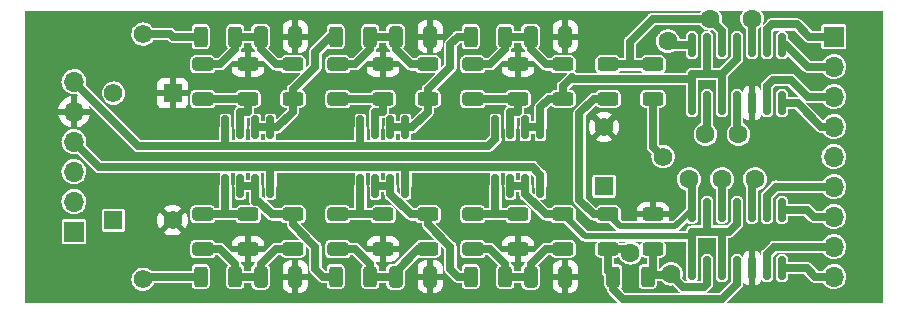
<source format=gbr>
%TF.GenerationSoftware,KiCad,Pcbnew,6.0.4-1.fc36*%
%TF.CreationDate,2022-05-11T18:23:06-07:00*%
%TF.ProjectId,filter,66696c74-6572-42e6-9b69-6361645f7063,rev?*%
%TF.SameCoordinates,Original*%
%TF.FileFunction,Copper,L1,Top*%
%TF.FilePolarity,Positive*%
%FSLAX46Y46*%
G04 Gerber Fmt 4.6, Leading zero omitted, Abs format (unit mm)*
G04 Created by KiCad (PCBNEW 6.0.4-1.fc36) date 2022-05-11 18:23:06*
%MOMM*%
%LPD*%
G01*
G04 APERTURE LIST*
G04 Aperture macros list*
%AMRoundRect*
0 Rectangle with rounded corners*
0 $1 Rounding radius*
0 $2 $3 $4 $5 $6 $7 $8 $9 X,Y pos of 4 corners*
0 Add a 4 corners polygon primitive as box body*
4,1,4,$2,$3,$4,$5,$6,$7,$8,$9,$2,$3,0*
0 Add four circle primitives for the rounded corners*
1,1,$1+$1,$2,$3*
1,1,$1+$1,$4,$5*
1,1,$1+$1,$6,$7*
1,1,$1+$1,$8,$9*
0 Add four rect primitives between the rounded corners*
20,1,$1+$1,$2,$3,$4,$5,0*
20,1,$1+$1,$4,$5,$6,$7,0*
20,1,$1+$1,$6,$7,$8,$9,0*
20,1,$1+$1,$8,$9,$2,$3,0*%
G04 Aperture macros list end*
%TA.AperFunction,SMDPad,CuDef*%
%ADD10RoundRect,0.250000X-0.625000X0.312500X-0.625000X-0.312500X0.625000X-0.312500X0.625000X0.312500X0*%
%TD*%
%TA.AperFunction,SMDPad,CuDef*%
%ADD11RoundRect,0.150000X-0.150000X0.825000X-0.150000X-0.825000X0.150000X-0.825000X0.150000X0.825000X0*%
%TD*%
%TA.AperFunction,SMDPad,CuDef*%
%ADD12RoundRect,0.250000X-0.312500X-0.625000X0.312500X-0.625000X0.312500X0.625000X-0.312500X0.625000X0*%
%TD*%
%TA.AperFunction,SMDPad,CuDef*%
%ADD13RoundRect,0.250000X-0.325000X-0.650000X0.325000X-0.650000X0.325000X0.650000X-0.325000X0.650000X0*%
%TD*%
%TA.AperFunction,SMDPad,CuDef*%
%ADD14RoundRect,0.250000X0.650000X-0.325000X0.650000X0.325000X-0.650000X0.325000X-0.650000X-0.325000X0*%
%TD*%
%TA.AperFunction,SMDPad,CuDef*%
%ADD15RoundRect,0.250000X0.625000X-0.312500X0.625000X0.312500X-0.625000X0.312500X-0.625000X-0.312500X0*%
%TD*%
%TA.AperFunction,ComponentPad*%
%ADD16R,1.560000X1.560000*%
%TD*%
%TA.AperFunction,ComponentPad*%
%ADD17C,1.560000*%
%TD*%
%TA.AperFunction,ComponentPad*%
%ADD18R,1.700000X1.700000*%
%TD*%
%TA.AperFunction,ComponentPad*%
%ADD19O,1.700000X1.700000*%
%TD*%
%TA.AperFunction,SMDPad,CuDef*%
%ADD20RoundRect,0.250000X-0.650000X0.325000X-0.650000X-0.325000X0.650000X-0.325000X0.650000X0.325000X0*%
%TD*%
%TA.AperFunction,ViaPad*%
%ADD21C,1.600000*%
%TD*%
%TA.AperFunction,Conductor*%
%ADD22C,0.635000*%
%TD*%
%TA.AperFunction,Conductor*%
%ADD23C,0.508000*%
%TD*%
G04 APERTURE END LIST*
D10*
%TO.P,R12,1*%
%TO.N,Net-(C6-Pad1)*%
X162560000Y-66482500D03*
%TO.P,R12,2*%
%TO.N,Net-(R12-Pad2)*%
X162560000Y-69407500D03*
%TD*%
%TO.P,R10,1*%
%TO.N,Net-(C4-Pad1)*%
X139700000Y-66482500D03*
%TO.P,R10,2*%
%TO.N,Net-(R10-Pad2)*%
X139700000Y-69407500D03*
%TD*%
D11*
%TO.P,U5,1*%
%TO.N,Net-(U5-Pad1)*%
X181102000Y-78795000D03*
%TO.P,U5,2*%
%TO.N,Net-(U5-Pad2)*%
X179832000Y-78795000D03*
%TO.P,U5,3,V+*%
%TO.N,+5V*%
X178562000Y-78795000D03*
%TO.P,U5,4,-*%
%TO.N,Net-(R30-Pad2)*%
X177292000Y-78795000D03*
%TO.P,U5,5,+*%
%TO.N,Net-(R1-Pad2)*%
X176022000Y-78795000D03*
%TO.P,U5,6,-*%
%TO.N,Net-(R30-Pad2)*%
X174752000Y-78795000D03*
%TO.P,U5,7,+*%
%TO.N,Net-(R2-Pad2)*%
X173482000Y-78795000D03*
%TO.P,U5,8,-*%
%TO.N,Net-(R30-Pad2)*%
X173482000Y-83745000D03*
%TO.P,U5,9,+*%
%TO.N,Net-(R4-Pad2)*%
X174752000Y-83745000D03*
%TO.P,U5,10,-*%
%TO.N,Net-(R30-Pad2)*%
X176022000Y-83745000D03*
%TO.P,U5,11,+*%
%TO.N,Net-(R3-Pad2)*%
X177292000Y-83745000D03*
%TO.P,U5,12,V-*%
%TO.N,GND*%
X178562000Y-83745000D03*
%TO.P,U5,13*%
%TO.N,Net-(U5-Pad13)*%
X179832000Y-83745000D03*
%TO.P,U5,14*%
%TO.N,Net-(U5-Pad14)*%
X181102000Y-83745000D03*
%TD*%
D12*
%TO.P,R4,1*%
%TO.N,Net-(R3-Pad2)*%
X166812500Y-84455000D03*
%TO.P,R4,2*%
%TO.N,Net-(R4-Pad2)*%
X169737500Y-84455000D03*
%TD*%
%TO.P,R31,1*%
%TO.N,audio_right*%
X131887500Y-84455000D03*
%TO.P,R31,2*%
%TO.N,Net-(C10-Pad1)*%
X134812500Y-84455000D03*
%TD*%
%TO.P,R33,1*%
%TO.N,Net-(R29-Pad2)*%
X154747500Y-84455000D03*
%TO.P,R33,2*%
%TO.N,Net-(C12-Pad1)*%
X157672500Y-84455000D03*
%TD*%
D13*
%TO.P,C12,1*%
%TO.N,Net-(C12-Pad1)*%
X159815000Y-84455000D03*
%TO.P,C12,2*%
%TO.N,GND*%
X162765000Y-84455000D03*
%TD*%
D14*
%TO.P,C8,1*%
%TO.N,Net-(C11-Pad1)*%
X143510000Y-82120000D03*
%TO.P,C8,2*%
%TO.N,Net-(C8-Pad2)*%
X143510000Y-79170000D03*
%TD*%
D13*
%TO.P,C11,1*%
%TO.N,Net-(C11-Pad1)*%
X148385000Y-84455000D03*
%TO.P,C11,2*%
%TO.N,GND*%
X151335000Y-84455000D03*
%TD*%
D15*
%TO.P,R1,1*%
%TO.N,Net-(R1-Pad1)*%
X170180000Y-69407500D03*
%TO.P,R1,2*%
%TO.N,Net-(R1-Pad2)*%
X170180000Y-66482500D03*
%TD*%
D16*
%TO.P,RV1,1,1*%
%TO.N,+5V*%
X166035000Y-76795000D03*
D17*
%TO.P,RV1,2,2*%
%TO.N,Net-(R1-Pad1)*%
X171035000Y-74295000D03*
%TO.P,RV1,3,3*%
%TO.N,GND*%
X166035000Y-71795000D03*
%TD*%
D10*
%TO.P,R2,1*%
%TO.N,Net-(R1-Pad2)*%
X166370000Y-66482500D03*
%TO.P,R2,2*%
%TO.N,Net-(R2-Pad2)*%
X166370000Y-69407500D03*
%TD*%
D12*
%TO.P,R14,1*%
%TO.N,Net-(R10-Pad2)*%
X143317500Y-64135000D03*
%TO.P,R14,2*%
%TO.N,Net-(C5-Pad1)*%
X146242500Y-64135000D03*
%TD*%
D10*
%TO.P,R36,1*%
%TO.N,Net-(C9-Pad2)*%
X158750000Y-79182500D03*
%TO.P,R36,2*%
%TO.N,GND*%
X158750000Y-82107500D03*
%TD*%
D18*
%TO.P,J2,1,Pin_1*%
%TO.N,Net-(U4-Pad2)*%
X185490000Y-64135000D03*
D19*
%TO.P,J2,2,Pin_2*%
%TO.N,Net-(U4-Pad1)*%
X185490000Y-66675000D03*
%TO.P,J2,3,Pin_3*%
%TO.N,Net-(U4-Pad13)*%
X185490000Y-69215000D03*
%TO.P,J2,4,Pin_4*%
%TO.N,Net-(U4-Pad14)*%
X185490000Y-71755000D03*
%TO.P,J2,5,Pin_5*%
%TO.N,+5V*%
X185490000Y-74295000D03*
%TO.P,J2,6,Pin_6*%
%TO.N,Net-(U5-Pad2)*%
X185490000Y-76835000D03*
%TO.P,J2,7,Pin_7*%
%TO.N,Net-(U5-Pad1)*%
X185490000Y-79375000D03*
%TO.P,J2,8,Pin_8*%
%TO.N,Net-(U5-Pad13)*%
X185490000Y-81915000D03*
%TO.P,J2,9,Pin_9*%
%TO.N,Net-(U5-Pad14)*%
X185490000Y-84455000D03*
%TD*%
D13*
%TO.P,C5,1*%
%TO.N,Net-(C5-Pad1)*%
X148385000Y-64135000D03*
%TO.P,C5,2*%
%TO.N,GND*%
X151335000Y-64135000D03*
%TD*%
D15*
%TO.P,R30,1*%
%TO.N,Net-(C12-Pad1)*%
X162560000Y-82107500D03*
%TO.P,R30,2*%
%TO.N,Net-(R30-Pad2)*%
X162560000Y-79182500D03*
%TD*%
D20*
%TO.P,C2,1*%
%TO.N,Net-(C5-Pad1)*%
X143510000Y-66470000D03*
%TO.P,C2,2*%
%TO.N,Net-(C2-Pad2)*%
X143510000Y-69420000D03*
%TD*%
D10*
%TO.P,R35,1*%
%TO.N,Net-(C8-Pad2)*%
X147320000Y-79182500D03*
%TO.P,R35,2*%
%TO.N,GND*%
X147320000Y-82107500D03*
%TD*%
D11*
%TO.P,U1,1*%
%TO.N,Net-(R10-Pad2)*%
X137795000Y-71820000D03*
%TO.P,U1,2,-*%
X136525000Y-71820000D03*
%TO.P,U1,3,+*%
%TO.N,Net-(C1-Pad2)*%
X135255000Y-71820000D03*
%TO.P,U1,4,V-*%
%TO.N,-15V*%
X133985000Y-71820000D03*
%TO.P,U1,5,+*%
%TO.N,Net-(C7-Pad2)*%
X133985000Y-76770000D03*
%TO.P,U1,6,-*%
%TO.N,Net-(R28-Pad2)*%
X135255000Y-76770000D03*
%TO.P,U1,7*%
X136525000Y-76770000D03*
%TO.P,U1,8,V+*%
%TO.N,+15V*%
X137795000Y-76770000D03*
%TD*%
D15*
%TO.P,R29,1*%
%TO.N,Net-(C11-Pad1)*%
X151130000Y-82107500D03*
%TO.P,R29,2*%
%TO.N,Net-(R29-Pad2)*%
X151130000Y-79182500D03*
%TD*%
D11*
%TO.P,U2,1*%
%TO.N,Net-(R11-Pad2)*%
X149225000Y-71820000D03*
%TO.P,U2,2,-*%
X147955000Y-71820000D03*
%TO.P,U2,3,+*%
%TO.N,Net-(C2-Pad2)*%
X146685000Y-71820000D03*
%TO.P,U2,4,V-*%
%TO.N,-15V*%
X145415000Y-71820000D03*
%TO.P,U2,5,+*%
%TO.N,Net-(C8-Pad2)*%
X145415000Y-76770000D03*
%TO.P,U2,6,-*%
%TO.N,Net-(R29-Pad2)*%
X146685000Y-76770000D03*
%TO.P,U2,7*%
X147955000Y-76770000D03*
%TO.P,U2,8,V+*%
%TO.N,+15V*%
X149225000Y-76770000D03*
%TD*%
D10*
%TO.P,R34,1*%
%TO.N,Net-(C7-Pad2)*%
X135890000Y-79182500D03*
%TO.P,R34,2*%
%TO.N,GND*%
X135890000Y-82107500D03*
%TD*%
%TO.P,R11,1*%
%TO.N,Net-(C5-Pad1)*%
X151130000Y-66482500D03*
%TO.P,R11,2*%
%TO.N,Net-(R11-Pad2)*%
X151130000Y-69407500D03*
%TD*%
D13*
%TO.P,C6,1*%
%TO.N,Net-(C6-Pad1)*%
X159815000Y-64135000D03*
%TO.P,C6,2*%
%TO.N,GND*%
X162765000Y-64135000D03*
%TD*%
D20*
%TO.P,C3,1*%
%TO.N,Net-(C6-Pad1)*%
X154940000Y-66470000D03*
%TO.P,C3,2*%
%TO.N,Net-(C3-Pad2)*%
X154940000Y-69420000D03*
%TD*%
D16*
%TO.P,RV3,1,1*%
%TO.N,GND*%
X129500000Y-68915000D03*
D17*
%TO.P,RV3,2,2*%
%TO.N,audio_left*%
X127000000Y-63915000D03*
%TO.P,RV3,3,3*%
%TO.N,Net-(J1-Pad2)*%
X124500000Y-68915000D03*
%TD*%
D14*
%TO.P,C9,1*%
%TO.N,Net-(C12-Pad1)*%
X154940000Y-82120000D03*
%TO.P,C9,2*%
%TO.N,Net-(C9-Pad2)*%
X154940000Y-79170000D03*
%TD*%
D15*
%TO.P,R5,1*%
%TO.N,Net-(R4-Pad2)*%
X170180000Y-82107500D03*
%TO.P,R5,2*%
%TO.N,GND*%
X170180000Y-79182500D03*
%TD*%
D18*
%TO.P,J1,1,Pin_1*%
%TO.N,Net-(J1-Pad1)*%
X121158000Y-80645000D03*
D19*
%TO.P,J1,2,Pin_2*%
%TO.N,Net-(J1-Pad2)*%
X121158000Y-78105000D03*
%TO.P,J1,3,Pin_3*%
%TO.N,+5V*%
X121158000Y-75565000D03*
%TO.P,J1,4,Pin_4*%
%TO.N,+15V*%
X121158000Y-73025000D03*
%TO.P,J1,5,Pin_5*%
%TO.N,GND*%
X121158000Y-70485000D03*
%TO.P,J1,6,Pin_6*%
%TO.N,-15V*%
X121158000Y-67945000D03*
%TD*%
D12*
%TO.P,R32,1*%
%TO.N,Net-(R28-Pad2)*%
X143317500Y-84455000D03*
%TO.P,R32,2*%
%TO.N,Net-(C11-Pad1)*%
X146242500Y-84455000D03*
%TD*%
D11*
%TO.P,U4,1*%
%TO.N,Net-(U4-Pad1)*%
X181102000Y-64825000D03*
%TO.P,U4,2*%
%TO.N,Net-(U4-Pad2)*%
X179832000Y-64825000D03*
%TO.P,U4,3,V+*%
%TO.N,+5V*%
X178562000Y-64825000D03*
%TO.P,U4,4,-*%
%TO.N,Net-(R12-Pad2)*%
X177292000Y-64825000D03*
%TO.P,U4,5,+*%
%TO.N,Net-(R1-Pad2)*%
X176022000Y-64825000D03*
%TO.P,U4,6,-*%
%TO.N,Net-(R12-Pad2)*%
X174752000Y-64825000D03*
%TO.P,U4,7,+*%
%TO.N,Net-(R2-Pad2)*%
X173482000Y-64825000D03*
%TO.P,U4,8,-*%
%TO.N,Net-(R12-Pad2)*%
X173482000Y-69775000D03*
%TO.P,U4,9,+*%
%TO.N,Net-(R4-Pad2)*%
X174752000Y-69775000D03*
%TO.P,U4,10,-*%
%TO.N,Net-(R12-Pad2)*%
X176022000Y-69775000D03*
%TO.P,U4,11,+*%
%TO.N,Net-(R3-Pad2)*%
X177292000Y-69775000D03*
%TO.P,U4,12,V-*%
%TO.N,GND*%
X178562000Y-69775000D03*
%TO.P,U4,13*%
%TO.N,Net-(U4-Pad13)*%
X179832000Y-69775000D03*
%TO.P,U4,14*%
%TO.N,Net-(U4-Pad14)*%
X181102000Y-69775000D03*
%TD*%
D15*
%TO.P,R18,1*%
%TO.N,Net-(C3-Pad2)*%
X158750000Y-69407500D03*
%TO.P,R18,2*%
%TO.N,GND*%
X158750000Y-66482500D03*
%TD*%
%TO.P,R17,1*%
%TO.N,Net-(C2-Pad2)*%
X147320000Y-69407500D03*
%TO.P,R17,2*%
%TO.N,GND*%
X147320000Y-66482500D03*
%TD*%
D13*
%TO.P,C4,1*%
%TO.N,Net-(C4-Pad1)*%
X136955000Y-64135000D03*
%TO.P,C4,2*%
%TO.N,GND*%
X139905000Y-64135000D03*
%TD*%
D16*
%TO.P,RV4,1,1*%
%TO.N,Net-(J1-Pad1)*%
X124500000Y-79675000D03*
D17*
%TO.P,RV4,2,2*%
%TO.N,audio_right*%
X127000000Y-84675000D03*
%TO.P,RV4,3,3*%
%TO.N,GND*%
X129500000Y-79675000D03*
%TD*%
D15*
%TO.P,R16,1*%
%TO.N,Net-(C1-Pad2)*%
X135890000Y-69407500D03*
%TO.P,R16,2*%
%TO.N,GND*%
X135890000Y-66482500D03*
%TD*%
D11*
%TO.P,U3,1*%
%TO.N,Net-(R12-Pad2)*%
X160655000Y-71820000D03*
%TO.P,U3,2,-*%
X159385000Y-71820000D03*
%TO.P,U3,3,+*%
%TO.N,Net-(C3-Pad2)*%
X158115000Y-71820000D03*
%TO.P,U3,4,V-*%
%TO.N,-15V*%
X156845000Y-71820000D03*
%TO.P,U3,5,+*%
%TO.N,Net-(C9-Pad2)*%
X156845000Y-76770000D03*
%TO.P,U3,6,-*%
%TO.N,Net-(R30-Pad2)*%
X158115000Y-76770000D03*
%TO.P,U3,7*%
X159385000Y-76770000D03*
%TO.P,U3,8,V+*%
%TO.N,+15V*%
X160655000Y-76770000D03*
%TD*%
D12*
%TO.P,R13,1*%
%TO.N,audio_left*%
X131887500Y-64135000D03*
%TO.P,R13,2*%
%TO.N,Net-(C4-Pad1)*%
X134812500Y-64135000D03*
%TD*%
D13*
%TO.P,C10,1*%
%TO.N,Net-(C10-Pad1)*%
X136955000Y-84455000D03*
%TO.P,C10,2*%
%TO.N,GND*%
X139905000Y-84455000D03*
%TD*%
D12*
%TO.P,R15,1*%
%TO.N,Net-(R11-Pad2)*%
X154747500Y-64135000D03*
%TO.P,R15,2*%
%TO.N,Net-(C6-Pad1)*%
X157672500Y-64135000D03*
%TD*%
D15*
%TO.P,R28,1*%
%TO.N,Net-(C10-Pad1)*%
X139700000Y-82107500D03*
%TO.P,R28,2*%
%TO.N,Net-(R28-Pad2)*%
X139700000Y-79182500D03*
%TD*%
D20*
%TO.P,C1,1*%
%TO.N,Net-(C4-Pad1)*%
X132080000Y-66470000D03*
%TO.P,C1,2*%
%TO.N,Net-(C1-Pad2)*%
X132080000Y-69420000D03*
%TD*%
D10*
%TO.P,R3,1*%
%TO.N,Net-(R2-Pad2)*%
X166370000Y-79182500D03*
%TO.P,R3,2*%
%TO.N,Net-(R3-Pad2)*%
X166370000Y-82107500D03*
%TD*%
D14*
%TO.P,C7,1*%
%TO.N,Net-(C10-Pad1)*%
X132080000Y-82120000D03*
%TO.P,C7,2*%
%TO.N,Net-(C7-Pad2)*%
X132080000Y-79170000D03*
%TD*%
D21*
%TO.N,GND*%
X180213000Y-72390000D03*
%TO.N,+5V*%
X178562000Y-62611000D03*
X178816000Y-76200000D03*
%TO.N,Net-(R1-Pad2)*%
X176022000Y-76200000D03*
X175006000Y-62611000D03*
%TO.N,Net-(R2-Pad2)*%
X173228000Y-76200000D03*
X171450000Y-64516000D03*
%TO.N,Net-(R3-Pad2)*%
X168275000Y-82423000D03*
X177419000Y-72390000D03*
%TO.N,Net-(R4-Pad2)*%
X171704000Y-84201000D03*
X174625000Y-72390000D03*
%TD*%
D22*
%TO.N,audio_right*%
X127220000Y-84455000D02*
X127000000Y-84675000D01*
X131887500Y-84455000D02*
X127220000Y-84455000D01*
%TO.N,audio_left*%
X129320000Y-63915000D02*
X129540000Y-64135000D01*
X129540000Y-64135000D02*
X131887500Y-64135000D01*
X127000000Y-63915000D02*
X129320000Y-63915000D01*
%TO.N,+5V*%
X178562000Y-78795000D02*
X178562000Y-76073000D01*
X178562000Y-64825000D02*
X178562000Y-62611000D01*
%TO.N,-15V*%
X145542000Y-73406000D02*
X156210000Y-73406000D01*
X134239000Y-73406000D02*
X126619000Y-73406000D01*
X145415000Y-71820000D02*
X145415000Y-73279000D01*
X133985000Y-71820000D02*
X133985000Y-73152000D01*
X133985000Y-73152000D02*
X134239000Y-73406000D01*
X134239000Y-73406000D02*
X145542000Y-73406000D01*
X156210000Y-73406000D02*
X156845000Y-72771000D01*
X145415000Y-73279000D02*
X145542000Y-73406000D01*
X126619000Y-73406000D02*
X121158000Y-67945000D01*
%TO.N,+15V*%
X149225000Y-76770000D02*
X149225000Y-75184000D01*
X137922000Y-75184000D02*
X123317000Y-75184000D01*
X160655000Y-76770000D02*
X160655000Y-75819000D01*
X137922000Y-75184000D02*
X149225000Y-75184000D01*
X137795000Y-76770000D02*
X137795000Y-75311000D01*
X149225000Y-75184000D02*
X160020000Y-75184000D01*
X160655000Y-75819000D02*
X160020000Y-75184000D01*
X123317000Y-75184000D02*
X121158000Y-73025000D01*
X137795000Y-75311000D02*
X137922000Y-75184000D01*
%TO.N,Net-(C4-Pad1)*%
X138237500Y-66482500D02*
X139700000Y-66482500D01*
X136955000Y-64135000D02*
X136955000Y-65200000D01*
X133555000Y-66470000D02*
X134812500Y-65212500D01*
X136955000Y-65200000D02*
X138237500Y-66482500D01*
X132080000Y-66470000D02*
X133555000Y-66470000D01*
X134812500Y-65212500D02*
X134812500Y-64135000D01*
X134812500Y-64135000D02*
X136955000Y-64135000D01*
%TO.N,Net-(C1-Pad2)*%
X135255000Y-70485000D02*
X135890000Y-70485000D01*
X135877500Y-69420000D02*
X135890000Y-69407500D01*
X135890000Y-70485000D02*
X135890000Y-69407500D01*
X132080000Y-69420000D02*
X135877500Y-69420000D01*
X135255000Y-71820000D02*
X135255000Y-70485000D01*
%TO.N,Net-(C5-Pad1)*%
X148385000Y-64135000D02*
X148385000Y-65200000D01*
X146242500Y-65212500D02*
X146242500Y-64135000D01*
X148385000Y-65200000D02*
X149667500Y-66482500D01*
X146242500Y-64135000D02*
X148385000Y-64135000D01*
X143510000Y-66470000D02*
X144985000Y-66470000D01*
X149667500Y-66482500D02*
X151130000Y-66482500D01*
X144985000Y-66470000D02*
X146242500Y-65212500D01*
%TO.N,Net-(C2-Pad2)*%
X147320000Y-70485000D02*
X147320000Y-69407500D01*
X147307500Y-69420000D02*
X147320000Y-69407500D01*
X146685000Y-70485000D02*
X147320000Y-70485000D01*
X143510000Y-69420000D02*
X147307500Y-69420000D01*
X146685000Y-71820000D02*
X146685000Y-70485000D01*
%TO.N,Net-(C6-Pad1)*%
X162560000Y-66482500D02*
X161097500Y-66482500D01*
X159815000Y-65200000D02*
X159815000Y-64135000D01*
X161097500Y-66482500D02*
X159815000Y-65200000D01*
X156415000Y-66470000D02*
X157672500Y-65212500D01*
X157672500Y-65212500D02*
X157672500Y-64135000D01*
X154940000Y-66470000D02*
X156415000Y-66470000D01*
X157672500Y-64135000D02*
X159815000Y-64135000D01*
%TO.N,Net-(C3-Pad2)*%
X158115000Y-71820000D02*
X158115000Y-70485000D01*
X158115000Y-70485000D02*
X158750000Y-70485000D01*
X154940000Y-69420000D02*
X158737500Y-69420000D01*
X158737500Y-69420000D02*
X158750000Y-69407500D01*
X158750000Y-70485000D02*
X158750000Y-69407500D01*
%TO.N,Net-(C10-Pad1)*%
X133555000Y-82120000D02*
X134812500Y-83377500D01*
X132080000Y-82120000D02*
X133555000Y-82120000D01*
X136955000Y-83390000D02*
X136955000Y-84455000D01*
X134812500Y-84455000D02*
X136955000Y-84455000D01*
X139700000Y-82107500D02*
X138237500Y-82107500D01*
X134812500Y-83377500D02*
X134812500Y-84455000D01*
X138237500Y-82107500D02*
X136955000Y-83390000D01*
%TO.N,Net-(C7-Pad2)*%
X135877500Y-79170000D02*
X135890000Y-79182500D01*
X133985000Y-78965000D02*
X134190000Y-79170000D01*
X134190000Y-79170000D02*
X135877500Y-79170000D01*
X132080000Y-79170000D02*
X134190000Y-79170000D01*
X133985000Y-76770000D02*
X133985000Y-78965000D01*
%TO.N,Net-(C11-Pad1)*%
X146242500Y-84455000D02*
X148385000Y-84455000D01*
X151130000Y-82107500D02*
X150302500Y-82107500D01*
X143510000Y-82120000D02*
X144985000Y-82120000D01*
X144985000Y-82120000D02*
X146242500Y-83377500D01*
X150302500Y-82107500D02*
X148385000Y-84025000D01*
X148385000Y-84025000D02*
X148385000Y-84455000D01*
X146242500Y-83377500D02*
X146242500Y-84455000D01*
%TO.N,Net-(C8-Pad2)*%
X145415000Y-76770000D02*
X145415000Y-78965000D01*
X145620000Y-79170000D02*
X147307500Y-79170000D01*
X143510000Y-79170000D02*
X145620000Y-79170000D01*
X145415000Y-78965000D02*
X145620000Y-79170000D01*
X147307500Y-79170000D02*
X147320000Y-79182500D01*
%TO.N,Net-(C12-Pad1)*%
X162560000Y-82107500D02*
X161097500Y-82107500D01*
X156415000Y-82120000D02*
X157672500Y-83377500D01*
X157672500Y-83377500D02*
X157672500Y-84455000D01*
X157672500Y-84455000D02*
X159815000Y-84455000D01*
X154940000Y-82120000D02*
X156415000Y-82120000D01*
X159815000Y-83390000D02*
X159815000Y-84455000D01*
X161097500Y-82107500D02*
X159815000Y-83390000D01*
%TO.N,Net-(C9-Pad2)*%
X156845000Y-76770000D02*
X156845000Y-78965000D01*
X157050000Y-79170000D02*
X158737500Y-79170000D01*
X156845000Y-78965000D02*
X157050000Y-79170000D01*
X158737500Y-79170000D02*
X158750000Y-79182500D01*
X154940000Y-79170000D02*
X157050000Y-79170000D01*
%TO.N,Net-(U5-Pad14)*%
X183906000Y-84455000D02*
X185490000Y-84455000D01*
X183196000Y-83745000D02*
X183906000Y-84455000D01*
X181102000Y-83745000D02*
X183196000Y-83745000D01*
%TO.N,Net-(U5-Pad13)*%
X179832000Y-83745000D02*
X179832000Y-82540000D01*
X179832000Y-82540000D02*
X180457000Y-81915000D01*
X180457000Y-81915000D02*
X185490000Y-81915000D01*
%TO.N,Net-(U5-Pad1)*%
X183199000Y-78795000D02*
X183779000Y-79375000D01*
X181102000Y-78795000D02*
X183199000Y-78795000D01*
X183779000Y-79375000D02*
X185490000Y-79375000D01*
%TO.N,Net-(U5-Pad2)*%
X179832000Y-78795000D02*
X179832000Y-77587000D01*
X185490000Y-76835000D02*
X180604000Y-76835000D01*
X180604000Y-76835000D02*
X180594000Y-76825000D01*
X179832000Y-77587000D02*
X180594000Y-76825000D01*
%TO.N,Net-(U4-Pad14)*%
X181102000Y-69775000D02*
X182434000Y-69775000D01*
X182434000Y-69775000D02*
X184414000Y-71755000D01*
X185490000Y-71755000D02*
X184414000Y-71755000D01*
%TO.N,Net-(U4-Pad13)*%
X181864000Y-67808000D02*
X183271000Y-69215000D01*
X180340000Y-67808000D02*
X181864000Y-67808000D01*
X179832000Y-69775000D02*
X179832000Y-68316000D01*
X179832000Y-68316000D02*
X180340000Y-67808000D01*
X185490000Y-69215000D02*
X183271000Y-69215000D01*
%TO.N,Net-(U4-Pad1)*%
X181421000Y-64825000D02*
X183271000Y-66675000D01*
X181102000Y-64825000D02*
X181421000Y-64825000D01*
X185490000Y-66675000D02*
X183271000Y-66675000D01*
%TO.N,Net-(U4-Pad2)*%
X185490000Y-64135000D02*
X183398000Y-64135000D01*
X180217000Y-63105000D02*
X182368000Y-63105000D01*
X182368000Y-63105000D02*
X183398000Y-64135000D01*
X179832000Y-64825000D02*
X179832000Y-63490000D01*
X179832000Y-63490000D02*
X180217000Y-63105000D01*
%TO.N,Net-(R1-Pad2)*%
X176022000Y-64825000D02*
X176022000Y-63627000D01*
X170180000Y-66482500D02*
X168213500Y-66482500D01*
X168213500Y-66482500D02*
X166370000Y-66482500D01*
X168213500Y-64577500D02*
X168213500Y-66482500D01*
X176214500Y-76632500D02*
X176022000Y-76825000D01*
X176022000Y-78795000D02*
X176022000Y-76825000D01*
X176022000Y-63627000D02*
X175006000Y-62611000D01*
X170180000Y-62611000D02*
X168213500Y-64577500D01*
X175006000Y-62611000D02*
X170180000Y-62611000D01*
%TO.N,Net-(R1-Pad1)*%
X170180000Y-73440000D02*
X171035000Y-74295000D01*
X170180000Y-69407500D02*
X170180000Y-73440000D01*
%TO.N,Net-(R2-Pad2)*%
X163957000Y-70612000D02*
X165161500Y-69407500D01*
X165161500Y-69407500D02*
X166370000Y-69407500D01*
X173482000Y-78795000D02*
X173482000Y-76825000D01*
X172857000Y-76200000D02*
X173482000Y-76825000D01*
D23*
X166370000Y-79182500D02*
X167389220Y-80201720D01*
D22*
X171759000Y-64825000D02*
X171450000Y-64516000D01*
D23*
X167389220Y-80201720D02*
X172075280Y-80201720D01*
D22*
X166370000Y-79182500D02*
X165161500Y-79182500D01*
X165161500Y-79182500D02*
X163957000Y-77978000D01*
X163957000Y-77978000D02*
X163957000Y-70612000D01*
D23*
X172075280Y-80201720D02*
X173482000Y-78795000D01*
D22*
X173482000Y-64825000D02*
X171759000Y-64825000D01*
%TO.N,Net-(R3-Pad2)*%
X167640000Y-86360000D02*
X166812500Y-85532500D01*
X166370000Y-84012500D02*
X166812500Y-84455000D01*
X166370000Y-82107500D02*
X166370000Y-84012500D01*
X166370000Y-82107500D02*
X168213500Y-82107500D01*
X177292000Y-85080000D02*
X176012000Y-86360000D01*
X176012000Y-86360000D02*
X167640000Y-86360000D01*
X177292000Y-83745000D02*
X177292000Y-85080000D01*
X166812500Y-85532500D02*
X166812500Y-84455000D01*
X177292000Y-69775000D02*
X177292000Y-71745000D01*
%TO.N,Net-(R4-Pad2)*%
X174752000Y-83745000D02*
X174752000Y-85080000D01*
X170180000Y-84012500D02*
X169737500Y-84455000D01*
X169864500Y-84328000D02*
X171704000Y-84328000D01*
X169737500Y-84455000D02*
X169864500Y-84328000D01*
X174752000Y-69775000D02*
X174752000Y-71745000D01*
X174752000Y-85080000D02*
X174498000Y-85334000D01*
X170180000Y-82107500D02*
X170180000Y-84012500D01*
X171704000Y-84328000D02*
X172710000Y-85334000D01*
X172710000Y-85334000D02*
X174498000Y-85334000D01*
%TO.N,Net-(R10-Pad2)*%
X142875000Y-64135000D02*
X143317500Y-64135000D01*
X139700000Y-69407500D02*
X139700000Y-68580000D01*
X139700000Y-70485000D02*
X139700000Y-69407500D01*
X137795000Y-71820000D02*
X138365000Y-71820000D01*
X141605000Y-65405000D02*
X142875000Y-64135000D01*
X138365000Y-71820000D02*
X139700000Y-70485000D01*
X136525000Y-71820000D02*
X137795000Y-71820000D01*
X139700000Y-68580000D02*
X141605000Y-66675000D01*
X141605000Y-66675000D02*
X141605000Y-65405000D01*
%TO.N,Net-(R11-Pad2)*%
X153035000Y-66675000D02*
X153035000Y-64770000D01*
X149795000Y-71820000D02*
X151130000Y-70485000D01*
X153670000Y-64135000D02*
X154747500Y-64135000D01*
X151130000Y-70485000D02*
X151130000Y-69407500D01*
X151130000Y-68580000D02*
X153035000Y-66675000D01*
X151130000Y-69407500D02*
X151130000Y-68580000D01*
X147955000Y-71820000D02*
X149225000Y-71820000D01*
X153035000Y-64770000D02*
X153670000Y-64135000D01*
X149225000Y-71820000D02*
X149795000Y-71820000D01*
%TO.N,Net-(R12-Pad2)*%
X174752000Y-67300000D02*
X173482000Y-67300000D01*
X159385000Y-71820000D02*
X160655000Y-71820000D01*
X173482000Y-67945000D02*
X173482000Y-67300000D01*
X161351500Y-69407500D02*
X162560000Y-69407500D01*
X174752000Y-64825000D02*
X174752000Y-67300000D01*
X177292000Y-64825000D02*
X177292000Y-66030000D01*
X176022000Y-67300000D02*
X174752000Y-67300000D01*
X162560000Y-69407500D02*
X162560000Y-68326000D01*
X162560000Y-68326000D02*
X163322000Y-67564000D01*
X163322000Y-67691000D02*
X173482000Y-67691000D01*
X160655000Y-71820000D02*
X160655000Y-70104000D01*
X177292000Y-66030000D02*
X176022000Y-67300000D01*
X173482000Y-69775000D02*
X173482000Y-67945000D01*
X176022000Y-69775000D02*
X176022000Y-67300000D01*
X160655000Y-70104000D02*
X161351500Y-69407500D01*
%TO.N,Net-(R28-Pad2)*%
X136834035Y-78099780D02*
X137916755Y-79182500D01*
X139700000Y-80010000D02*
X141605000Y-81915000D01*
X141605000Y-81915000D02*
X141605000Y-83820000D01*
X136525000Y-78099780D02*
X136834035Y-78099780D01*
X135255000Y-76770000D02*
X136525000Y-76770000D01*
X141605000Y-83820000D02*
X142240000Y-84455000D01*
X139700000Y-79182500D02*
X139700000Y-80010000D01*
X136525000Y-76770000D02*
X136525000Y-78099780D01*
X142240000Y-84455000D02*
X143317500Y-84455000D01*
X137916755Y-79182500D02*
X139700000Y-79182500D01*
%TO.N,Net-(R29-Pad2)*%
X151130000Y-79182500D02*
X151130000Y-80010000D01*
X147955000Y-77422834D02*
X149714666Y-79182500D01*
X153035000Y-81915000D02*
X153035000Y-83820000D01*
X146685000Y-76770000D02*
X147955000Y-76770000D01*
X151130000Y-80010000D02*
X153035000Y-81915000D01*
X149714666Y-79182500D02*
X151130000Y-79182500D01*
X147955000Y-76770000D02*
X147955000Y-77422834D01*
X153035000Y-83820000D02*
X153670000Y-84455000D01*
X153670000Y-84455000D02*
X154747500Y-84455000D01*
%TO.N,Net-(R30-Pad2)*%
X173482000Y-81026000D02*
X173482000Y-80635000D01*
X158115000Y-76770000D02*
X159385000Y-76770000D01*
X174752000Y-80635000D02*
X176022000Y-80635000D01*
X173482000Y-80635000D02*
X174752000Y-80635000D01*
X174752000Y-80635000D02*
X174752000Y-78795000D01*
X176022000Y-80635000D02*
X176657000Y-80635000D01*
D23*
X164402280Y-81024780D02*
X162560000Y-79182500D01*
D22*
X159385000Y-77470000D02*
X161097500Y-79182500D01*
X161097500Y-79182500D02*
X162560000Y-79182500D01*
X176022000Y-83745000D02*
X176022000Y-80635000D01*
X159385000Y-76770000D02*
X159385000Y-77470000D01*
X173480780Y-81024780D02*
X173482000Y-81026000D01*
X177292000Y-80000000D02*
X177292000Y-78795000D01*
D23*
X173480780Y-81024780D02*
X164402280Y-81024780D01*
D22*
X176657000Y-80635000D02*
X177292000Y-80000000D01*
X173482000Y-83745000D02*
X173482000Y-81026000D01*
%TD*%
%TA.AperFunction,Conductor*%
%TO.N,GND*%
G36*
X174253924Y-61929127D02*
G01*
X174257351Y-61937400D01*
X174254614Y-61944920D01*
X174173827Y-62041199D01*
X174167653Y-62052431D01*
X174150443Y-62083736D01*
X174143454Y-62089335D01*
X174140190Y-62089800D01*
X170191939Y-62089800D01*
X170191449Y-62089790D01*
X170131285Y-62087268D01*
X170131283Y-62087268D01*
X170130490Y-62087235D01*
X170085447Y-62097800D01*
X170084371Y-62097999D01*
X170061085Y-62101189D01*
X170039308Y-62104172D01*
X170039307Y-62104172D01*
X170038521Y-62104280D01*
X170016639Y-62113749D01*
X170014666Y-62114401D01*
X170004890Y-62116694D01*
X169992242Y-62119661D01*
X169992240Y-62119662D01*
X169991463Y-62119844D01*
X169990761Y-62120230D01*
X169950927Y-62142128D01*
X169949938Y-62142613D01*
X169932652Y-62150094D01*
X169907466Y-62160993D01*
X169890417Y-62174799D01*
X169888939Y-62175996D01*
X169887212Y-62177156D01*
X169866326Y-62188638D01*
X169858636Y-62195276D01*
X169831425Y-62222487D01*
X169830515Y-62223307D01*
X169796490Y-62250860D01*
X169796031Y-62251506D01*
X169796029Y-62251508D01*
X169780939Y-62272742D01*
X169779675Y-62274237D01*
X167853395Y-64200517D01*
X167853041Y-64200856D01*
X167808133Y-64242151D01*
X167785706Y-64278324D01*
X167783752Y-64281475D01*
X167783132Y-64282377D01*
X167755154Y-64319236D01*
X167754861Y-64319977D01*
X167746379Y-64341399D01*
X167745445Y-64343257D01*
X167732884Y-64363516D01*
X167732661Y-64364282D01*
X167732661Y-64364283D01*
X167719977Y-64407941D01*
X167719620Y-64408984D01*
X167704738Y-64446573D01*
X167702586Y-64452008D01*
X167702503Y-64452800D01*
X167702502Y-64452803D01*
X167700094Y-64475719D01*
X167699694Y-64477757D01*
X167693044Y-64500646D01*
X167693000Y-64501247D01*
X167692999Y-64501252D01*
X167692314Y-64510581D01*
X167692300Y-64510777D01*
X167692300Y-64549263D01*
X167692236Y-64550486D01*
X167690707Y-64565038D01*
X167687660Y-64594025D01*
X167692136Y-64620489D01*
X167692300Y-64622440D01*
X167692300Y-65949600D01*
X167688873Y-65957873D01*
X167680600Y-65961300D01*
X167410566Y-65961300D01*
X167402293Y-65957873D01*
X167400585Y-65955560D01*
X167400494Y-65955302D01*
X167396283Y-65949600D01*
X167319958Y-65846266D01*
X167319438Y-65845562D01*
X167253619Y-65796947D01*
X167210405Y-65765028D01*
X167210404Y-65765027D01*
X167209698Y-65764506D01*
X167080975Y-65719302D01*
X167080268Y-65719235D01*
X167080267Y-65719235D01*
X167049493Y-65716326D01*
X167049491Y-65716326D01*
X167049217Y-65716300D01*
X167048940Y-65716300D01*
X166370001Y-65716301D01*
X165690784Y-65716301D01*
X165690511Y-65716327D01*
X165690507Y-65716327D01*
X165659733Y-65719235D01*
X165659732Y-65719235D01*
X165659025Y-65719302D01*
X165530302Y-65764506D01*
X165529596Y-65765027D01*
X165529595Y-65765028D01*
X165486381Y-65796947D01*
X165420562Y-65845562D01*
X165420042Y-65846266D01*
X165343718Y-65949600D01*
X165339506Y-65955302D01*
X165294302Y-66084025D01*
X165291300Y-66115783D01*
X165291301Y-66849216D01*
X165291327Y-66849489D01*
X165291327Y-66849493D01*
X165294235Y-66880267D01*
X165294302Y-66880975D01*
X165339506Y-67009698D01*
X165340027Y-67010404D01*
X165340028Y-67010405D01*
X165385447Y-67071896D01*
X165420562Y-67119438D01*
X165421266Y-67119958D01*
X165460164Y-67148689D01*
X165464783Y-67156361D01*
X165462624Y-67165051D01*
X165454952Y-67169670D01*
X165453213Y-67169800D01*
X163674103Y-67169800D01*
X163667628Y-67167845D01*
X163551641Y-67090784D01*
X163551638Y-67090783D01*
X163550975Y-67090342D01*
X163550215Y-67090095D01*
X163549499Y-67089749D01*
X163549597Y-67089546D01*
X163543444Y-67084295D01*
X163542739Y-67075368D01*
X163544456Y-67072029D01*
X163589972Y-67010405D01*
X163589973Y-67010404D01*
X163590494Y-67009698D01*
X163635698Y-66880975D01*
X163636925Y-66867993D01*
X163638674Y-66849493D01*
X163638674Y-66849491D01*
X163638700Y-66849217D01*
X163638699Y-66115784D01*
X163636917Y-66096919D01*
X163635765Y-66084733D01*
X163635765Y-66084732D01*
X163635698Y-66084025D01*
X163590494Y-65955302D01*
X163586283Y-65949600D01*
X163509958Y-65846266D01*
X163509438Y-65845562D01*
X163443619Y-65796947D01*
X163400405Y-65765028D01*
X163400404Y-65765027D01*
X163399698Y-65764506D01*
X163270975Y-65719302D01*
X163270268Y-65719235D01*
X163270267Y-65719235D01*
X163239493Y-65716326D01*
X163239491Y-65716326D01*
X163239217Y-65716300D01*
X163238940Y-65716300D01*
X162560001Y-65716301D01*
X161880784Y-65716301D01*
X161880511Y-65716327D01*
X161880507Y-65716327D01*
X161849733Y-65719235D01*
X161849732Y-65719235D01*
X161849025Y-65719302D01*
X161720302Y-65764506D01*
X161719596Y-65765027D01*
X161719595Y-65765028D01*
X161676381Y-65796947D01*
X161610562Y-65845562D01*
X161610042Y-65846266D01*
X161533718Y-65949600D01*
X161529506Y-65955302D01*
X161529502Y-65955299D01*
X161522876Y-65960782D01*
X161519434Y-65961300D01*
X161318234Y-65961300D01*
X161309961Y-65957873D01*
X160470323Y-65118235D01*
X160466896Y-65109962D01*
X160469185Y-65103011D01*
X160544972Y-65000405D01*
X160544973Y-65000404D01*
X160545494Y-64999698D01*
X160590698Y-64870975D01*
X160591921Y-64858034D01*
X160593674Y-64839493D01*
X160593674Y-64839491D01*
X160593700Y-64839217D01*
X160593700Y-64835054D01*
X161682001Y-64835054D01*
X161682032Y-64835664D01*
X161692903Y-64940432D01*
X161693169Y-64941664D01*
X161748692Y-65108092D01*
X161749262Y-65109307D01*
X161841559Y-65258456D01*
X161842400Y-65259517D01*
X161966529Y-65383431D01*
X161967586Y-65384266D01*
X162116897Y-65476301D01*
X162118121Y-65476872D01*
X162284635Y-65532103D01*
X162285876Y-65532369D01*
X162389333Y-65542969D01*
X162389942Y-65543000D01*
X162508673Y-65543000D01*
X162510318Y-65542318D01*
X162511000Y-65540673D01*
X162511000Y-65540672D01*
X163019000Y-65540672D01*
X163019682Y-65542317D01*
X163021327Y-65542999D01*
X163140054Y-65542999D01*
X163140664Y-65542968D01*
X163245432Y-65532097D01*
X163246664Y-65531831D01*
X163413092Y-65476308D01*
X163414307Y-65475738D01*
X163563456Y-65383441D01*
X163564517Y-65382600D01*
X163688431Y-65258471D01*
X163689266Y-65257414D01*
X163781301Y-65108103D01*
X163781872Y-65106879D01*
X163837103Y-64940365D01*
X163837369Y-64939124D01*
X163847969Y-64835667D01*
X163848000Y-64835058D01*
X163848000Y-64391327D01*
X163847318Y-64389682D01*
X163845673Y-64389000D01*
X163021327Y-64389000D01*
X163019682Y-64389682D01*
X163019000Y-64391327D01*
X163019000Y-65540672D01*
X162511000Y-65540672D01*
X162511000Y-64391327D01*
X162510318Y-64389682D01*
X162508673Y-64389000D01*
X161684328Y-64389000D01*
X161682683Y-64389682D01*
X161682001Y-64391327D01*
X161682001Y-64835054D01*
X160593700Y-64835054D01*
X160593699Y-63878673D01*
X161682000Y-63878673D01*
X161682682Y-63880318D01*
X161684327Y-63881000D01*
X162508673Y-63881000D01*
X162510318Y-63880318D01*
X162511000Y-63878673D01*
X163019000Y-63878673D01*
X163019682Y-63880318D01*
X163021327Y-63881000D01*
X163845672Y-63881000D01*
X163847317Y-63880318D01*
X163847999Y-63878673D01*
X163847999Y-63434946D01*
X163847968Y-63434336D01*
X163837097Y-63329568D01*
X163836831Y-63328336D01*
X163781308Y-63161908D01*
X163780738Y-63160693D01*
X163688441Y-63011544D01*
X163687600Y-63010483D01*
X163563471Y-62886569D01*
X163562414Y-62885734D01*
X163413103Y-62793699D01*
X163411879Y-62793128D01*
X163245365Y-62737897D01*
X163244124Y-62737631D01*
X163140667Y-62727031D01*
X163140058Y-62727000D01*
X163021327Y-62727000D01*
X163019682Y-62727682D01*
X163019000Y-62729327D01*
X163019000Y-63878673D01*
X162511000Y-63878673D01*
X162511000Y-62729328D01*
X162510318Y-62727683D01*
X162508673Y-62727001D01*
X162389946Y-62727001D01*
X162389336Y-62727032D01*
X162284568Y-62737903D01*
X162283336Y-62738169D01*
X162116908Y-62793692D01*
X162115693Y-62794262D01*
X161966544Y-62886559D01*
X161965483Y-62887400D01*
X161841569Y-63011529D01*
X161840734Y-63012586D01*
X161748699Y-63161897D01*
X161748128Y-63163121D01*
X161692897Y-63329635D01*
X161692631Y-63330876D01*
X161682031Y-63434333D01*
X161682000Y-63434942D01*
X161682000Y-63878673D01*
X160593699Y-63878673D01*
X160593699Y-63430784D01*
X160590931Y-63401485D01*
X160590765Y-63399733D01*
X160590765Y-63399732D01*
X160590698Y-63399025D01*
X160545494Y-63270302D01*
X160533379Y-63253899D01*
X160464958Y-63161266D01*
X160464438Y-63160562D01*
X160373995Y-63093759D01*
X160355405Y-63080028D01*
X160355404Y-63080027D01*
X160354698Y-63079506D01*
X160225975Y-63034302D01*
X160225268Y-63034235D01*
X160225267Y-63034235D01*
X160194493Y-63031326D01*
X160194491Y-63031326D01*
X160194217Y-63031300D01*
X160193940Y-63031300D01*
X159815001Y-63031301D01*
X159435784Y-63031301D01*
X159435511Y-63031327D01*
X159435507Y-63031327D01*
X159404733Y-63034235D01*
X159404732Y-63034235D01*
X159404025Y-63034302D01*
X159275302Y-63079506D01*
X159274596Y-63080027D01*
X159274595Y-63080028D01*
X159256005Y-63093759D01*
X159165562Y-63160562D01*
X159165042Y-63161266D01*
X159096622Y-63253899D01*
X159084506Y-63270302D01*
X159039302Y-63399025D01*
X159039235Y-63399732D01*
X159039235Y-63399733D01*
X159037010Y-63423277D01*
X159036300Y-63430783D01*
X159036300Y-63602100D01*
X159032873Y-63610373D01*
X159024600Y-63613800D01*
X158450399Y-63613800D01*
X158442126Y-63610373D01*
X158438699Y-63602100D01*
X158438699Y-63455784D01*
X158435698Y-63424025D01*
X158390494Y-63295302D01*
X158378029Y-63278425D01*
X158309958Y-63186266D01*
X158309438Y-63185562D01*
X158277413Y-63161908D01*
X158200405Y-63105028D01*
X158200404Y-63105027D01*
X158199698Y-63104506D01*
X158070975Y-63059302D01*
X158070268Y-63059235D01*
X158070267Y-63059235D01*
X158039493Y-63056326D01*
X158039491Y-63056326D01*
X158039217Y-63056300D01*
X158038940Y-63056300D01*
X157672501Y-63056301D01*
X157305784Y-63056301D01*
X157305511Y-63056327D01*
X157305507Y-63056327D01*
X157274733Y-63059235D01*
X157274732Y-63059235D01*
X157274025Y-63059302D01*
X157145302Y-63104506D01*
X157144596Y-63105027D01*
X157144595Y-63105028D01*
X157067587Y-63161908D01*
X157035562Y-63185562D01*
X157035042Y-63186266D01*
X156966972Y-63278425D01*
X156954506Y-63295302D01*
X156909302Y-63424025D01*
X156909235Y-63424732D01*
X156909235Y-63424733D01*
X156907084Y-63447494D01*
X156906300Y-63455783D01*
X156906301Y-64814216D01*
X156906327Y-64814489D01*
X156906327Y-64814493D01*
X156906922Y-64820788D01*
X156909302Y-64845975D01*
X156954506Y-64974698D01*
X157035562Y-65084438D01*
X157036266Y-65084958D01*
X157036267Y-65084959D01*
X157040685Y-65088223D01*
X157045303Y-65095895D01*
X157043143Y-65104585D01*
X157042006Y-65105906D01*
X156202539Y-65945373D01*
X156194266Y-65948800D01*
X156010282Y-65948800D01*
X156002009Y-65945373D01*
X155999243Y-65940977D01*
X155995785Y-65931131D01*
X155995494Y-65930302D01*
X155994810Y-65929375D01*
X155914958Y-65821266D01*
X155914438Y-65820562D01*
X155910345Y-65817539D01*
X155805405Y-65740028D01*
X155805404Y-65740027D01*
X155804698Y-65739506D01*
X155675975Y-65694302D01*
X155675268Y-65694235D01*
X155675267Y-65694235D01*
X155644493Y-65691326D01*
X155644491Y-65691326D01*
X155644217Y-65691300D01*
X155643940Y-65691300D01*
X154940001Y-65691301D01*
X154235784Y-65691301D01*
X154235511Y-65691327D01*
X154235507Y-65691327D01*
X154204733Y-65694235D01*
X154204732Y-65694235D01*
X154204025Y-65694302D01*
X154075302Y-65739506D01*
X154074596Y-65740027D01*
X154074595Y-65740028D01*
X153969655Y-65817539D01*
X153965562Y-65820562D01*
X153965042Y-65821266D01*
X153885191Y-65929375D01*
X153884506Y-65930302D01*
X153839302Y-66059025D01*
X153836300Y-66090783D01*
X153836301Y-66849216D01*
X153836327Y-66849489D01*
X153836327Y-66849493D01*
X153839235Y-66880267D01*
X153839302Y-66880975D01*
X153884506Y-67009698D01*
X153885027Y-67010404D01*
X153885028Y-67010405D01*
X153930447Y-67071896D01*
X153965562Y-67119438D01*
X153966266Y-67119958D01*
X154068250Y-67195285D01*
X154075302Y-67200494D01*
X154204025Y-67245698D01*
X154204732Y-67245765D01*
X154204733Y-67245765D01*
X154235507Y-67248674D01*
X154235509Y-67248674D01*
X154235783Y-67248700D01*
X154940000Y-67248700D01*
X155644216Y-67248699D01*
X155644489Y-67248673D01*
X155644493Y-67248673D01*
X155675267Y-67245765D01*
X155675268Y-67245765D01*
X155675975Y-67245698D01*
X155804698Y-67200494D01*
X155811751Y-67195285D01*
X155913734Y-67119958D01*
X155914438Y-67119438D01*
X155949553Y-67071896D01*
X155994972Y-67010405D01*
X155994973Y-67010404D01*
X155995494Y-67009698D01*
X155997578Y-67003764D01*
X155999243Y-66999023D01*
X156005218Y-66992353D01*
X156010282Y-66991200D01*
X156403061Y-66991200D01*
X156403551Y-66991210D01*
X156463715Y-66993732D01*
X156463717Y-66993732D01*
X156464510Y-66993765D01*
X156509553Y-66983200D01*
X156510629Y-66983001D01*
X156533915Y-66979811D01*
X156555692Y-66976828D01*
X156555693Y-66976828D01*
X156556479Y-66976720D01*
X156578362Y-66967251D01*
X156580334Y-66966599D01*
X156594397Y-66963300D01*
X156602758Y-66961339D01*
X156602760Y-66961338D01*
X156603537Y-66961156D01*
X156622821Y-66950555D01*
X156644073Y-66938872D01*
X156645062Y-66938387D01*
X156662348Y-66930906D01*
X156687534Y-66920007D01*
X156706061Y-66905004D01*
X156707788Y-66903844D01*
X156728139Y-66892656D01*
X156728674Y-66892362D01*
X156733476Y-66888217D01*
X156736194Y-66885871D01*
X156736198Y-66885867D01*
X156736364Y-66885724D01*
X156763575Y-66858513D01*
X156764485Y-66857693D01*
X156779336Y-66845667D01*
X156780093Y-66845054D01*
X157367001Y-66845054D01*
X157367032Y-66845664D01*
X157377903Y-66950432D01*
X157378169Y-66951664D01*
X157433692Y-67118092D01*
X157434262Y-67119307D01*
X157526559Y-67268456D01*
X157527400Y-67269517D01*
X157651529Y-67393431D01*
X157652586Y-67394266D01*
X157801897Y-67486301D01*
X157803121Y-67486872D01*
X157969635Y-67542103D01*
X157970876Y-67542369D01*
X158074333Y-67552969D01*
X158074942Y-67553000D01*
X158493673Y-67553000D01*
X158495318Y-67552318D01*
X158496000Y-67550673D01*
X158496000Y-67550672D01*
X159004000Y-67550672D01*
X159004682Y-67552317D01*
X159006327Y-67552999D01*
X159425054Y-67552999D01*
X159425664Y-67552968D01*
X159530432Y-67542097D01*
X159531664Y-67541831D01*
X159698092Y-67486308D01*
X159699307Y-67485738D01*
X159848456Y-67393441D01*
X159849517Y-67392600D01*
X159973431Y-67268471D01*
X159974266Y-67267414D01*
X160066301Y-67118103D01*
X160066872Y-67116879D01*
X160122103Y-66950365D01*
X160122369Y-66949124D01*
X160132969Y-66845667D01*
X160133000Y-66845058D01*
X160133000Y-66738827D01*
X160132318Y-66737182D01*
X160130673Y-66736500D01*
X159006327Y-66736500D01*
X159004682Y-66737182D01*
X159004000Y-66738827D01*
X159004000Y-67550672D01*
X158496000Y-67550672D01*
X158496000Y-66738827D01*
X158495318Y-66737182D01*
X158493673Y-66736500D01*
X157369328Y-66736500D01*
X157367683Y-66737182D01*
X157367001Y-66738827D01*
X157367001Y-66845054D01*
X156780093Y-66845054D01*
X156798510Y-66830140D01*
X156800050Y-66827974D01*
X156814061Y-66808258D01*
X156815325Y-66806763D01*
X157390161Y-66231927D01*
X157398434Y-66228500D01*
X158493673Y-66228500D01*
X158495318Y-66227818D01*
X158496000Y-66226173D01*
X158496000Y-65414328D01*
X158495318Y-65412683D01*
X158493673Y-65412001D01*
X158172906Y-65412001D01*
X158164633Y-65408574D01*
X158161206Y-65400301D01*
X158161671Y-65397036D01*
X158162361Y-65394663D01*
X158166023Y-65382058D01*
X158166380Y-65381016D01*
X158183119Y-65338737D01*
X158183414Y-65337992D01*
X158185906Y-65314279D01*
X158186307Y-65312240D01*
X158192785Y-65289942D01*
X158192956Y-65289354D01*
X158193700Y-65279223D01*
X158193700Y-65240737D01*
X158193764Y-65239514D01*
X158198257Y-65196767D01*
X158198257Y-65196765D01*
X158198340Y-65195975D01*
X158195107Y-65176859D01*
X158197106Y-65168130D01*
X158199886Y-65165749D01*
X158199698Y-65165494D01*
X158308734Y-65084958D01*
X158309438Y-65084438D01*
X158390494Y-64974698D01*
X158435698Y-64845975D01*
X158438700Y-64814217D01*
X158438700Y-64667900D01*
X158442127Y-64659627D01*
X158450400Y-64656200D01*
X159024601Y-64656200D01*
X159032874Y-64659627D01*
X159036301Y-64667900D01*
X159036301Y-64839216D01*
X159039302Y-64870975D01*
X159084506Y-64999698D01*
X159085027Y-65000404D01*
X159085028Y-65000405D01*
X159147481Y-65084958D01*
X159165562Y-65109438D01*
X159166266Y-65109958D01*
X159256872Y-65176881D01*
X159275302Y-65190494D01*
X159276125Y-65190783D01*
X159285266Y-65193993D01*
X159291936Y-65199968D01*
X159293079Y-65205522D01*
X159291629Y-65240123D01*
X159291235Y-65249510D01*
X159300718Y-65289942D01*
X159301799Y-65294549D01*
X159302000Y-65295633D01*
X159307815Y-65338081D01*
X159308280Y-65341479D01*
X159310323Y-65346200D01*
X159317749Y-65363361D01*
X159318401Y-65365334D01*
X159323844Y-65388537D01*
X159324226Y-65389232D01*
X159327212Y-65394663D01*
X159328195Y-65403564D01*
X159322596Y-65410553D01*
X159316959Y-65412000D01*
X159006327Y-65412000D01*
X159004682Y-65412682D01*
X159004000Y-65414327D01*
X159004000Y-66226173D01*
X159004682Y-66227818D01*
X159006327Y-66228500D01*
X160101566Y-66228500D01*
X160109839Y-66231927D01*
X160720517Y-66842605D01*
X160720856Y-66842959D01*
X160760692Y-66886280D01*
X160762151Y-66887867D01*
X160801482Y-66912253D01*
X160802377Y-66912868D01*
X160839236Y-66940846D01*
X160853277Y-66946405D01*
X160861399Y-66949621D01*
X160863257Y-66950555D01*
X160883516Y-66963116D01*
X160884282Y-66963339D01*
X160884283Y-66963339D01*
X160927941Y-66976023D01*
X160928984Y-66976380D01*
X160966416Y-66991200D01*
X160972008Y-66993414D01*
X160972800Y-66993497D01*
X160972803Y-66993498D01*
X160988227Y-66995119D01*
X160995721Y-66995906D01*
X160997757Y-66996306D01*
X161020646Y-67002956D01*
X161021247Y-67003000D01*
X161021252Y-67003001D01*
X161030581Y-67003686D01*
X161030591Y-67003686D01*
X161030777Y-67003700D01*
X161069263Y-67003700D01*
X161070486Y-67003764D01*
X161113233Y-67008257D01*
X161113235Y-67008257D01*
X161114025Y-67008340D01*
X161140490Y-67003864D01*
X161142440Y-67003700D01*
X161519434Y-67003700D01*
X161527707Y-67007127D01*
X161529415Y-67009440D01*
X161529506Y-67009698D01*
X161530026Y-67010402D01*
X161530027Y-67010404D01*
X161599712Y-67104748D01*
X161610562Y-67119438D01*
X161611266Y-67119958D01*
X161713250Y-67195285D01*
X161720302Y-67200494D01*
X161849025Y-67245698D01*
X161849732Y-67245765D01*
X161849733Y-67245765D01*
X161880507Y-67248674D01*
X161880509Y-67248674D01*
X161880783Y-67248700D01*
X161890683Y-67248700D01*
X162871966Y-67248699D01*
X162880239Y-67252126D01*
X162883666Y-67260399D01*
X162880239Y-67268672D01*
X162199894Y-67949018D01*
X162199540Y-67949357D01*
X162164770Y-67981330D01*
X162154633Y-67990651D01*
X162133893Y-68024103D01*
X162130252Y-68029975D01*
X162129632Y-68030877D01*
X162101654Y-68067736D01*
X162101361Y-68068477D01*
X162092879Y-68089899D01*
X162091945Y-68091757D01*
X162079384Y-68112016D01*
X162079161Y-68112782D01*
X162079161Y-68112783D01*
X162066477Y-68156441D01*
X162066120Y-68157484D01*
X162057999Y-68177996D01*
X162049086Y-68200508D01*
X162049003Y-68201300D01*
X162049002Y-68201303D01*
X162048255Y-68208414D01*
X162046628Y-68223900D01*
X162046594Y-68224219D01*
X162046194Y-68226257D01*
X162039544Y-68249146D01*
X162038800Y-68259277D01*
X162038800Y-68297763D01*
X162038736Y-68298986D01*
X162034248Y-68341691D01*
X162034160Y-68342525D01*
X162034293Y-68343311D01*
X162038636Y-68368989D01*
X162038800Y-68370940D01*
X162038800Y-68629601D01*
X162035373Y-68637874D01*
X162027100Y-68641301D01*
X161880784Y-68641301D01*
X161880511Y-68641327D01*
X161880507Y-68641327D01*
X161849733Y-68644235D01*
X161849732Y-68644235D01*
X161849025Y-68644302D01*
X161720302Y-68689506D01*
X161719596Y-68690027D01*
X161719595Y-68690028D01*
X161648373Y-68742634D01*
X161610562Y-68770562D01*
X161610042Y-68771266D01*
X161553029Y-68848455D01*
X161529506Y-68880302D01*
X161529502Y-68880299D01*
X161522876Y-68885782D01*
X161519434Y-68886300D01*
X161363439Y-68886300D01*
X161362949Y-68886290D01*
X161302785Y-68883768D01*
X161302783Y-68883768D01*
X161301990Y-68883735D01*
X161256943Y-68894301D01*
X161255867Y-68894500D01*
X161232894Y-68897647D01*
X161210808Y-68900672D01*
X161210807Y-68900672D01*
X161210021Y-68900780D01*
X161209295Y-68901094D01*
X161209292Y-68901095D01*
X161199728Y-68905234D01*
X161188138Y-68910250D01*
X161186171Y-68910900D01*
X161178441Y-68912713D01*
X161163737Y-68916161D01*
X161163734Y-68916162D01*
X161162963Y-68916343D01*
X161162268Y-68916725D01*
X161122418Y-68938633D01*
X161121429Y-68939118D01*
X161078966Y-68957493D01*
X161078348Y-68957993D01*
X161078342Y-68957997D01*
X161060442Y-68972493D01*
X161058715Y-68973654D01*
X161037826Y-68985138D01*
X161030136Y-68991775D01*
X161002920Y-69018991D01*
X161002010Y-69019811D01*
X160967990Y-69047360D01*
X160967531Y-69048006D01*
X160967529Y-69048008D01*
X160952441Y-69069239D01*
X160951177Y-69070734D01*
X160294894Y-69727018D01*
X160294540Y-69727357D01*
X160270087Y-69749843D01*
X160249633Y-69768651D01*
X160226542Y-69805895D01*
X160225252Y-69807975D01*
X160224632Y-69808877D01*
X160196654Y-69845736D01*
X160196361Y-69846477D01*
X160187879Y-69867899D01*
X160186945Y-69869757D01*
X160174384Y-69890016D01*
X160174161Y-69890782D01*
X160174161Y-69890783D01*
X160161477Y-69934441D01*
X160161120Y-69935484D01*
X160151533Y-69959698D01*
X160144086Y-69978508D01*
X160144003Y-69979300D01*
X160144002Y-69979303D01*
X160141594Y-70002219D01*
X160141194Y-70004257D01*
X160134544Y-70027146D01*
X160133800Y-70037277D01*
X160133800Y-70075763D01*
X160133736Y-70076986D01*
X160132954Y-70084431D01*
X160129160Y-70120525D01*
X160129293Y-70121311D01*
X160133636Y-70146989D01*
X160133800Y-70148940D01*
X160133800Y-71287100D01*
X160130373Y-71295373D01*
X160122100Y-71298800D01*
X159900399Y-71298800D01*
X159892126Y-71295373D01*
X159888699Y-71287100D01*
X159888699Y-70961474D01*
X159887546Y-70953636D01*
X159878600Y-70892859D01*
X159878467Y-70891955D01*
X159871231Y-70877217D01*
X159826999Y-70787127D01*
X159826998Y-70787125D01*
X159826571Y-70786256D01*
X159813855Y-70773562D01*
X159743920Y-70703749D01*
X159743917Y-70703747D01*
X159743235Y-70703066D01*
X159741343Y-70702141D01*
X159638262Y-70651753D01*
X159638260Y-70651752D01*
X159637445Y-70651354D01*
X159568527Y-70641300D01*
X159560559Y-70641300D01*
X159264358Y-70641301D01*
X159256085Y-70637874D01*
X159252658Y-70629601D01*
X159253350Y-70625638D01*
X159264332Y-70595135D01*
X159264332Y-70595134D01*
X159264603Y-70594382D01*
X159265730Y-70579031D01*
X159266164Y-70576626D01*
X159270285Y-70562442D01*
X159270456Y-70561854D01*
X159271200Y-70551723D01*
X159271200Y-70504988D01*
X159271231Y-70504131D01*
X159275004Y-70452761D01*
X159275004Y-70452758D01*
X159275062Y-70451966D01*
X159271431Y-70433958D01*
X159271200Y-70431646D01*
X159271200Y-70185399D01*
X159274627Y-70177126D01*
X159282900Y-70173699D01*
X159429216Y-70173699D01*
X159429489Y-70173673D01*
X159429493Y-70173673D01*
X159460267Y-70170765D01*
X159460268Y-70170765D01*
X159460975Y-70170698D01*
X159589698Y-70125494D01*
X159590557Y-70124860D01*
X159698734Y-70044958D01*
X159699438Y-70044438D01*
X159712210Y-70027146D01*
X159779972Y-69935405D01*
X159779973Y-69935404D01*
X159780494Y-69934698D01*
X159825698Y-69805975D01*
X159827344Y-69788560D01*
X159828674Y-69774493D01*
X159828674Y-69774491D01*
X159828700Y-69774217D01*
X159828699Y-69040784D01*
X159825698Y-69009025D01*
X159780494Y-68880302D01*
X159756307Y-68847555D01*
X159699958Y-68771266D01*
X159699438Y-68770562D01*
X159661627Y-68742634D01*
X159590405Y-68690028D01*
X159590404Y-68690027D01*
X159589698Y-68689506D01*
X159460975Y-68644302D01*
X159460268Y-68644235D01*
X159460267Y-68644235D01*
X159429493Y-68641326D01*
X159429491Y-68641326D01*
X159429217Y-68641300D01*
X159428940Y-68641300D01*
X158750001Y-68641301D01*
X158070784Y-68641301D01*
X158070511Y-68641327D01*
X158070507Y-68641327D01*
X158039733Y-68644235D01*
X158039732Y-68644235D01*
X158039025Y-68644302D01*
X157910302Y-68689506D01*
X157909596Y-68690027D01*
X157909595Y-68690028D01*
X157838373Y-68742634D01*
X157800562Y-68770562D01*
X157800042Y-68771266D01*
X157743694Y-68847555D01*
X157719506Y-68880302D01*
X157719215Y-68881131D01*
X157715757Y-68890977D01*
X157709782Y-68897647D01*
X157704718Y-68898800D01*
X156010282Y-68898800D01*
X156002009Y-68895373D01*
X155999243Y-68890977D01*
X155995785Y-68881131D01*
X155995494Y-68880302D01*
X155971307Y-68847555D01*
X155914958Y-68771266D01*
X155914438Y-68770562D01*
X155876627Y-68742634D01*
X155805405Y-68690028D01*
X155805404Y-68690027D01*
X155804698Y-68689506D01*
X155675975Y-68644302D01*
X155675268Y-68644235D01*
X155675267Y-68644235D01*
X155644493Y-68641326D01*
X155644491Y-68641326D01*
X155644217Y-68641300D01*
X155643940Y-68641300D01*
X154940001Y-68641301D01*
X154235784Y-68641301D01*
X154235511Y-68641327D01*
X154235507Y-68641327D01*
X154204733Y-68644235D01*
X154204732Y-68644235D01*
X154204025Y-68644302D01*
X154075302Y-68689506D01*
X154074596Y-68690027D01*
X154074595Y-68690028D01*
X154003373Y-68742634D01*
X153965562Y-68770562D01*
X153965042Y-68771266D01*
X153908694Y-68847555D01*
X153884506Y-68880302D01*
X153839302Y-69009025D01*
X153836300Y-69040783D01*
X153836301Y-69799216D01*
X153836327Y-69799489D01*
X153836327Y-69799493D01*
X153837355Y-69810374D01*
X153839302Y-69830975D01*
X153884506Y-69959698D01*
X153885027Y-69960404D01*
X153885028Y-69960405D01*
X153947478Y-70044955D01*
X153965562Y-70069438D01*
X153966266Y-70069958D01*
X154074161Y-70149651D01*
X154075302Y-70150494D01*
X154204025Y-70195698D01*
X154204732Y-70195765D01*
X154204733Y-70195765D01*
X154235507Y-70198674D01*
X154235509Y-70198674D01*
X154235783Y-70198700D01*
X154940000Y-70198700D01*
X155644216Y-70198699D01*
X155644489Y-70198673D01*
X155644493Y-70198673D01*
X155675267Y-70195765D01*
X155675268Y-70195765D01*
X155675975Y-70195698D01*
X155804698Y-70150494D01*
X155805840Y-70149651D01*
X155913734Y-70069958D01*
X155914438Y-70069438D01*
X155932522Y-70044955D01*
X155994972Y-69960405D01*
X155994973Y-69960404D01*
X155995494Y-69959698D01*
X155999243Y-69949023D01*
X156005218Y-69942353D01*
X156010282Y-69941200D01*
X157718405Y-69941200D01*
X157726678Y-69944627D01*
X157727814Y-69945947D01*
X157800562Y-70044438D01*
X157802181Y-70045634D01*
X157806801Y-70053303D01*
X157804644Y-70061994D01*
X157803150Y-70063657D01*
X157774523Y-70089981D01*
X157773967Y-70090462D01*
X157751908Y-70108326D01*
X157731490Y-70124860D01*
X157731031Y-70125506D01*
X157731029Y-70125508D01*
X157722578Y-70137400D01*
X157720961Y-70139234D01*
X157709633Y-70149651D01*
X157709212Y-70150330D01*
X157680836Y-70196096D01*
X157680430Y-70196708D01*
X157648768Y-70241260D01*
X157648496Y-70242016D01*
X157643556Y-70255737D01*
X157642492Y-70257939D01*
X157634384Y-70271016D01*
X157634161Y-70271782D01*
X157634161Y-70271783D01*
X157619137Y-70323495D01*
X157618910Y-70324194D01*
X157600397Y-70375618D01*
X157600339Y-70376413D01*
X157599270Y-70390967D01*
X157598836Y-70393371D01*
X157594544Y-70408146D01*
X157593800Y-70418277D01*
X157593800Y-70465012D01*
X157593769Y-70465869D01*
X157589938Y-70518034D01*
X157593389Y-70535146D01*
X157593569Y-70536041D01*
X157593800Y-70538354D01*
X157593800Y-71855771D01*
X157606483Y-71948364D01*
X157607938Y-71958979D01*
X157608280Y-71961479D01*
X157608597Y-71962210D01*
X157608597Y-71962212D01*
X157610338Y-71966234D01*
X157611301Y-71970881D01*
X157611301Y-72678526D01*
X157621533Y-72748045D01*
X157621936Y-72748865D01*
X157621936Y-72748866D01*
X157656821Y-72819917D01*
X157673429Y-72853744D01*
X157674114Y-72854428D01*
X157674115Y-72854429D01*
X157756080Y-72936251D01*
X157756083Y-72936253D01*
X157756765Y-72936934D01*
X157757633Y-72937358D01*
X157757634Y-72937359D01*
X157861738Y-72988247D01*
X157861740Y-72988248D01*
X157862555Y-72988646D01*
X157931473Y-72998700D01*
X158113072Y-72998700D01*
X158298526Y-72998699D01*
X158298951Y-72998636D01*
X158298957Y-72998636D01*
X158359718Y-72989693D01*
X158368045Y-72988467D01*
X158402004Y-72971794D01*
X158472873Y-72936999D01*
X158472875Y-72936998D01*
X158473744Y-72936571D01*
X158495358Y-72914919D01*
X158556251Y-72853920D01*
X158556253Y-72853917D01*
X158556934Y-72853235D01*
X158557359Y-72852366D01*
X158608247Y-72748262D01*
X158608248Y-72748260D01*
X158608646Y-72747445D01*
X158618700Y-72678527D01*
X158618700Y-71956193D01*
X158619165Y-71952929D01*
X158635285Y-71897442D01*
X158635456Y-71896854D01*
X158636200Y-71886723D01*
X158636200Y-71017900D01*
X158639627Y-71009627D01*
X158647900Y-71006200D01*
X158730012Y-71006200D01*
X158730869Y-71006231D01*
X158782239Y-71010004D01*
X158782242Y-71010004D01*
X158783034Y-71010062D01*
X158783818Y-71009904D01*
X158836599Y-70999261D01*
X158837324Y-70999138D01*
X158852161Y-70997105D01*
X158868012Y-70994934D01*
X158876674Y-70997207D01*
X158881192Y-71004938D01*
X158881300Y-71006526D01*
X158881300Y-71678291D01*
X158880608Y-71682254D01*
X158870397Y-71710618D01*
X158865167Y-71781826D01*
X158861455Y-71832381D01*
X158859938Y-71853034D01*
X158860096Y-71853817D01*
X158860096Y-71853818D01*
X158881070Y-71957833D01*
X158881301Y-71960146D01*
X158881301Y-72678526D01*
X158891533Y-72748045D01*
X158891936Y-72748865D01*
X158891936Y-72748866D01*
X158926821Y-72819917D01*
X158943429Y-72853744D01*
X158944114Y-72854428D01*
X158944115Y-72854429D01*
X159026080Y-72936251D01*
X159026083Y-72936253D01*
X159026765Y-72936934D01*
X159027633Y-72937358D01*
X159027634Y-72937359D01*
X159131738Y-72988247D01*
X159131740Y-72988248D01*
X159132555Y-72988646D01*
X159201473Y-72998700D01*
X159383072Y-72998700D01*
X159568526Y-72998699D01*
X159568951Y-72998636D01*
X159568957Y-72998636D01*
X159629718Y-72989693D01*
X159638045Y-72988467D01*
X159672004Y-72971794D01*
X159742873Y-72936999D01*
X159742875Y-72936998D01*
X159743744Y-72936571D01*
X159765358Y-72914919D01*
X159826251Y-72853920D01*
X159826253Y-72853917D01*
X159826934Y-72853235D01*
X159827359Y-72852366D01*
X159878247Y-72748262D01*
X159878248Y-72748260D01*
X159878646Y-72747445D01*
X159888700Y-72678527D01*
X159888700Y-72352900D01*
X159892127Y-72344627D01*
X159900400Y-72341200D01*
X160139601Y-72341200D01*
X160147874Y-72344627D01*
X160151301Y-72352900D01*
X160151301Y-72678526D01*
X160161533Y-72748045D01*
X160161936Y-72748865D01*
X160161936Y-72748866D01*
X160196821Y-72819917D01*
X160213429Y-72853744D01*
X160214114Y-72854428D01*
X160214115Y-72854429D01*
X160296080Y-72936251D01*
X160296083Y-72936253D01*
X160296765Y-72936934D01*
X160297633Y-72937358D01*
X160297634Y-72937359D01*
X160401738Y-72988247D01*
X160401740Y-72988248D01*
X160402555Y-72988646D01*
X160471473Y-72998700D01*
X160653072Y-72998700D01*
X160838526Y-72998699D01*
X160838951Y-72998636D01*
X160838957Y-72998636D01*
X160899718Y-72989693D01*
X160908045Y-72988467D01*
X160942004Y-72971794D01*
X161012873Y-72936999D01*
X161012875Y-72936998D01*
X161013744Y-72936571D01*
X161035358Y-72914919D01*
X161096251Y-72853920D01*
X161096253Y-72853917D01*
X161096934Y-72853235D01*
X161097359Y-72852366D01*
X161148247Y-72748262D01*
X161148248Y-72748260D01*
X161148646Y-72747445D01*
X161158700Y-72678527D01*
X161158700Y-71961709D01*
X161159392Y-71957746D01*
X161169332Y-71930135D01*
X161169332Y-71930134D01*
X161169603Y-71929382D01*
X161170730Y-71914031D01*
X161171164Y-71911626D01*
X161175285Y-71897442D01*
X161175456Y-71896854D01*
X161176200Y-71886723D01*
X161176200Y-71839988D01*
X161176231Y-71839131D01*
X161180004Y-71787761D01*
X161180004Y-71787758D01*
X161180062Y-71786966D01*
X161179578Y-71784563D01*
X161176431Y-71768959D01*
X161176200Y-71766646D01*
X161176200Y-70324734D01*
X161179627Y-70316461D01*
X161533441Y-69962647D01*
X161541714Y-69959220D01*
X161549987Y-69962647D01*
X161551125Y-69963969D01*
X161588108Y-70014038D01*
X161610562Y-70044438D01*
X161611266Y-70044958D01*
X161719444Y-70124860D01*
X161720302Y-70125494D01*
X161849025Y-70170698D01*
X161849732Y-70170765D01*
X161849733Y-70170765D01*
X161880507Y-70173674D01*
X161880509Y-70173674D01*
X161880783Y-70173700D01*
X162560000Y-70173700D01*
X163239216Y-70173699D01*
X163239489Y-70173673D01*
X163239493Y-70173673D01*
X163270267Y-70170765D01*
X163270268Y-70170765D01*
X163270975Y-70170698D01*
X163399698Y-70125494D01*
X163400557Y-70124860D01*
X163508734Y-70044958D01*
X163509438Y-70044438D01*
X163522210Y-70027146D01*
X163589972Y-69935405D01*
X163589973Y-69935404D01*
X163590494Y-69934698D01*
X163635698Y-69805975D01*
X163637344Y-69788560D01*
X163638674Y-69774493D01*
X163638674Y-69774491D01*
X163638700Y-69774217D01*
X163638699Y-69040784D01*
X163635698Y-69009025D01*
X163590494Y-68880302D01*
X163566307Y-68847555D01*
X163509958Y-68771266D01*
X163509438Y-68770562D01*
X163471627Y-68742634D01*
X163400405Y-68690028D01*
X163400404Y-68690027D01*
X163399698Y-68689506D01*
X163270975Y-68644302D01*
X163270268Y-68644235D01*
X163270267Y-68644235D01*
X163239493Y-68641326D01*
X163239491Y-68641326D01*
X163239217Y-68641300D01*
X163092900Y-68641300D01*
X163084627Y-68637873D01*
X163081200Y-68629600D01*
X163081200Y-68546734D01*
X163084627Y-68538461D01*
X163407461Y-68215627D01*
X163415734Y-68212200D01*
X172949100Y-68212200D01*
X172957373Y-68215627D01*
X172960800Y-68223900D01*
X172960800Y-69810771D01*
X172968759Y-69868872D01*
X172974938Y-69913979D01*
X172975280Y-69916479D01*
X172975597Y-69917210D01*
X172975597Y-69917212D01*
X172977338Y-69921234D01*
X172978301Y-69925881D01*
X172978301Y-70633526D01*
X172978363Y-70633950D01*
X172978364Y-70633957D01*
X172981747Y-70656940D01*
X172988533Y-70703045D01*
X172988936Y-70703865D01*
X172988936Y-70703866D01*
X173029816Y-70787127D01*
X173040429Y-70808744D01*
X173041114Y-70809428D01*
X173041115Y-70809429D01*
X173123080Y-70891251D01*
X173123083Y-70891253D01*
X173123765Y-70891934D01*
X173124633Y-70892358D01*
X173124634Y-70892359D01*
X173228738Y-70943247D01*
X173228740Y-70943248D01*
X173229555Y-70943646D01*
X173298473Y-70953700D01*
X173480072Y-70953700D01*
X173665526Y-70953699D01*
X173665951Y-70953636D01*
X173665957Y-70953636D01*
X173726718Y-70944693D01*
X173735045Y-70943467D01*
X173776978Y-70922879D01*
X173839873Y-70891999D01*
X173839875Y-70891998D01*
X173840744Y-70891571D01*
X173841429Y-70890885D01*
X173923251Y-70808920D01*
X173923253Y-70808917D01*
X173923934Y-70808235D01*
X173937679Y-70780116D01*
X173975247Y-70703262D01*
X173975248Y-70703260D01*
X173975646Y-70702445D01*
X173985700Y-70633527D01*
X173985700Y-69911193D01*
X173986165Y-69907929D01*
X173994143Y-69880468D01*
X174002456Y-69851854D01*
X174002906Y-69845736D01*
X174003186Y-69841919D01*
X174003186Y-69841909D01*
X174003200Y-69841723D01*
X174003200Y-67832900D01*
X174006627Y-67824627D01*
X174014900Y-67821200D01*
X174732012Y-67821200D01*
X174732869Y-67821231D01*
X174784239Y-67825004D01*
X174784242Y-67825004D01*
X174785034Y-67825062D01*
X174787192Y-67824627D01*
X174803041Y-67821431D01*
X174805354Y-67821200D01*
X175489100Y-67821200D01*
X175497373Y-67824627D01*
X175500800Y-67832900D01*
X175500800Y-69810771D01*
X175508759Y-69868872D01*
X175514938Y-69913979D01*
X175515280Y-69916479D01*
X175515597Y-69917210D01*
X175515597Y-69917212D01*
X175517338Y-69921234D01*
X175518301Y-69925881D01*
X175518301Y-70633526D01*
X175518363Y-70633950D01*
X175518364Y-70633957D01*
X175521747Y-70656940D01*
X175528533Y-70703045D01*
X175528936Y-70703865D01*
X175528936Y-70703866D01*
X175569816Y-70787127D01*
X175580429Y-70808744D01*
X175581114Y-70809428D01*
X175581115Y-70809429D01*
X175663080Y-70891251D01*
X175663083Y-70891253D01*
X175663765Y-70891934D01*
X175664633Y-70892358D01*
X175664634Y-70892359D01*
X175768738Y-70943247D01*
X175768740Y-70943248D01*
X175769555Y-70943646D01*
X175838473Y-70953700D01*
X176020072Y-70953700D01*
X176205526Y-70953699D01*
X176205951Y-70953636D01*
X176205957Y-70953636D01*
X176266718Y-70944693D01*
X176275045Y-70943467D01*
X176316978Y-70922879D01*
X176379873Y-70891999D01*
X176379875Y-70891998D01*
X176380744Y-70891571D01*
X176381429Y-70890885D01*
X176463251Y-70808920D01*
X176463253Y-70808917D01*
X176463934Y-70808235D01*
X176477679Y-70780116D01*
X176515247Y-70703262D01*
X176515248Y-70703260D01*
X176515646Y-70702445D01*
X176525700Y-70633527D01*
X176525700Y-69911193D01*
X176526165Y-69907929D01*
X176534143Y-69880468D01*
X176542456Y-69851854D01*
X176542906Y-69845736D01*
X176543186Y-69841919D01*
X176543186Y-69841909D01*
X176543200Y-69841723D01*
X176543200Y-67520734D01*
X176546627Y-67512461D01*
X177652105Y-66406983D01*
X177652459Y-66406644D01*
X177696778Y-66365891D01*
X177696779Y-66365889D01*
X177697367Y-66365349D01*
X177721752Y-66326021D01*
X177722372Y-66325119D01*
X177749865Y-66288899D01*
X177749866Y-66288898D01*
X177750346Y-66288265D01*
X177755866Y-66274323D01*
X177759122Y-66266100D01*
X177760056Y-66264242D01*
X177772196Y-66244661D01*
X177772616Y-66243984D01*
X177785524Y-66199556D01*
X177785881Y-66198513D01*
X177802618Y-66156238D01*
X177802913Y-66155493D01*
X177803452Y-66150373D01*
X177805405Y-66131785D01*
X177805806Y-66129744D01*
X177809782Y-66116060D01*
X177812456Y-66106854D01*
X177813200Y-66096723D01*
X177813200Y-66058235D01*
X177813264Y-66057012D01*
X177817757Y-66014266D01*
X177817757Y-66014265D01*
X177817840Y-66013475D01*
X177813364Y-65987010D01*
X177813200Y-65985060D01*
X177813200Y-64789229D01*
X177799219Y-64687167D01*
X177798828Y-64684309D01*
X177798720Y-64683521D01*
X177796662Y-64678766D01*
X177795699Y-64674119D01*
X177795699Y-63966474D01*
X177794434Y-63957874D01*
X177785600Y-63897859D01*
X177785467Y-63896955D01*
X177785064Y-63896134D01*
X177733999Y-63792127D01*
X177733998Y-63792125D01*
X177733571Y-63791256D01*
X177732885Y-63790571D01*
X177650920Y-63708749D01*
X177650917Y-63708747D01*
X177650235Y-63708066D01*
X177649366Y-63707641D01*
X177545262Y-63656753D01*
X177545260Y-63656752D01*
X177544445Y-63656354D01*
X177475527Y-63646300D01*
X177293928Y-63646300D01*
X177108474Y-63646301D01*
X177108049Y-63646364D01*
X177108043Y-63646364D01*
X177047282Y-63655307D01*
X177038955Y-63656533D01*
X177038135Y-63656936D01*
X177038134Y-63656936D01*
X176934127Y-63708001D01*
X176934125Y-63708002D01*
X176933256Y-63708429D01*
X176932572Y-63709114D01*
X176932571Y-63709115D01*
X176850749Y-63791080D01*
X176850747Y-63791083D01*
X176850066Y-63791765D01*
X176849642Y-63792633D01*
X176849641Y-63792634D01*
X176799049Y-63896134D01*
X176798354Y-63897555D01*
X176788300Y-63966473D01*
X176788300Y-64688807D01*
X176787835Y-64692070D01*
X176771544Y-64748146D01*
X176770800Y-64758277D01*
X176770800Y-65809266D01*
X176767373Y-65817539D01*
X175809539Y-66775373D01*
X175801266Y-66778800D01*
X175284900Y-66778800D01*
X175276627Y-66775373D01*
X175273200Y-66767100D01*
X175273200Y-64789229D01*
X175259219Y-64687167D01*
X175258828Y-64684309D01*
X175258720Y-64683521D01*
X175256662Y-64678766D01*
X175255699Y-64674119D01*
X175255699Y-63966474D01*
X175254434Y-63957874D01*
X175245600Y-63897859D01*
X175245467Y-63896955D01*
X175245064Y-63896134D01*
X175193999Y-63792127D01*
X175193998Y-63792125D01*
X175193571Y-63791256D01*
X175192885Y-63790571D01*
X175110920Y-63708749D01*
X175110917Y-63708747D01*
X175110235Y-63708066D01*
X175109366Y-63707641D01*
X175005262Y-63656753D01*
X175005260Y-63656752D01*
X175004445Y-63656354D01*
X174935527Y-63646300D01*
X174753928Y-63646300D01*
X174568474Y-63646301D01*
X174568049Y-63646364D01*
X174568043Y-63646364D01*
X174507282Y-63655307D01*
X174498955Y-63656533D01*
X174498135Y-63656936D01*
X174498134Y-63656936D01*
X174394127Y-63708001D01*
X174394125Y-63708002D01*
X174393256Y-63708429D01*
X174392572Y-63709114D01*
X174392571Y-63709115D01*
X174310749Y-63791080D01*
X174310747Y-63791083D01*
X174310066Y-63791765D01*
X174309642Y-63792633D01*
X174309641Y-63792634D01*
X174259049Y-63896134D01*
X174258354Y-63897555D01*
X174248300Y-63966473D01*
X174248300Y-64688807D01*
X174247835Y-64692070D01*
X174231544Y-64748146D01*
X174230800Y-64758277D01*
X174230800Y-66767100D01*
X174227373Y-66775373D01*
X174219100Y-66778800D01*
X173501988Y-66778800D01*
X173501131Y-66778769D01*
X173449761Y-66774996D01*
X173449758Y-66774996D01*
X173448966Y-66774938D01*
X173448183Y-66775096D01*
X173448182Y-66775096D01*
X173395401Y-66785739D01*
X173394676Y-66785862D01*
X173341308Y-66793172D01*
X173341307Y-66793172D01*
X173340521Y-66793280D01*
X173339794Y-66793595D01*
X173339789Y-66793596D01*
X173326395Y-66799392D01*
X173324062Y-66800123D01*
X173318539Y-66801237D01*
X173308983Y-66803164D01*
X173308272Y-66803526D01*
X173308270Y-66803527D01*
X173301919Y-66806763D01*
X173260275Y-66827982D01*
X173259642Y-66828280D01*
X173209466Y-66849993D01*
X173198945Y-66858513D01*
X173197510Y-66859675D01*
X173195460Y-66861007D01*
X173181748Y-66867993D01*
X173181159Y-66868535D01*
X173181157Y-66868536D01*
X173141523Y-66904981D01*
X173140967Y-66905462D01*
X173131816Y-66912873D01*
X173098490Y-66939860D01*
X173098031Y-66940506D01*
X173098029Y-66940508D01*
X173089578Y-66952400D01*
X173087961Y-66954234D01*
X173076633Y-66964651D01*
X173052101Y-67004218D01*
X173047836Y-67011096D01*
X173047429Y-67011709D01*
X173018808Y-67051983D01*
X173015768Y-67056260D01*
X173015496Y-67057016D01*
X173010556Y-67070737D01*
X173009492Y-67072939D01*
X173001384Y-67086016D01*
X173001161Y-67086782D01*
X173001161Y-67086783D01*
X172986137Y-67138495D01*
X172985910Y-67139194D01*
X172977677Y-67162063D01*
X172971651Y-67168686D01*
X172966669Y-67169800D01*
X171096787Y-67169800D01*
X171088514Y-67166373D01*
X171085087Y-67158100D01*
X171088514Y-67149827D01*
X171089836Y-67148689D01*
X171128734Y-67119958D01*
X171129438Y-67119438D01*
X171164553Y-67071896D01*
X171209972Y-67010405D01*
X171209973Y-67010404D01*
X171210494Y-67009698D01*
X171255698Y-66880975D01*
X171256925Y-66867993D01*
X171258674Y-66849493D01*
X171258674Y-66849491D01*
X171258700Y-66849217D01*
X171258699Y-66115784D01*
X171256917Y-66096919D01*
X171255765Y-66084733D01*
X171255765Y-66084732D01*
X171255698Y-66084025D01*
X171210494Y-65955302D01*
X171206283Y-65949600D01*
X171129958Y-65846266D01*
X171129438Y-65845562D01*
X171063619Y-65796947D01*
X171020405Y-65765028D01*
X171020404Y-65765027D01*
X171019698Y-65764506D01*
X170890975Y-65719302D01*
X170890268Y-65719235D01*
X170890267Y-65719235D01*
X170859493Y-65716326D01*
X170859491Y-65716326D01*
X170859217Y-65716300D01*
X170858940Y-65716300D01*
X170180001Y-65716301D01*
X169500784Y-65716301D01*
X169500511Y-65716327D01*
X169500507Y-65716327D01*
X169469733Y-65719235D01*
X169469732Y-65719235D01*
X169469025Y-65719302D01*
X169340302Y-65764506D01*
X169339596Y-65765027D01*
X169339595Y-65765028D01*
X169296381Y-65796947D01*
X169230562Y-65845562D01*
X169230042Y-65846266D01*
X169153718Y-65949600D01*
X169149506Y-65955302D01*
X169149502Y-65955299D01*
X169142876Y-65960782D01*
X169139434Y-65961300D01*
X168746400Y-65961300D01*
X168738127Y-65957873D01*
X168734700Y-65949600D01*
X168734700Y-64798234D01*
X168738127Y-64789961D01*
X169026170Y-64501918D01*
X170441542Y-64501918D01*
X170441590Y-64502490D01*
X170454498Y-64656200D01*
X170458013Y-64698064D01*
X170458170Y-64698611D01*
X170458170Y-64698612D01*
X170470894Y-64742986D01*
X170512268Y-64887274D01*
X170538916Y-64939124D01*
X170584601Y-65028017D01*
X170602242Y-65062343D01*
X170724506Y-65216602D01*
X170724943Y-65216974D01*
X170724944Y-65216975D01*
X170764083Y-65250285D01*
X170874403Y-65344175D01*
X171046226Y-65440203D01*
X171046765Y-65440378D01*
X171046767Y-65440379D01*
X171076193Y-65449940D01*
X171233427Y-65501029D01*
X171428878Y-65524335D01*
X171429438Y-65524292D01*
X171429440Y-65524292D01*
X171624564Y-65509278D01*
X171624565Y-65509278D01*
X171625134Y-65509234D01*
X171814719Y-65456301D01*
X171846588Y-65440203D01*
X171989898Y-65367811D01*
X171990411Y-65367552D01*
X171993248Y-65365336D01*
X172014566Y-65348680D01*
X172021769Y-65346200D01*
X172966601Y-65346200D01*
X172974874Y-65349627D01*
X172978301Y-65357900D01*
X172978301Y-65683526D01*
X172978363Y-65683950D01*
X172978364Y-65683957D01*
X172983601Y-65719538D01*
X172988533Y-65753045D01*
X172988936Y-65753865D01*
X172988936Y-65753866D01*
X173034303Y-65846266D01*
X173040429Y-65858744D01*
X173041114Y-65859428D01*
X173041115Y-65859429D01*
X173123080Y-65941251D01*
X173123083Y-65941253D01*
X173123765Y-65941934D01*
X173124633Y-65942358D01*
X173124634Y-65942359D01*
X173228738Y-65993247D01*
X173228740Y-65993248D01*
X173229555Y-65993646D01*
X173298473Y-66003700D01*
X173480072Y-66003700D01*
X173665526Y-66003699D01*
X173665951Y-66003636D01*
X173665957Y-66003636D01*
X173726718Y-65994693D01*
X173735045Y-65993467D01*
X173752168Y-65985060D01*
X173839873Y-65941999D01*
X173839875Y-65941998D01*
X173840744Y-65941571D01*
X173851166Y-65931131D01*
X173923251Y-65858920D01*
X173923253Y-65858917D01*
X173923934Y-65858235D01*
X173942349Y-65820562D01*
X173975247Y-65753262D01*
X173975248Y-65753260D01*
X173975646Y-65752445D01*
X173985700Y-65683527D01*
X173985700Y-64966709D01*
X173986392Y-64962746D01*
X173996332Y-64935135D01*
X173996332Y-64935134D01*
X173996603Y-64934382D01*
X174003898Y-64835054D01*
X174007004Y-64792761D01*
X174007004Y-64792758D01*
X174007062Y-64791966D01*
X173985930Y-64687166D01*
X173985699Y-64684854D01*
X173985699Y-63966474D01*
X173984434Y-63957874D01*
X173975600Y-63897859D01*
X173975467Y-63896955D01*
X173975064Y-63896134D01*
X173923999Y-63792127D01*
X173923998Y-63792125D01*
X173923571Y-63791256D01*
X173922885Y-63790571D01*
X173840920Y-63708749D01*
X173840917Y-63708747D01*
X173840235Y-63708066D01*
X173839366Y-63707641D01*
X173735262Y-63656753D01*
X173735260Y-63656752D01*
X173734445Y-63656354D01*
X173665527Y-63646300D01*
X173483928Y-63646300D01*
X173298474Y-63646301D01*
X173298049Y-63646364D01*
X173298043Y-63646364D01*
X173237282Y-63655307D01*
X173228955Y-63656533D01*
X173228135Y-63656936D01*
X173228134Y-63656936D01*
X173124127Y-63708001D01*
X173124125Y-63708002D01*
X173123256Y-63708429D01*
X173122572Y-63709114D01*
X173122571Y-63709115D01*
X173040749Y-63791080D01*
X173040747Y-63791083D01*
X173040066Y-63791765D01*
X173039642Y-63792633D01*
X173039641Y-63792634D01*
X172989049Y-63896134D01*
X172988354Y-63897555D01*
X172978300Y-63966473D01*
X172978300Y-64292100D01*
X172974873Y-64300373D01*
X172966600Y-64303800D01*
X172443116Y-64303800D01*
X172434843Y-64300373D01*
X172431915Y-64295482D01*
X172382622Y-64132220D01*
X172382456Y-64131669D01*
X172362419Y-64093984D01*
X172290318Y-63958381D01*
X172290316Y-63958378D01*
X172290048Y-63957874D01*
X172243360Y-63900628D01*
X172166001Y-63805777D01*
X172166000Y-63805776D01*
X172165642Y-63805337D01*
X172013977Y-63679869D01*
X172000227Y-63672434D01*
X171841338Y-63586523D01*
X171841337Y-63586523D01*
X171840831Y-63586249D01*
X171676494Y-63535379D01*
X171653341Y-63528212D01*
X171653340Y-63528212D01*
X171652798Y-63528044D01*
X171457041Y-63507469D01*
X171261015Y-63525308D01*
X171227395Y-63535203D01*
X171072734Y-63580722D01*
X171072731Y-63580723D01*
X171072188Y-63580883D01*
X171071690Y-63581144D01*
X171071686Y-63581145D01*
X170940980Y-63649477D01*
X170897752Y-63672076D01*
X170897310Y-63672431D01*
X170897306Y-63672434D01*
X170744795Y-63795056D01*
X170744350Y-63795414D01*
X170743990Y-63795843D01*
X170743985Y-63795848D01*
X170656065Y-63900628D01*
X170617827Y-63946199D01*
X170606443Y-63966907D01*
X170537197Y-64092866D01*
X170523001Y-64118688D01*
X170463483Y-64306309D01*
X170463420Y-64306874D01*
X170463419Y-64306877D01*
X170447314Y-64450457D01*
X170441542Y-64501918D01*
X169026170Y-64501918D01*
X170392461Y-63135627D01*
X170400734Y-63132200D01*
X174138179Y-63132200D01*
X174146452Y-63135627D01*
X174148583Y-63138550D01*
X174158242Y-63157343D01*
X174280506Y-63311602D01*
X174280943Y-63311974D01*
X174280944Y-63311975D01*
X174308150Y-63335129D01*
X174430403Y-63439175D01*
X174602226Y-63535203D01*
X174602765Y-63535378D01*
X174602767Y-63535379D01*
X174662314Y-63554727D01*
X174789427Y-63596029D01*
X174984878Y-63619335D01*
X174985438Y-63619292D01*
X174985440Y-63619292D01*
X175180564Y-63604278D01*
X175180565Y-63604278D01*
X175181134Y-63604234D01*
X175237880Y-63588390D01*
X175246768Y-63589466D01*
X175249298Y-63591386D01*
X175497373Y-63839461D01*
X175500800Y-63847734D01*
X175500800Y-64860771D01*
X175511533Y-64939124D01*
X175514938Y-64963979D01*
X175515280Y-64966479D01*
X175515597Y-64967210D01*
X175515597Y-64967212D01*
X175517338Y-64971234D01*
X175518301Y-64975881D01*
X175518301Y-65683526D01*
X175518363Y-65683950D01*
X175518364Y-65683957D01*
X175523601Y-65719538D01*
X175528533Y-65753045D01*
X175528936Y-65753865D01*
X175528936Y-65753866D01*
X175574303Y-65846266D01*
X175580429Y-65858744D01*
X175581114Y-65859428D01*
X175581115Y-65859429D01*
X175663080Y-65941251D01*
X175663083Y-65941253D01*
X175663765Y-65941934D01*
X175664633Y-65942358D01*
X175664634Y-65942359D01*
X175768738Y-65993247D01*
X175768740Y-65993248D01*
X175769555Y-65993646D01*
X175838473Y-66003700D01*
X176020072Y-66003700D01*
X176205526Y-66003699D01*
X176205951Y-66003636D01*
X176205957Y-66003636D01*
X176266718Y-65994693D01*
X176275045Y-65993467D01*
X176292168Y-65985060D01*
X176379873Y-65941999D01*
X176379875Y-65941998D01*
X176380744Y-65941571D01*
X176391166Y-65931131D01*
X176463251Y-65858920D01*
X176463253Y-65858917D01*
X176463934Y-65858235D01*
X176482349Y-65820562D01*
X176515247Y-65753262D01*
X176515248Y-65753260D01*
X176515646Y-65752445D01*
X176525700Y-65683527D01*
X176525700Y-64961193D01*
X176526165Y-64957929D01*
X176542285Y-64902442D01*
X176542456Y-64901854D01*
X176543200Y-64891723D01*
X176543200Y-63638939D01*
X176543210Y-63638449D01*
X176545732Y-63578285D01*
X176545732Y-63578283D01*
X176545765Y-63577490D01*
X176535200Y-63532447D01*
X176535000Y-63531367D01*
X176534193Y-63525471D01*
X176528720Y-63485521D01*
X176519251Y-63463638D01*
X176518598Y-63461664D01*
X176513339Y-63439242D01*
X176513338Y-63439240D01*
X176513156Y-63438463D01*
X176503818Y-63421477D01*
X176490872Y-63397927D01*
X176490387Y-63396938D01*
X176476697Y-63365303D01*
X176472007Y-63354466D01*
X176457004Y-63335939D01*
X176455844Y-63334212D01*
X176444656Y-63313861D01*
X176444362Y-63313326D01*
X176437724Y-63305636D01*
X176410513Y-63278425D01*
X176409693Y-63277515D01*
X176399046Y-63264367D01*
X176382140Y-63243490D01*
X176381494Y-63243031D01*
X176381492Y-63243029D01*
X176360258Y-63227939D01*
X176358763Y-63226675D01*
X175988872Y-62856784D01*
X175985445Y-62848511D01*
X175986043Y-62844819D01*
X175989313Y-62834987D01*
X175989314Y-62834981D01*
X175989493Y-62834444D01*
X176000827Y-62744727D01*
X176014122Y-62639489D01*
X176014163Y-62639161D01*
X176014187Y-62637494D01*
X176014551Y-62611332D01*
X176014551Y-62611323D01*
X176014556Y-62611000D01*
X175995348Y-62415104D01*
X175991019Y-62400764D01*
X175945955Y-62251508D01*
X175938456Y-62226669D01*
X175938184Y-62226157D01*
X175846318Y-62053381D01*
X175846316Y-62053378D01*
X175846048Y-62052874D01*
X175757901Y-61944794D01*
X175755328Y-61936218D01*
X175759573Y-61928333D01*
X175766968Y-61925700D01*
X177801651Y-61925700D01*
X177809924Y-61929127D01*
X177813351Y-61937400D01*
X177810614Y-61944920D01*
X177729827Y-62041199D01*
X177689943Y-62113749D01*
X177655085Y-62177156D01*
X177635001Y-62213688D01*
X177575483Y-62401309D01*
X177575420Y-62401874D01*
X177575419Y-62401877D01*
X177555013Y-62583800D01*
X177553542Y-62596918D01*
X177553590Y-62597490D01*
X177566020Y-62745508D01*
X177570013Y-62793064D01*
X177570170Y-62793611D01*
X177570170Y-62793612D01*
X177582033Y-62834983D01*
X177624268Y-62982274D01*
X177644003Y-63020674D01*
X177704585Y-63138552D01*
X177714242Y-63157343D01*
X177836506Y-63311602D01*
X177836943Y-63311974D01*
X177836944Y-63311975D01*
X177864150Y-63335129D01*
X177986403Y-63439175D01*
X178029009Y-63462986D01*
X178034808Y-63466227D01*
X178040358Y-63473254D01*
X178040800Y-63476440D01*
X178040800Y-64860771D01*
X178051533Y-64939124D01*
X178054938Y-64963979D01*
X178055280Y-64966479D01*
X178055597Y-64967210D01*
X178055597Y-64967212D01*
X178057338Y-64971234D01*
X178058301Y-64975881D01*
X178058301Y-65683526D01*
X178058363Y-65683950D01*
X178058364Y-65683957D01*
X178063601Y-65719538D01*
X178068533Y-65753045D01*
X178068936Y-65753865D01*
X178068936Y-65753866D01*
X178114303Y-65846266D01*
X178120429Y-65858744D01*
X178121114Y-65859428D01*
X178121115Y-65859429D01*
X178203080Y-65941251D01*
X178203083Y-65941253D01*
X178203765Y-65941934D01*
X178204633Y-65942358D01*
X178204634Y-65942359D01*
X178308738Y-65993247D01*
X178308740Y-65993248D01*
X178309555Y-65993646D01*
X178378473Y-66003700D01*
X178560072Y-66003700D01*
X178745526Y-66003699D01*
X178745951Y-66003636D01*
X178745957Y-66003636D01*
X178806718Y-65994693D01*
X178815045Y-65993467D01*
X178832168Y-65985060D01*
X178919873Y-65941999D01*
X178919875Y-65941998D01*
X178920744Y-65941571D01*
X178931166Y-65931131D01*
X179003251Y-65858920D01*
X179003253Y-65858917D01*
X179003934Y-65858235D01*
X179022349Y-65820562D01*
X179055247Y-65753262D01*
X179055248Y-65753260D01*
X179055646Y-65752445D01*
X179065700Y-65683527D01*
X179065700Y-64961193D01*
X179066165Y-64957929D01*
X179082285Y-64902442D01*
X179082456Y-64901854D01*
X179083200Y-64891723D01*
X179083200Y-63479454D01*
X179086627Y-63471181D01*
X179089625Y-63469011D01*
X179101898Y-63462811D01*
X179102411Y-63462552D01*
X179109345Y-63457135D01*
X179165648Y-63413146D01*
X179257520Y-63341368D01*
X179346675Y-63238080D01*
X179354675Y-63234056D01*
X179363177Y-63236868D01*
X179367201Y-63244868D01*
X179366410Y-63250032D01*
X179364879Y-63253899D01*
X179363945Y-63255757D01*
X179351384Y-63276016D01*
X179351161Y-63276782D01*
X179351161Y-63276783D01*
X179338477Y-63320441D01*
X179338120Y-63321484D01*
X179334893Y-63329635D01*
X179321086Y-63364508D01*
X179321003Y-63365300D01*
X179321002Y-63365303D01*
X179318594Y-63388219D01*
X179318194Y-63390257D01*
X179311544Y-63413146D01*
X179310800Y-63423277D01*
X179310800Y-63461763D01*
X179310736Y-63462986D01*
X179308368Y-63485521D01*
X179306160Y-63506525D01*
X179306686Y-63509633D01*
X179310636Y-63532989D01*
X179310800Y-63534940D01*
X179310800Y-64860771D01*
X179321533Y-64939124D01*
X179324938Y-64963979D01*
X179325280Y-64966479D01*
X179325597Y-64967210D01*
X179325597Y-64967212D01*
X179327338Y-64971234D01*
X179328301Y-64975881D01*
X179328301Y-65683526D01*
X179328363Y-65683950D01*
X179328364Y-65683957D01*
X179333601Y-65719538D01*
X179338533Y-65753045D01*
X179338936Y-65753865D01*
X179338936Y-65753866D01*
X179384303Y-65846266D01*
X179390429Y-65858744D01*
X179391114Y-65859428D01*
X179391115Y-65859429D01*
X179473080Y-65941251D01*
X179473083Y-65941253D01*
X179473765Y-65941934D01*
X179474633Y-65942358D01*
X179474634Y-65942359D01*
X179578738Y-65993247D01*
X179578740Y-65993248D01*
X179579555Y-65993646D01*
X179648473Y-66003700D01*
X179830072Y-66003700D01*
X180015526Y-66003699D01*
X180015951Y-66003636D01*
X180015957Y-66003636D01*
X180076718Y-65994693D01*
X180085045Y-65993467D01*
X180102168Y-65985060D01*
X180189873Y-65941999D01*
X180189875Y-65941998D01*
X180190744Y-65941571D01*
X180201166Y-65931131D01*
X180273251Y-65858920D01*
X180273253Y-65858917D01*
X180273934Y-65858235D01*
X180292349Y-65820562D01*
X180325247Y-65753262D01*
X180325248Y-65753260D01*
X180325646Y-65752445D01*
X180335700Y-65683527D01*
X180335700Y-64961193D01*
X180336165Y-64957929D01*
X180352285Y-64902442D01*
X180352456Y-64901854D01*
X180353200Y-64891723D01*
X180353200Y-63710734D01*
X180356627Y-63702461D01*
X180429461Y-63629627D01*
X180437734Y-63626200D01*
X180895205Y-63626200D01*
X180903478Y-63629627D01*
X180906905Y-63637900D01*
X180903478Y-63646173D01*
X180896909Y-63649475D01*
X180848955Y-63656533D01*
X180848135Y-63656936D01*
X180848134Y-63656936D01*
X180744127Y-63708001D01*
X180744125Y-63708002D01*
X180743256Y-63708429D01*
X180742572Y-63709114D01*
X180742571Y-63709115D01*
X180660749Y-63791080D01*
X180660747Y-63791083D01*
X180660066Y-63791765D01*
X180659642Y-63792633D01*
X180659641Y-63792634D01*
X180609049Y-63896134D01*
X180608354Y-63897555D01*
X180598300Y-63966473D01*
X180598300Y-64683291D01*
X180597608Y-64687254D01*
X180587397Y-64715618D01*
X180584903Y-64749584D01*
X180577824Y-64845975D01*
X180576938Y-64858034D01*
X180577096Y-64858817D01*
X180577096Y-64858818D01*
X180598070Y-64962833D01*
X180598301Y-64965146D01*
X180598301Y-65683526D01*
X180598363Y-65683950D01*
X180598364Y-65683957D01*
X180603601Y-65719538D01*
X180608533Y-65753045D01*
X180608936Y-65753865D01*
X180608936Y-65753866D01*
X180654303Y-65846266D01*
X180660429Y-65858744D01*
X180661114Y-65859428D01*
X180661115Y-65859429D01*
X180743080Y-65941251D01*
X180743083Y-65941253D01*
X180743765Y-65941934D01*
X180744633Y-65942358D01*
X180744634Y-65942359D01*
X180848738Y-65993247D01*
X180848740Y-65993248D01*
X180849555Y-65993646D01*
X180918473Y-66003700D01*
X181100072Y-66003700D01*
X181285526Y-66003699D01*
X181285951Y-66003636D01*
X181285957Y-66003636D01*
X181346718Y-65994693D01*
X181355045Y-65993467D01*
X181372168Y-65985060D01*
X181459873Y-65941999D01*
X181459875Y-65941998D01*
X181460744Y-65941571D01*
X181471166Y-65931131D01*
X181543251Y-65858920D01*
X181543253Y-65858917D01*
X181543934Y-65858235D01*
X181562349Y-65820562D01*
X181593608Y-65756615D01*
X181600320Y-65750687D01*
X181609257Y-65751242D01*
X181612392Y-65753480D01*
X182894017Y-67035105D01*
X182894356Y-67035459D01*
X182928821Y-67072939D01*
X182935651Y-67080367D01*
X182974982Y-67104753D01*
X182975877Y-67105368D01*
X183012736Y-67133346D01*
X183025741Y-67138495D01*
X183034899Y-67142121D01*
X183036757Y-67143055D01*
X183057016Y-67155616D01*
X183057782Y-67155839D01*
X183057783Y-67155839D01*
X183101441Y-67168523D01*
X183102484Y-67168880D01*
X183104808Y-67169800D01*
X183145508Y-67185914D01*
X183146300Y-67185997D01*
X183146303Y-67185998D01*
X183161727Y-67187619D01*
X183169221Y-67188406D01*
X183171257Y-67188806D01*
X183194146Y-67195456D01*
X183194747Y-67195500D01*
X183194752Y-67195501D01*
X183204081Y-67196186D01*
X183204091Y-67196186D01*
X183204277Y-67196200D01*
X183242763Y-67196200D01*
X183243986Y-67196264D01*
X183286733Y-67200757D01*
X183286735Y-67200757D01*
X183287525Y-67200840D01*
X183313990Y-67196364D01*
X183315940Y-67196200D01*
X184565959Y-67196200D01*
X184574232Y-67199627D01*
X184576365Y-67202552D01*
X184599747Y-67248049D01*
X184600010Y-67248560D01*
X184728364Y-67410503D01*
X184728801Y-67410875D01*
X184728802Y-67410876D01*
X184739884Y-67420307D01*
X184885730Y-67544431D01*
X185066111Y-67645243D01*
X185066650Y-67645418D01*
X185066652Y-67645419D01*
X185149909Y-67672471D01*
X185262639Y-67709099D01*
X185467826Y-67733566D01*
X185468386Y-67733523D01*
X185468388Y-67733523D01*
X185673288Y-67717756D01*
X185673289Y-67717756D01*
X185673858Y-67717712D01*
X185872887Y-67662143D01*
X186057332Y-67568973D01*
X186077817Y-67552969D01*
X186129664Y-67512461D01*
X186220168Y-67441752D01*
X186302491Y-67346379D01*
X186354820Y-67285755D01*
X186354821Y-67285754D01*
X186355191Y-67285325D01*
X186402213Y-67202552D01*
X186456977Y-67106151D01*
X186456979Y-67106147D01*
X186457260Y-67105652D01*
X186457465Y-67105038D01*
X186522307Y-66910114D01*
X186522308Y-66910111D01*
X186522486Y-66909575D01*
X186530699Y-66844559D01*
X186548344Y-66704891D01*
X186548385Y-66704563D01*
X186548798Y-66675000D01*
X186528633Y-66469345D01*
X186526579Y-66462539D01*
X186485222Y-66325561D01*
X186468907Y-66271523D01*
X186454624Y-66244661D01*
X186372165Y-66089577D01*
X186372163Y-66089574D01*
X186371895Y-66089070D01*
X186367781Y-66084025D01*
X186241651Y-65929375D01*
X186241650Y-65929374D01*
X186241292Y-65928935D01*
X186082072Y-65797217D01*
X186066456Y-65788773D01*
X185900808Y-65699207D01*
X185900807Y-65699207D01*
X185900301Y-65698933D01*
X185702901Y-65637828D01*
X185497392Y-65616228D01*
X185291601Y-65634956D01*
X185203402Y-65660915D01*
X185093913Y-65693139D01*
X185093910Y-65693140D01*
X185093367Y-65693300D01*
X185092869Y-65693561D01*
X185092865Y-65693562D01*
X184956164Y-65765028D01*
X184910241Y-65789036D01*
X184909799Y-65789391D01*
X184909795Y-65789394D01*
X184749643Y-65918160D01*
X184749198Y-65918518D01*
X184748833Y-65918953D01*
X184686493Y-65993247D01*
X184616371Y-66076814D01*
X184594796Y-66116060D01*
X184577382Y-66147736D01*
X184570393Y-66153335D01*
X184567129Y-66153800D01*
X183491734Y-66153800D01*
X183483461Y-66150373D01*
X181797983Y-64464895D01*
X181797644Y-64464541D01*
X181756891Y-64420222D01*
X181756889Y-64420221D01*
X181756349Y-64419633D01*
X181717018Y-64395247D01*
X181716123Y-64394632D01*
X181679264Y-64366654D01*
X181665223Y-64361095D01*
X181657101Y-64357879D01*
X181655243Y-64356945D01*
X181635661Y-64344804D01*
X181634984Y-64344384D01*
X181634221Y-64344162D01*
X181634218Y-64344161D01*
X181614135Y-64338327D01*
X181607146Y-64332729D01*
X181605699Y-64327092D01*
X181605699Y-63966474D01*
X181604434Y-63957874D01*
X181595600Y-63897859D01*
X181595467Y-63896955D01*
X181595064Y-63896134D01*
X181543999Y-63792127D01*
X181543998Y-63792125D01*
X181543571Y-63791256D01*
X181542885Y-63790571D01*
X181460920Y-63708749D01*
X181460917Y-63708747D01*
X181460235Y-63708066D01*
X181459366Y-63707641D01*
X181355262Y-63656753D01*
X181355260Y-63656752D01*
X181354445Y-63656354D01*
X181307305Y-63649477D01*
X181299613Y-63644892D01*
X181297417Y-63636211D01*
X181302002Y-63628519D01*
X181308994Y-63626200D01*
X182147266Y-63626200D01*
X182155539Y-63629627D01*
X183021017Y-64495105D01*
X183021356Y-64495459D01*
X183035442Y-64510777D01*
X183062651Y-64540367D01*
X183101982Y-64564753D01*
X183102877Y-64565368D01*
X183139736Y-64593346D01*
X183153777Y-64598905D01*
X183161899Y-64602121D01*
X183163757Y-64603055D01*
X183184016Y-64615616D01*
X183184782Y-64615839D01*
X183184783Y-64615839D01*
X183228441Y-64628523D01*
X183229484Y-64628880D01*
X183267073Y-64643762D01*
X183272508Y-64645914D01*
X183273300Y-64645997D01*
X183273303Y-64645998D01*
X183288727Y-64647619D01*
X183296221Y-64648406D01*
X183298257Y-64648806D01*
X183321146Y-64655456D01*
X183321747Y-64655500D01*
X183321752Y-64655501D01*
X183331081Y-64656186D01*
X183331091Y-64656186D01*
X183331277Y-64656200D01*
X183369763Y-64656200D01*
X183370986Y-64656264D01*
X183413733Y-64660757D01*
X183413735Y-64660757D01*
X183414525Y-64660840D01*
X183440990Y-64656364D01*
X183442940Y-64656200D01*
X184424600Y-64656200D01*
X184432873Y-64659627D01*
X184436300Y-64667900D01*
X184436300Y-65005064D01*
X184436413Y-65005631D01*
X184436413Y-65005633D01*
X184447784Y-65062794D01*
X184448119Y-65064480D01*
X184493140Y-65131860D01*
X184494098Y-65132500D01*
X184551355Y-65170757D01*
X184560520Y-65176881D01*
X184561649Y-65177106D01*
X184561650Y-65177106D01*
X184619367Y-65188587D01*
X184619369Y-65188587D01*
X184619936Y-65188700D01*
X186360064Y-65188700D01*
X186360631Y-65188587D01*
X186360633Y-65188587D01*
X186418350Y-65177106D01*
X186418351Y-65177106D01*
X186419480Y-65176881D01*
X186428646Y-65170757D01*
X186485902Y-65132500D01*
X186486860Y-65131860D01*
X186531881Y-65064480D01*
X186532217Y-65062794D01*
X186543587Y-65005633D01*
X186543587Y-65005631D01*
X186543700Y-65005064D01*
X186543700Y-63264936D01*
X186538117Y-63236868D01*
X186532106Y-63206650D01*
X186532106Y-63206649D01*
X186531881Y-63205520D01*
X186486860Y-63138140D01*
X186423630Y-63095892D01*
X186420438Y-63093759D01*
X186419480Y-63093119D01*
X186418351Y-63092894D01*
X186418350Y-63092894D01*
X186360633Y-63081413D01*
X186360631Y-63081413D01*
X186360064Y-63081300D01*
X184619936Y-63081300D01*
X184619369Y-63081413D01*
X184619367Y-63081413D01*
X184561650Y-63092894D01*
X184561649Y-63092894D01*
X184560520Y-63093119D01*
X184559562Y-63093759D01*
X184556370Y-63095892D01*
X184493140Y-63138140D01*
X184448119Y-63205520D01*
X184447894Y-63206649D01*
X184447894Y-63206650D01*
X184441883Y-63236868D01*
X184436300Y-63264936D01*
X184436300Y-63602100D01*
X184432873Y-63610373D01*
X184424600Y-63613800D01*
X183618734Y-63613800D01*
X183610461Y-63610373D01*
X182744983Y-62744895D01*
X182744644Y-62744541D01*
X182703891Y-62700222D01*
X182703889Y-62700221D01*
X182703349Y-62699633D01*
X182664018Y-62675247D01*
X182663123Y-62674632D01*
X182626264Y-62646654D01*
X182608167Y-62639489D01*
X182604101Y-62637879D01*
X182602243Y-62636945D01*
X182582661Y-62624804D01*
X182581984Y-62624384D01*
X182581218Y-62624161D01*
X182581217Y-62624161D01*
X182537559Y-62611477D01*
X182536516Y-62611120D01*
X182494237Y-62594381D01*
X182493492Y-62594086D01*
X182492700Y-62594003D01*
X182492697Y-62594002D01*
X182477273Y-62592381D01*
X182469779Y-62591594D01*
X182467743Y-62591194D01*
X182444854Y-62584544D01*
X182444253Y-62584500D01*
X182444248Y-62584499D01*
X182434919Y-62583814D01*
X182434909Y-62583814D01*
X182434723Y-62583800D01*
X182396237Y-62583800D01*
X182395014Y-62583736D01*
X182352267Y-62579243D01*
X182352265Y-62579243D01*
X182351475Y-62579160D01*
X182325011Y-62583636D01*
X182323060Y-62583800D01*
X180228939Y-62583800D01*
X180228449Y-62583790D01*
X180168285Y-62581268D01*
X180168283Y-62581268D01*
X180167490Y-62581235D01*
X180122447Y-62591800D01*
X180121371Y-62591999D01*
X180106751Y-62594002D01*
X180076308Y-62598172D01*
X180076307Y-62598172D01*
X180075521Y-62598280D01*
X180053639Y-62607749D01*
X180051666Y-62608401D01*
X180042011Y-62610666D01*
X180029242Y-62613661D01*
X180029240Y-62613662D01*
X180028463Y-62613844D01*
X180027761Y-62614230D01*
X179987927Y-62636128D01*
X179986938Y-62636613D01*
X179969652Y-62644094D01*
X179944466Y-62654993D01*
X179927417Y-62668799D01*
X179925939Y-62669996D01*
X179924212Y-62671156D01*
X179903326Y-62682638D01*
X179895636Y-62689276D01*
X179868425Y-62716487D01*
X179867515Y-62717307D01*
X179833490Y-62744860D01*
X179833031Y-62745506D01*
X179833029Y-62745508D01*
X179817939Y-62766742D01*
X179816675Y-62768237D01*
X179471895Y-63113017D01*
X179471541Y-63113356D01*
X179447322Y-63135627D01*
X179441696Y-63140800D01*
X179433287Y-63143878D01*
X179425165Y-63140107D01*
X179422087Y-63131698D01*
X179423604Y-63126409D01*
X179483079Y-63021716D01*
X179483081Y-63021712D01*
X179483362Y-63021217D01*
X179486234Y-63012586D01*
X179545314Y-62834983D01*
X179545315Y-62834980D01*
X179545493Y-62834444D01*
X179556827Y-62744727D01*
X179570122Y-62639489D01*
X179570163Y-62639161D01*
X179570187Y-62637494D01*
X179570551Y-62611332D01*
X179570551Y-62611323D01*
X179570556Y-62611000D01*
X179551348Y-62415104D01*
X179547019Y-62400764D01*
X179501955Y-62251508D01*
X179494456Y-62226669D01*
X179494184Y-62226157D01*
X179402318Y-62053381D01*
X179402316Y-62053378D01*
X179402048Y-62052874D01*
X179313901Y-61944794D01*
X179311328Y-61936218D01*
X179315573Y-61928333D01*
X179322968Y-61925700D01*
X189649600Y-61925700D01*
X189657873Y-61929127D01*
X189661300Y-61937400D01*
X189661300Y-86652600D01*
X189657873Y-86660873D01*
X189649600Y-86664300D01*
X176473034Y-86664300D01*
X176464761Y-86660873D01*
X176461334Y-86652600D01*
X176464761Y-86644327D01*
X177652105Y-85456983D01*
X177652459Y-85456644D01*
X177696778Y-85415891D01*
X177696779Y-85415889D01*
X177697367Y-85415349D01*
X177721752Y-85376021D01*
X177722372Y-85375119D01*
X177749865Y-85338899D01*
X177749866Y-85338898D01*
X177750346Y-85338265D01*
X177757697Y-85319698D01*
X177759122Y-85316100D01*
X177760056Y-85314242D01*
X177772196Y-85294661D01*
X177772616Y-85293984D01*
X177782364Y-85260432D01*
X177785524Y-85249556D01*
X177785881Y-85248513D01*
X177802618Y-85206238D01*
X177802913Y-85205493D01*
X177805405Y-85181783D01*
X177805806Y-85179744D01*
X177811770Y-85159217D01*
X177812456Y-85156854D01*
X177812544Y-85155667D01*
X177813186Y-85146919D01*
X177813186Y-85146909D01*
X177813200Y-85146723D01*
X177813200Y-85108235D01*
X177813264Y-85107012D01*
X177817757Y-85064266D01*
X177817757Y-85064265D01*
X177817840Y-85063475D01*
X177813364Y-85037010D01*
X177813200Y-85035060D01*
X177813200Y-84892879D01*
X177816627Y-84884606D01*
X177824900Y-84881179D01*
X177833173Y-84884606D01*
X177834971Y-84886923D01*
X177887572Y-84975868D01*
X177888465Y-84977018D01*
X178004982Y-85093535D01*
X178006132Y-85094428D01*
X178147969Y-85178309D01*
X178149307Y-85178887D01*
X178305766Y-85224344D01*
X178307535Y-85224149D01*
X178308000Y-85223568D01*
X178308000Y-85222666D01*
X178816000Y-85222666D01*
X178816682Y-85224311D01*
X178817368Y-85224596D01*
X178974693Y-85178887D01*
X178976031Y-85178309D01*
X179117868Y-85094428D01*
X179119018Y-85093535D01*
X179235535Y-84977018D01*
X179236428Y-84975868D01*
X179320309Y-84834031D01*
X179320887Y-84832693D01*
X179348161Y-84738820D01*
X179353760Y-84731831D01*
X179362660Y-84730849D01*
X179369898Y-84736928D01*
X179390001Y-84777874D01*
X179390004Y-84777878D01*
X179390429Y-84778744D01*
X179391113Y-84779426D01*
X179391113Y-84779427D01*
X179473080Y-84861251D01*
X179473083Y-84861253D01*
X179473765Y-84861934D01*
X179474633Y-84862358D01*
X179474634Y-84862359D01*
X179578738Y-84913247D01*
X179578740Y-84913248D01*
X179579555Y-84913646D01*
X179648473Y-84923700D01*
X179830072Y-84923700D01*
X180015526Y-84923699D01*
X180015951Y-84923636D01*
X180015957Y-84923636D01*
X180076718Y-84914693D01*
X180085045Y-84913467D01*
X180086271Y-84912865D01*
X180189873Y-84861999D01*
X180189875Y-84861998D01*
X180190744Y-84861571D01*
X180199434Y-84852866D01*
X180273251Y-84778920D01*
X180273254Y-84778916D01*
X180273934Y-84778235D01*
X180307444Y-84709682D01*
X180325247Y-84673262D01*
X180325248Y-84673260D01*
X180325646Y-84672445D01*
X180335700Y-84603527D01*
X180335700Y-83881193D01*
X180336165Y-83877929D01*
X180338386Y-83870285D01*
X180352456Y-83821854D01*
X180352797Y-83817220D01*
X180353186Y-83811919D01*
X180353186Y-83811909D01*
X180353200Y-83811723D01*
X180353200Y-83778034D01*
X180576938Y-83778034D01*
X180577096Y-83778817D01*
X180577096Y-83778818D01*
X180583690Y-83811521D01*
X180592638Y-83855892D01*
X180598070Y-83882833D01*
X180598301Y-83885146D01*
X180598301Y-84603526D01*
X180608533Y-84673045D01*
X180608936Y-84673865D01*
X180608936Y-84673866D01*
X180637396Y-84731831D01*
X180660429Y-84778744D01*
X180661114Y-84779428D01*
X180661115Y-84779429D01*
X180743080Y-84861251D01*
X180743083Y-84861253D01*
X180743765Y-84861934D01*
X180744633Y-84862358D01*
X180744634Y-84862359D01*
X180848738Y-84913247D01*
X180848740Y-84913248D01*
X180849555Y-84913646D01*
X180918473Y-84923700D01*
X181100072Y-84923700D01*
X181285526Y-84923699D01*
X181285951Y-84923636D01*
X181285957Y-84923636D01*
X181346718Y-84914693D01*
X181355045Y-84913467D01*
X181356271Y-84912865D01*
X181459873Y-84861999D01*
X181459875Y-84861998D01*
X181460744Y-84861571D01*
X181469434Y-84852866D01*
X181543251Y-84778920D01*
X181543254Y-84778916D01*
X181543934Y-84778235D01*
X181577444Y-84709682D01*
X181595247Y-84673262D01*
X181595248Y-84673260D01*
X181595646Y-84672445D01*
X181605700Y-84603527D01*
X181605700Y-84277900D01*
X181609127Y-84269627D01*
X181617400Y-84266200D01*
X182975266Y-84266200D01*
X182983539Y-84269627D01*
X183529017Y-84815105D01*
X183529356Y-84815459D01*
X183569639Y-84859266D01*
X183570651Y-84860367D01*
X183609982Y-84884753D01*
X183610877Y-84885368D01*
X183647736Y-84913346D01*
X183661777Y-84918905D01*
X183669899Y-84922121D01*
X183671757Y-84923055D01*
X183682184Y-84929520D01*
X183692016Y-84935616D01*
X183692782Y-84935839D01*
X183692783Y-84935839D01*
X183736441Y-84948523D01*
X183737484Y-84948880D01*
X183775073Y-84963762D01*
X183780508Y-84965914D01*
X183781300Y-84965997D01*
X183781303Y-84965998D01*
X183796727Y-84967619D01*
X183804221Y-84968406D01*
X183806257Y-84968806D01*
X183829146Y-84975456D01*
X183829747Y-84975500D01*
X183829752Y-84975501D01*
X183839081Y-84976186D01*
X183839091Y-84976186D01*
X183839277Y-84976200D01*
X183877763Y-84976200D01*
X183878986Y-84976264D01*
X183921733Y-84980757D01*
X183921735Y-84980757D01*
X183922525Y-84980840D01*
X183948990Y-84976364D01*
X183950940Y-84976200D01*
X184565959Y-84976200D01*
X184574232Y-84979627D01*
X184576365Y-84982552D01*
X184599747Y-85028049D01*
X184600010Y-85028560D01*
X184728364Y-85190503D01*
X184728801Y-85190875D01*
X184728802Y-85190876D01*
X184768127Y-85224344D01*
X184885730Y-85324431D01*
X185066111Y-85425243D01*
X185066650Y-85425418D01*
X185066652Y-85425419D01*
X185149909Y-85452471D01*
X185262639Y-85489099D01*
X185467826Y-85513566D01*
X185468386Y-85513523D01*
X185468388Y-85513523D01*
X185673288Y-85497756D01*
X185673289Y-85497756D01*
X185673858Y-85497712D01*
X185872887Y-85442143D01*
X185900682Y-85428103D01*
X186031513Y-85362015D01*
X186057332Y-85348973D01*
X186070227Y-85338899D01*
X186127862Y-85293869D01*
X186220168Y-85221752D01*
X186295965Y-85133940D01*
X186354820Y-85065755D01*
X186354821Y-85065754D01*
X186355191Y-85065325D01*
X186402213Y-84982552D01*
X186456977Y-84886151D01*
X186456979Y-84886147D01*
X186457260Y-84885652D01*
X186457465Y-84885038D01*
X186522307Y-84690114D01*
X186522308Y-84690111D01*
X186522486Y-84689575D01*
X186541119Y-84542082D01*
X186548344Y-84484891D01*
X186548385Y-84484563D01*
X186548798Y-84455000D01*
X186528633Y-84249345D01*
X186526586Y-84242562D01*
X186487127Y-84111871D01*
X186468907Y-84051523D01*
X186467863Y-84049560D01*
X186372165Y-83869577D01*
X186372163Y-83869574D01*
X186371895Y-83869070D01*
X186362307Y-83857313D01*
X186241651Y-83709375D01*
X186241650Y-83709374D01*
X186241292Y-83708935D01*
X186082072Y-83577217D01*
X186066456Y-83568773D01*
X185900808Y-83479207D01*
X185900807Y-83479207D01*
X185900301Y-83478933D01*
X185726161Y-83425028D01*
X185703444Y-83417996D01*
X185703443Y-83417996D01*
X185702901Y-83417828D01*
X185497392Y-83396228D01*
X185291601Y-83414956D01*
X185203402Y-83440915D01*
X185093913Y-83473139D01*
X185093910Y-83473140D01*
X185093367Y-83473300D01*
X185092869Y-83473561D01*
X185092865Y-83473562D01*
X184910744Y-83568773D01*
X184910241Y-83569036D01*
X184909799Y-83569391D01*
X184909795Y-83569394D01*
X184764001Y-83686616D01*
X184749198Y-83698518D01*
X184748833Y-83698953D01*
X184617145Y-83855892D01*
X184616371Y-83856814D01*
X184580480Y-83922100D01*
X184577382Y-83927736D01*
X184570393Y-83933335D01*
X184567129Y-83933800D01*
X184126735Y-83933800D01*
X184118462Y-83930373D01*
X183572982Y-83384894D01*
X183572643Y-83384540D01*
X183531891Y-83340222D01*
X183531889Y-83340221D01*
X183531349Y-83339633D01*
X183492018Y-83315247D01*
X183491123Y-83314632D01*
X183459015Y-83290260D01*
X183454898Y-83287135D01*
X183454897Y-83287134D01*
X183454264Y-83286654D01*
X183440223Y-83281095D01*
X183432101Y-83277879D01*
X183430243Y-83276945D01*
X183412824Y-83266145D01*
X183409984Y-83264384D01*
X183409218Y-83264161D01*
X183409217Y-83264161D01*
X183365559Y-83251477D01*
X183364516Y-83251120D01*
X183322237Y-83234381D01*
X183321492Y-83234086D01*
X183320700Y-83234003D01*
X183320697Y-83234002D01*
X183305273Y-83232381D01*
X183297779Y-83231594D01*
X183295743Y-83231194D01*
X183272854Y-83224544D01*
X183272253Y-83224500D01*
X183272248Y-83224499D01*
X183262919Y-83223814D01*
X183262909Y-83223814D01*
X183262723Y-83223800D01*
X183224237Y-83223800D01*
X183223014Y-83223736D01*
X183180267Y-83219243D01*
X183180265Y-83219243D01*
X183179475Y-83219160D01*
X183153011Y-83223636D01*
X183151060Y-83223800D01*
X181617399Y-83223800D01*
X181609126Y-83220373D01*
X181605699Y-83212100D01*
X181605699Y-82886474D01*
X181604324Y-82877127D01*
X181595600Y-82817859D01*
X181595467Y-82816955D01*
X181584060Y-82793722D01*
X181543999Y-82712127D01*
X181543998Y-82712125D01*
X181543571Y-82711256D01*
X181514366Y-82682102D01*
X181460920Y-82628749D01*
X181460917Y-82628747D01*
X181460235Y-82628066D01*
X181459366Y-82627641D01*
X181355262Y-82576753D01*
X181355260Y-82576752D01*
X181354445Y-82576354D01*
X181285527Y-82566300D01*
X181103928Y-82566300D01*
X180918474Y-82566301D01*
X180918049Y-82566364D01*
X180918043Y-82566364D01*
X180865322Y-82574124D01*
X180848955Y-82576533D01*
X180848135Y-82576936D01*
X180848134Y-82576936D01*
X180744127Y-82628001D01*
X180744125Y-82628002D01*
X180743256Y-82628429D01*
X180742572Y-82629114D01*
X180742571Y-82629115D01*
X180660749Y-82711080D01*
X180660747Y-82711083D01*
X180660066Y-82711765D01*
X180659642Y-82712633D01*
X180659641Y-82712634D01*
X180609049Y-82816134D01*
X180608354Y-82817555D01*
X180598300Y-82886473D01*
X180598300Y-83603291D01*
X180597608Y-83607254D01*
X180587397Y-83635618D01*
X180585008Y-83668146D01*
X180577124Y-83775507D01*
X180576938Y-83778034D01*
X180353200Y-83778034D01*
X180353200Y-82760734D01*
X180356627Y-82752461D01*
X180669461Y-82439627D01*
X180677734Y-82436200D01*
X184565959Y-82436200D01*
X184574232Y-82439627D01*
X184576365Y-82442552D01*
X184599747Y-82488049D01*
X184600010Y-82488560D01*
X184728364Y-82650503D01*
X184728801Y-82650875D01*
X184728802Y-82650876D01*
X184799542Y-82711080D01*
X184885730Y-82784431D01*
X185066111Y-82885243D01*
X185066650Y-82885418D01*
X185066652Y-82885419D01*
X185149909Y-82912471D01*
X185262639Y-82949099D01*
X185467826Y-82973566D01*
X185468386Y-82973523D01*
X185468388Y-82973523D01*
X185673288Y-82957756D01*
X185673289Y-82957756D01*
X185673858Y-82957712D01*
X185872887Y-82902143D01*
X185879755Y-82898674D01*
X185974558Y-82850785D01*
X186057332Y-82808973D01*
X186075490Y-82794787D01*
X186132645Y-82750132D01*
X186220168Y-82681752D01*
X186311144Y-82576354D01*
X186354820Y-82525755D01*
X186354821Y-82525754D01*
X186355191Y-82525325D01*
X186403515Y-82440260D01*
X186456977Y-82346151D01*
X186456979Y-82346147D01*
X186457260Y-82345652D01*
X186464018Y-82325339D01*
X186522307Y-82150114D01*
X186522308Y-82150111D01*
X186522486Y-82149575D01*
X186548385Y-81944563D01*
X186548798Y-81915000D01*
X186528633Y-81709345D01*
X186523378Y-81691937D01*
X186491574Y-81586599D01*
X186468907Y-81511523D01*
X186465158Y-81504472D01*
X186372165Y-81329577D01*
X186372163Y-81329574D01*
X186371895Y-81329070D01*
X186362307Y-81317313D01*
X186241651Y-81169375D01*
X186241650Y-81169374D01*
X186241292Y-81168935D01*
X186082072Y-81037217D01*
X186066456Y-81028773D01*
X185900808Y-80939207D01*
X185900807Y-80939207D01*
X185900301Y-80938933D01*
X185702901Y-80877828D01*
X185497392Y-80856228D01*
X185291601Y-80874956D01*
X185240211Y-80890081D01*
X185093913Y-80933139D01*
X185093910Y-80933140D01*
X185093367Y-80933300D01*
X185092869Y-80933561D01*
X185092865Y-80933562D01*
X184910744Y-81028773D01*
X184910241Y-81029036D01*
X184909799Y-81029391D01*
X184909795Y-81029394D01*
X184749643Y-81158160D01*
X184749198Y-81158518D01*
X184616371Y-81316814D01*
X184591421Y-81362198D01*
X184577382Y-81387736D01*
X184570393Y-81393335D01*
X184567129Y-81393800D01*
X180468938Y-81393800D01*
X180468448Y-81393790D01*
X180408284Y-81391268D01*
X180408282Y-81391268D01*
X180407489Y-81391235D01*
X180362444Y-81401801D01*
X180361368Y-81402000D01*
X180338279Y-81405163D01*
X180316308Y-81408172D01*
X180316307Y-81408172D01*
X180315521Y-81408280D01*
X180314795Y-81408594D01*
X180314792Y-81408595D01*
X180293640Y-81417749D01*
X180291667Y-81418401D01*
X180268462Y-81423844D01*
X180267768Y-81424226D01*
X180267767Y-81424226D01*
X180227921Y-81446132D01*
X180226932Y-81446617D01*
X180184466Y-81464993D01*
X180183848Y-81465493D01*
X180183842Y-81465497D01*
X180165942Y-81479993D01*
X180164215Y-81481154D01*
X180143869Y-81492339D01*
X180143866Y-81492341D01*
X180143326Y-81492638D01*
X180142860Y-81493041D01*
X180142859Y-81493041D01*
X180141540Y-81494180D01*
X180135636Y-81499276D01*
X180108425Y-81526487D01*
X180107515Y-81527307D01*
X180073490Y-81554860D01*
X180073031Y-81555506D01*
X180073029Y-81555508D01*
X180057939Y-81576742D01*
X180056675Y-81578237D01*
X179471895Y-82163017D01*
X179471541Y-82163356D01*
X179426633Y-82204651D01*
X179426212Y-82205330D01*
X179402252Y-82243975D01*
X179401632Y-82244877D01*
X179373654Y-82281736D01*
X179373361Y-82282477D01*
X179364879Y-82303899D01*
X179363945Y-82305757D01*
X179351384Y-82326016D01*
X179351161Y-82326782D01*
X179351161Y-82326783D01*
X179338477Y-82370441D01*
X179338120Y-82371484D01*
X179321086Y-82414508D01*
X179321003Y-82415300D01*
X179321002Y-82415303D01*
X179318594Y-82438219D01*
X179318194Y-82440257D01*
X179311544Y-82463146D01*
X179311500Y-82463747D01*
X179311499Y-82463752D01*
X179310814Y-82473081D01*
X179310800Y-82473277D01*
X179310800Y-82511763D01*
X179310736Y-82512982D01*
X179306160Y-82556525D01*
X179309492Y-82576223D01*
X179310636Y-82582989D01*
X179310800Y-82584940D01*
X179310800Y-82597121D01*
X179307373Y-82605394D01*
X179299100Y-82608821D01*
X179290827Y-82605394D01*
X179289029Y-82603077D01*
X179236428Y-82514132D01*
X179235535Y-82512982D01*
X179119018Y-82396465D01*
X179117868Y-82395572D01*
X178976031Y-82311691D01*
X178974693Y-82311113D01*
X178818234Y-82265656D01*
X178816465Y-82265851D01*
X178816000Y-82266432D01*
X178816000Y-85222666D01*
X178308000Y-85222666D01*
X178308000Y-82267334D01*
X178307318Y-82265689D01*
X178306632Y-82265404D01*
X178149307Y-82311113D01*
X178147969Y-82311691D01*
X178006132Y-82395572D01*
X178004982Y-82396465D01*
X177888465Y-82512982D01*
X177887572Y-82514132D01*
X177803691Y-82655969D01*
X177803113Y-82657307D01*
X177775839Y-82751180D01*
X177770240Y-82758169D01*
X177761340Y-82759151D01*
X177754102Y-82753072D01*
X177733999Y-82712126D01*
X177733996Y-82712122D01*
X177733571Y-82711256D01*
X177704366Y-82682102D01*
X177650920Y-82628749D01*
X177650917Y-82628747D01*
X177650235Y-82628066D01*
X177649366Y-82627641D01*
X177545262Y-82576753D01*
X177545260Y-82576752D01*
X177544445Y-82576354D01*
X177475527Y-82566300D01*
X177293928Y-82566300D01*
X177108474Y-82566301D01*
X177108049Y-82566364D01*
X177108043Y-82566364D01*
X177055322Y-82574124D01*
X177038955Y-82576533D01*
X177038135Y-82576936D01*
X177038134Y-82576936D01*
X176934127Y-82628001D01*
X176934125Y-82628002D01*
X176933256Y-82628429D01*
X176932572Y-82629114D01*
X176932571Y-82629115D01*
X176850749Y-82711080D01*
X176850747Y-82711083D01*
X176850066Y-82711765D01*
X176849642Y-82712633D01*
X176849641Y-82712634D01*
X176799049Y-82816134D01*
X176798354Y-82817555D01*
X176788300Y-82886473D01*
X176788300Y-83608807D01*
X176787835Y-83612070D01*
X176771544Y-83668146D01*
X176770800Y-83678277D01*
X176770800Y-84859266D01*
X176767373Y-84867539D01*
X175799539Y-85835373D01*
X175791266Y-85838800D01*
X174707287Y-85838800D01*
X174699014Y-85835373D01*
X174695587Y-85827100D01*
X174699014Y-85818827D01*
X174701651Y-85816847D01*
X174703438Y-85815865D01*
X174723140Y-85805034D01*
X174727073Y-85802872D01*
X174728062Y-85802387D01*
X174751264Y-85792346D01*
X174770534Y-85784007D01*
X174789061Y-85769004D01*
X174790788Y-85767844D01*
X174811139Y-85756656D01*
X174811674Y-85756362D01*
X174819364Y-85749724D01*
X174846575Y-85722513D01*
X174847485Y-85721693D01*
X174870024Y-85703441D01*
X174881510Y-85694140D01*
X174897061Y-85672258D01*
X174898325Y-85670763D01*
X175112105Y-85456983D01*
X175112459Y-85456644D01*
X175156778Y-85415891D01*
X175156779Y-85415889D01*
X175157367Y-85415349D01*
X175181752Y-85376021D01*
X175182372Y-85375119D01*
X175209865Y-85338899D01*
X175209866Y-85338898D01*
X175210346Y-85338265D01*
X175217697Y-85319698D01*
X175219122Y-85316100D01*
X175220056Y-85314242D01*
X175232196Y-85294661D01*
X175232616Y-85293984D01*
X175242364Y-85260432D01*
X175245524Y-85249556D01*
X175245881Y-85248513D01*
X175262618Y-85206238D01*
X175262913Y-85205493D01*
X175265405Y-85181783D01*
X175265806Y-85179744D01*
X175271770Y-85159217D01*
X175272456Y-85156854D01*
X175272544Y-85155667D01*
X175273186Y-85146919D01*
X175273186Y-85146909D01*
X175273200Y-85146723D01*
X175273200Y-85108235D01*
X175273264Y-85107012D01*
X175277757Y-85064266D01*
X175277757Y-85064265D01*
X175277840Y-85063475D01*
X175273364Y-85037010D01*
X175273200Y-85035060D01*
X175273200Y-83709229D01*
X175258720Y-83603521D01*
X175256662Y-83598766D01*
X175255699Y-83594119D01*
X175255699Y-82886474D01*
X175254324Y-82877127D01*
X175245600Y-82817859D01*
X175245467Y-82816955D01*
X175234060Y-82793722D01*
X175193999Y-82712127D01*
X175193998Y-82712125D01*
X175193571Y-82711256D01*
X175164366Y-82682102D01*
X175110920Y-82628749D01*
X175110917Y-82628747D01*
X175110235Y-82628066D01*
X175109366Y-82627641D01*
X175005262Y-82576753D01*
X175005260Y-82576752D01*
X175004445Y-82576354D01*
X174935527Y-82566300D01*
X174753928Y-82566300D01*
X174568474Y-82566301D01*
X174568049Y-82566364D01*
X174568043Y-82566364D01*
X174515322Y-82574124D01*
X174498955Y-82576533D01*
X174498135Y-82576936D01*
X174498134Y-82576936D01*
X174394127Y-82628001D01*
X174394125Y-82628002D01*
X174393256Y-82628429D01*
X174392572Y-82629114D01*
X174392571Y-82629115D01*
X174310749Y-82711080D01*
X174310747Y-82711083D01*
X174310066Y-82711765D01*
X174309642Y-82712633D01*
X174309641Y-82712634D01*
X174259049Y-82816134D01*
X174258354Y-82817555D01*
X174248300Y-82886473D01*
X174248300Y-83608807D01*
X174247835Y-83612070D01*
X174231544Y-83668146D01*
X174230800Y-83678277D01*
X174230800Y-84801100D01*
X174227373Y-84809373D01*
X174219100Y-84812800D01*
X173917641Y-84812800D01*
X173909368Y-84809373D01*
X173905941Y-84801100D01*
X173909359Y-84792835D01*
X173923934Y-84778235D01*
X173957444Y-84709682D01*
X173975247Y-84673262D01*
X173975248Y-84673260D01*
X173975646Y-84672445D01*
X173985700Y-84603527D01*
X173985700Y-83881193D01*
X173986165Y-83877929D01*
X173988386Y-83870285D01*
X174002456Y-83821854D01*
X174002797Y-83817220D01*
X174003186Y-83811919D01*
X174003186Y-83811909D01*
X174003200Y-83811723D01*
X174003200Y-81167900D01*
X174006627Y-81159627D01*
X174014900Y-81156200D01*
X174732012Y-81156200D01*
X174732869Y-81156231D01*
X174784239Y-81160004D01*
X174784242Y-81160004D01*
X174785034Y-81160062D01*
X174787192Y-81159627D01*
X174803041Y-81156431D01*
X174805354Y-81156200D01*
X175489100Y-81156200D01*
X175497373Y-81159627D01*
X175500800Y-81167900D01*
X175500800Y-83780771D01*
X175511285Y-83857313D01*
X175514938Y-83883979D01*
X175515280Y-83886479D01*
X175515597Y-83887210D01*
X175515597Y-83887212D01*
X175517338Y-83891234D01*
X175518301Y-83895881D01*
X175518301Y-84603526D01*
X175528533Y-84673045D01*
X175528936Y-84673865D01*
X175528936Y-84673866D01*
X175557396Y-84731831D01*
X175580429Y-84778744D01*
X175581114Y-84779428D01*
X175581115Y-84779429D01*
X175663080Y-84861251D01*
X175663083Y-84861253D01*
X175663765Y-84861934D01*
X175664633Y-84862358D01*
X175664634Y-84862359D01*
X175768738Y-84913247D01*
X175768740Y-84913248D01*
X175769555Y-84913646D01*
X175838473Y-84923700D01*
X176020072Y-84923700D01*
X176205526Y-84923699D01*
X176205951Y-84923636D01*
X176205957Y-84923636D01*
X176266718Y-84914693D01*
X176275045Y-84913467D01*
X176276271Y-84912865D01*
X176379873Y-84861999D01*
X176379875Y-84861998D01*
X176380744Y-84861571D01*
X176389434Y-84852866D01*
X176463251Y-84778920D01*
X176463254Y-84778916D01*
X176463934Y-84778235D01*
X176497444Y-84709682D01*
X176515247Y-84673262D01*
X176515248Y-84673260D01*
X176515646Y-84672445D01*
X176525700Y-84603527D01*
X176525700Y-83881193D01*
X176526165Y-83877929D01*
X176528386Y-83870285D01*
X176542456Y-83821854D01*
X176542797Y-83817220D01*
X176543186Y-83811919D01*
X176543186Y-83811909D01*
X176543200Y-83811723D01*
X176543200Y-81167900D01*
X176546627Y-81159627D01*
X176554900Y-81156200D01*
X176645061Y-81156200D01*
X176645551Y-81156210D01*
X176705715Y-81158732D01*
X176705717Y-81158732D01*
X176706510Y-81158765D01*
X176751553Y-81148200D01*
X176752629Y-81148001D01*
X176775915Y-81144811D01*
X176797692Y-81141828D01*
X176797693Y-81141828D01*
X176798479Y-81141720D01*
X176820362Y-81132251D01*
X176822334Y-81131599D01*
X176832110Y-81129306D01*
X176844758Y-81126339D01*
X176844760Y-81126338D01*
X176845537Y-81126156D01*
X176855373Y-81120749D01*
X176886073Y-81103872D01*
X176887062Y-81103387D01*
X176904348Y-81095906D01*
X176929534Y-81085007D01*
X176948061Y-81070004D01*
X176949788Y-81068844D01*
X176970139Y-81057656D01*
X176970674Y-81057362D01*
X176978364Y-81050724D01*
X177005575Y-81023513D01*
X177006485Y-81022693D01*
X177008505Y-81021058D01*
X177040510Y-80995140D01*
X177056061Y-80973258D01*
X177057325Y-80971763D01*
X177652105Y-80376983D01*
X177652459Y-80376644D01*
X177696778Y-80335891D01*
X177696779Y-80335889D01*
X177697367Y-80335349D01*
X177721753Y-80296018D01*
X177722373Y-80295116D01*
X177727470Y-80288402D01*
X177750346Y-80258264D01*
X177757394Y-80240462D01*
X177759121Y-80236101D01*
X177760055Y-80234243D01*
X177772196Y-80214661D01*
X177772616Y-80213984D01*
X177772839Y-80213217D01*
X177785523Y-80169559D01*
X177785880Y-80168516D01*
X177802619Y-80126237D01*
X177802914Y-80125492D01*
X177803838Y-80116706D01*
X177805115Y-80104549D01*
X177805406Y-80101779D01*
X177805807Y-80099740D01*
X177812285Y-80077442D01*
X177812456Y-80076854D01*
X177813200Y-80066723D01*
X177813200Y-80028237D01*
X177813264Y-80027014D01*
X177817757Y-79984267D01*
X177817757Y-79984265D01*
X177817840Y-79983475D01*
X177813364Y-79957010D01*
X177813200Y-79955060D01*
X177813200Y-78759229D01*
X177798720Y-78653521D01*
X177796662Y-78648766D01*
X177795699Y-78644119D01*
X177795699Y-77936474D01*
X177793971Y-77924729D01*
X177785600Y-77867859D01*
X177785467Y-77866955D01*
X177785064Y-77866134D01*
X177733999Y-77762127D01*
X177733998Y-77762125D01*
X177733571Y-77761256D01*
X177701491Y-77729232D01*
X177650920Y-77678749D01*
X177650917Y-77678747D01*
X177650235Y-77678066D01*
X177649366Y-77677641D01*
X177545262Y-77626753D01*
X177545260Y-77626752D01*
X177544445Y-77626354D01*
X177475527Y-77616300D01*
X177293928Y-77616300D01*
X177108474Y-77616301D01*
X177108049Y-77616364D01*
X177108043Y-77616364D01*
X177047282Y-77625307D01*
X177038955Y-77626533D01*
X177038135Y-77626936D01*
X177038134Y-77626936D01*
X176934127Y-77678001D01*
X176934125Y-77678002D01*
X176933256Y-77678429D01*
X176932572Y-77679114D01*
X176932571Y-77679115D01*
X176850749Y-77761080D01*
X176850747Y-77761083D01*
X176850066Y-77761765D01*
X176849642Y-77762633D01*
X176849641Y-77762634D01*
X176799049Y-77866134D01*
X176798354Y-77867555D01*
X176788300Y-77936473D01*
X176788300Y-78658807D01*
X176787835Y-78662070D01*
X176771544Y-78718146D01*
X176770800Y-78728277D01*
X176770800Y-79779266D01*
X176767373Y-79787539D01*
X176444539Y-80110373D01*
X176436266Y-80113800D01*
X176041988Y-80113800D01*
X176041131Y-80113769D01*
X175989761Y-80109996D01*
X175989758Y-80109996D01*
X175988966Y-80109938D01*
X175988183Y-80110096D01*
X175988182Y-80110096D01*
X175970959Y-80113569D01*
X175968646Y-80113800D01*
X175284900Y-80113800D01*
X175276627Y-80110373D01*
X175273200Y-80102100D01*
X175273200Y-78759229D01*
X175258720Y-78653521D01*
X175256662Y-78648766D01*
X175255699Y-78644119D01*
X175255699Y-77936474D01*
X175253971Y-77924729D01*
X175245600Y-77867859D01*
X175245467Y-77866955D01*
X175245064Y-77866134D01*
X175193999Y-77762127D01*
X175193998Y-77762125D01*
X175193571Y-77761256D01*
X175161491Y-77729232D01*
X175110920Y-77678749D01*
X175110917Y-77678747D01*
X175110235Y-77678066D01*
X175109366Y-77677641D01*
X175005262Y-77626753D01*
X175005260Y-77626752D01*
X175004445Y-77626354D01*
X174935527Y-77616300D01*
X174753928Y-77616300D01*
X174568474Y-77616301D01*
X174568049Y-77616364D01*
X174568043Y-77616364D01*
X174507282Y-77625307D01*
X174498955Y-77626533D01*
X174498135Y-77626936D01*
X174498134Y-77626936D01*
X174394127Y-77678001D01*
X174394125Y-77678002D01*
X174393256Y-77678429D01*
X174392572Y-77679114D01*
X174392571Y-77679115D01*
X174310749Y-77761080D01*
X174310747Y-77761083D01*
X174310066Y-77761765D01*
X174309642Y-77762633D01*
X174309641Y-77762634D01*
X174259049Y-77866134D01*
X174258354Y-77867555D01*
X174248300Y-77936473D01*
X174248300Y-78658807D01*
X174247835Y-78662070D01*
X174231544Y-78718146D01*
X174230800Y-78728277D01*
X174230800Y-80102100D01*
X174227373Y-80110373D01*
X174219100Y-80113800D01*
X173501988Y-80113800D01*
X173501131Y-80113769D01*
X173449761Y-80109996D01*
X173449758Y-80109996D01*
X173448966Y-80109938D01*
X173448183Y-80110096D01*
X173448182Y-80110096D01*
X173395401Y-80120739D01*
X173394676Y-80120862D01*
X173341308Y-80128172D01*
X173341307Y-80128172D01*
X173340521Y-80128280D01*
X173339794Y-80128595D01*
X173339789Y-80128596D01*
X173326395Y-80134392D01*
X173324062Y-80135123D01*
X173315920Y-80136765D01*
X173308983Y-80138164D01*
X173308272Y-80138526D01*
X173308270Y-80138527D01*
X173302787Y-80141321D01*
X173260275Y-80162982D01*
X173259642Y-80163280D01*
X173209466Y-80184993D01*
X173197510Y-80194675D01*
X173195460Y-80196007D01*
X173181748Y-80202993D01*
X173181159Y-80203535D01*
X173181157Y-80203536D01*
X173141523Y-80239981D01*
X173140967Y-80240462D01*
X173136066Y-80244431D01*
X173098490Y-80274860D01*
X173098031Y-80275506D01*
X173098029Y-80275508D01*
X173089578Y-80287400D01*
X173087961Y-80289234D01*
X173076633Y-80299651D01*
X173076212Y-80300330D01*
X173047836Y-80346096D01*
X173047430Y-80346708D01*
X173015768Y-80391260D01*
X173014958Y-80393510D01*
X173010556Y-80405737D01*
X173009492Y-80407939D01*
X173008773Y-80409099D01*
X173001384Y-80421016D01*
X173001161Y-80421782D01*
X173001161Y-80421783D01*
X172986137Y-80473495D01*
X172985910Y-80474194D01*
X172967668Y-80524865D01*
X172967397Y-80525618D01*
X172966829Y-80533350D01*
X172966270Y-80540967D01*
X172965836Y-80543371D01*
X172961544Y-80558146D01*
X172961331Y-80558084D01*
X172956889Y-80564993D01*
X172950219Y-80567080D01*
X172385451Y-80567080D01*
X172377178Y-80563653D01*
X172373751Y-80555380D01*
X172377178Y-80547107D01*
X172391917Y-80532368D01*
X172392248Y-80532049D01*
X172399205Y-80525618D01*
X172436518Y-80491126D01*
X172440408Y-80484429D01*
X172442252Y-80482033D01*
X173059743Y-79864542D01*
X173068016Y-79861115D01*
X173076282Y-79864535D01*
X173123080Y-79911251D01*
X173123083Y-79911253D01*
X173123765Y-79911934D01*
X173124633Y-79912358D01*
X173124634Y-79912359D01*
X173228738Y-79963247D01*
X173228740Y-79963248D01*
X173229555Y-79963646D01*
X173298473Y-79973700D01*
X173480072Y-79973700D01*
X173665526Y-79973699D01*
X173665951Y-79973636D01*
X173665957Y-79973636D01*
X173726718Y-79964693D01*
X173735045Y-79963467D01*
X173762411Y-79950031D01*
X173839873Y-79911999D01*
X173839875Y-79911998D01*
X173840744Y-79911571D01*
X173853289Y-79899004D01*
X173923251Y-79828920D01*
X173923253Y-79828917D01*
X173923934Y-79828235D01*
X173934973Y-79805652D01*
X173975247Y-79723262D01*
X173975248Y-79723260D01*
X173975646Y-79722445D01*
X173985700Y-79653527D01*
X173985700Y-78931193D01*
X173986165Y-78927929D01*
X174001392Y-78875516D01*
X174002456Y-78871854D01*
X174003200Y-78861723D01*
X174003200Y-76842408D01*
X174006043Y-76834763D01*
X174051765Y-76781794D01*
X174051766Y-76781793D01*
X174052136Y-76781364D01*
X174108199Y-76682676D01*
X174149079Y-76610716D01*
X174149081Y-76610712D01*
X174149362Y-76610217D01*
X174150196Y-76607712D01*
X174211314Y-76423983D01*
X174211315Y-76423980D01*
X174211493Y-76423444D01*
X174223032Y-76332102D01*
X174236122Y-76228489D01*
X174236163Y-76228161D01*
X174236556Y-76200000D01*
X174235175Y-76185918D01*
X175013542Y-76185918D01*
X175013590Y-76186490D01*
X175028190Y-76360350D01*
X175030013Y-76382064D01*
X175030170Y-76382611D01*
X175030170Y-76382612D01*
X175042033Y-76423983D01*
X175084268Y-76571274D01*
X175113571Y-76628291D01*
X175169423Y-76736966D01*
X175174242Y-76746343D01*
X175296506Y-76900602D01*
X175296943Y-76900974D01*
X175296944Y-76900975D01*
X175330974Y-76929937D01*
X175446403Y-77028175D01*
X175488696Y-77051811D01*
X175494808Y-77055227D01*
X175500358Y-77062254D01*
X175500800Y-77065440D01*
X175500800Y-78830771D01*
X175503124Y-78847736D01*
X175514938Y-78933979D01*
X175515280Y-78936479D01*
X175515597Y-78937210D01*
X175515597Y-78937212D01*
X175517338Y-78941234D01*
X175518301Y-78945881D01*
X175518301Y-79653526D01*
X175518363Y-79653950D01*
X175518364Y-79653957D01*
X175526569Y-79709698D01*
X175528533Y-79723045D01*
X175528936Y-79723865D01*
X175528936Y-79723866D01*
X175568825Y-79805109D01*
X175580429Y-79828744D01*
X175581114Y-79829428D01*
X175581115Y-79829429D01*
X175663080Y-79911251D01*
X175663083Y-79911253D01*
X175663765Y-79911934D01*
X175664633Y-79912358D01*
X175664634Y-79912359D01*
X175768738Y-79963247D01*
X175768740Y-79963248D01*
X175769555Y-79963646D01*
X175838473Y-79973700D01*
X176020072Y-79973700D01*
X176205526Y-79973699D01*
X176205951Y-79973636D01*
X176205957Y-79973636D01*
X176266718Y-79964693D01*
X176275045Y-79963467D01*
X176302411Y-79950031D01*
X176379873Y-79911999D01*
X176379875Y-79911998D01*
X176380744Y-79911571D01*
X176393289Y-79899004D01*
X176463251Y-79828920D01*
X176463253Y-79828917D01*
X176463934Y-79828235D01*
X176474973Y-79805652D01*
X176515247Y-79723262D01*
X176515248Y-79723260D01*
X176515646Y-79722445D01*
X176525700Y-79653527D01*
X176525700Y-78931193D01*
X176526165Y-78927929D01*
X176541392Y-78875516D01*
X176542456Y-78871854D01*
X176543200Y-78861723D01*
X176543200Y-77068454D01*
X176546627Y-77060181D01*
X176549625Y-77058011D01*
X176561898Y-77051811D01*
X176562411Y-77051552D01*
X176569226Y-77046228D01*
X176610753Y-77013783D01*
X176717520Y-76930368D01*
X176838692Y-76789988D01*
X176845765Y-76781794D01*
X176845766Y-76781793D01*
X176846136Y-76781364D01*
X176902199Y-76682676D01*
X176943079Y-76610716D01*
X176943081Y-76610712D01*
X176943362Y-76610217D01*
X176944196Y-76607712D01*
X177005314Y-76423983D01*
X177005315Y-76423980D01*
X177005493Y-76423444D01*
X177017032Y-76332102D01*
X177030122Y-76228489D01*
X177030163Y-76228161D01*
X177030556Y-76200000D01*
X177029175Y-76185918D01*
X177807542Y-76185918D01*
X177807590Y-76186490D01*
X177822190Y-76360350D01*
X177824013Y-76382064D01*
X177824170Y-76382611D01*
X177824170Y-76382612D01*
X177836033Y-76423983D01*
X177878268Y-76571274D01*
X177907571Y-76628291D01*
X177963423Y-76736966D01*
X177968242Y-76746343D01*
X178012544Y-76802239D01*
X178038269Y-76834696D01*
X178040800Y-76841963D01*
X178040800Y-78830771D01*
X178043124Y-78847736D01*
X178054938Y-78933979D01*
X178055280Y-78936479D01*
X178055597Y-78937210D01*
X178055597Y-78937212D01*
X178057338Y-78941234D01*
X178058301Y-78945881D01*
X178058301Y-79653526D01*
X178058363Y-79653950D01*
X178058364Y-79653957D01*
X178066569Y-79709698D01*
X178068533Y-79723045D01*
X178068936Y-79723865D01*
X178068936Y-79723866D01*
X178108825Y-79805109D01*
X178120429Y-79828744D01*
X178121114Y-79829428D01*
X178121115Y-79829429D01*
X178203080Y-79911251D01*
X178203083Y-79911253D01*
X178203765Y-79911934D01*
X178204633Y-79912358D01*
X178204634Y-79912359D01*
X178308738Y-79963247D01*
X178308740Y-79963248D01*
X178309555Y-79963646D01*
X178378473Y-79973700D01*
X178560072Y-79973700D01*
X178745526Y-79973699D01*
X178745951Y-79973636D01*
X178745957Y-79973636D01*
X178806718Y-79964693D01*
X178815045Y-79963467D01*
X178842411Y-79950031D01*
X178919873Y-79911999D01*
X178919875Y-79911998D01*
X178920744Y-79911571D01*
X178933289Y-79899004D01*
X179003251Y-79828920D01*
X179003253Y-79828917D01*
X179003934Y-79828235D01*
X179014973Y-79805652D01*
X179055247Y-79723262D01*
X179055248Y-79723260D01*
X179055646Y-79722445D01*
X179065700Y-79653527D01*
X179065700Y-78931193D01*
X179066165Y-78927929D01*
X179081392Y-78875516D01*
X179082456Y-78871854D01*
X179083200Y-78861723D01*
X179083200Y-77603525D01*
X179306160Y-77603525D01*
X179310389Y-77628527D01*
X179310636Y-77629989D01*
X179310800Y-77631940D01*
X179310800Y-78830771D01*
X179313124Y-78847736D01*
X179324938Y-78933979D01*
X179325280Y-78936479D01*
X179325597Y-78937210D01*
X179325597Y-78937212D01*
X179327338Y-78941234D01*
X179328301Y-78945881D01*
X179328301Y-79653526D01*
X179328363Y-79653950D01*
X179328364Y-79653957D01*
X179336569Y-79709698D01*
X179338533Y-79723045D01*
X179338936Y-79723865D01*
X179338936Y-79723866D01*
X179378825Y-79805109D01*
X179390429Y-79828744D01*
X179391114Y-79829428D01*
X179391115Y-79829429D01*
X179473080Y-79911251D01*
X179473083Y-79911253D01*
X179473765Y-79911934D01*
X179474633Y-79912358D01*
X179474634Y-79912359D01*
X179578738Y-79963247D01*
X179578740Y-79963248D01*
X179579555Y-79963646D01*
X179648473Y-79973700D01*
X179830072Y-79973700D01*
X180015526Y-79973699D01*
X180015951Y-79973636D01*
X180015957Y-79973636D01*
X180076718Y-79964693D01*
X180085045Y-79963467D01*
X180112411Y-79950031D01*
X180189873Y-79911999D01*
X180189875Y-79911998D01*
X180190744Y-79911571D01*
X180203289Y-79899004D01*
X180273251Y-79828920D01*
X180273253Y-79828917D01*
X180273934Y-79828235D01*
X180284973Y-79805652D01*
X180325247Y-79723262D01*
X180325248Y-79723260D01*
X180325646Y-79722445D01*
X180335700Y-79653527D01*
X180335700Y-78931193D01*
X180336165Y-78927929D01*
X180351392Y-78875516D01*
X180352456Y-78871854D01*
X180353200Y-78861723D01*
X180353200Y-78828034D01*
X180576938Y-78828034D01*
X180577096Y-78828817D01*
X180577096Y-78828818D01*
X180598070Y-78932833D01*
X180598301Y-78935146D01*
X180598301Y-79653526D01*
X180598363Y-79653950D01*
X180598364Y-79653957D01*
X180606569Y-79709698D01*
X180608533Y-79723045D01*
X180608936Y-79723865D01*
X180608936Y-79723866D01*
X180648825Y-79805109D01*
X180660429Y-79828744D01*
X180661114Y-79829428D01*
X180661115Y-79829429D01*
X180743080Y-79911251D01*
X180743083Y-79911253D01*
X180743765Y-79911934D01*
X180744633Y-79912358D01*
X180744634Y-79912359D01*
X180848738Y-79963247D01*
X180848740Y-79963248D01*
X180849555Y-79963646D01*
X180918473Y-79973700D01*
X181100072Y-79973700D01*
X181285526Y-79973699D01*
X181285951Y-79973636D01*
X181285957Y-79973636D01*
X181346718Y-79964693D01*
X181355045Y-79963467D01*
X181382411Y-79950031D01*
X181459873Y-79911999D01*
X181459875Y-79911998D01*
X181460744Y-79911571D01*
X181473289Y-79899004D01*
X181543251Y-79828920D01*
X181543253Y-79828917D01*
X181543934Y-79828235D01*
X181554973Y-79805652D01*
X181595247Y-79723262D01*
X181595248Y-79723260D01*
X181595646Y-79722445D01*
X181605700Y-79653527D01*
X181605700Y-79327900D01*
X181609127Y-79319627D01*
X181617400Y-79316200D01*
X182978266Y-79316200D01*
X182986539Y-79319627D01*
X183402017Y-79735105D01*
X183402356Y-79735459D01*
X183442639Y-79779266D01*
X183443651Y-79780367D01*
X183482982Y-79804753D01*
X183483877Y-79805368D01*
X183501486Y-79818734D01*
X183515576Y-79829429D01*
X183520736Y-79833346D01*
X183534777Y-79838905D01*
X183542899Y-79842121D01*
X183544757Y-79843055D01*
X183565016Y-79855616D01*
X183565782Y-79855839D01*
X183565783Y-79855839D01*
X183609441Y-79868523D01*
X183610484Y-79868880D01*
X183648073Y-79883762D01*
X183653508Y-79885914D01*
X183654300Y-79885997D01*
X183654303Y-79885998D01*
X183669727Y-79887619D01*
X183677221Y-79888406D01*
X183679257Y-79888806D01*
X183702146Y-79895456D01*
X183702747Y-79895500D01*
X183702752Y-79895501D01*
X183712081Y-79896186D01*
X183712091Y-79896186D01*
X183712277Y-79896200D01*
X183750763Y-79896200D01*
X183751986Y-79896264D01*
X183794733Y-79900757D01*
X183794735Y-79900757D01*
X183795525Y-79900840D01*
X183821990Y-79896364D01*
X183823940Y-79896200D01*
X184565959Y-79896200D01*
X184574232Y-79899627D01*
X184576365Y-79902552D01*
X184599031Y-79946656D01*
X184600010Y-79948560D01*
X184728364Y-80110503D01*
X184728801Y-80110875D01*
X184728802Y-80110876D01*
X184797131Y-80169028D01*
X184885730Y-80244431D01*
X185066111Y-80345243D01*
X185066650Y-80345418D01*
X185066652Y-80345419D01*
X185149909Y-80372471D01*
X185262639Y-80409099D01*
X185467826Y-80433566D01*
X185468386Y-80433523D01*
X185468388Y-80433523D01*
X185673288Y-80417756D01*
X185673289Y-80417756D01*
X185673858Y-80417712D01*
X185872887Y-80362143D01*
X185879086Y-80359012D01*
X186045678Y-80274860D01*
X186057332Y-80268973D01*
X186070228Y-80258898D01*
X186127715Y-80213984D01*
X186220168Y-80141752D01*
X186247253Y-80110373D01*
X186354820Y-79985755D01*
X186354821Y-79985754D01*
X186355191Y-79985325D01*
X186402213Y-79902552D01*
X186456977Y-79806151D01*
X186456979Y-79806147D01*
X186457260Y-79805652D01*
X186457465Y-79805038D01*
X186522307Y-79610114D01*
X186522308Y-79610111D01*
X186522486Y-79609575D01*
X186542646Y-79449993D01*
X186548344Y-79404891D01*
X186548385Y-79404563D01*
X186548798Y-79375000D01*
X186528633Y-79169345D01*
X186526889Y-79163566D01*
X186485994Y-79028117D01*
X186468907Y-78971523D01*
X186464576Y-78963377D01*
X186372165Y-78789577D01*
X186372163Y-78789574D01*
X186371895Y-78789070D01*
X186367781Y-78784025D01*
X186241651Y-78629375D01*
X186241650Y-78629374D01*
X186241292Y-78628935D01*
X186082072Y-78497217D01*
X186078496Y-78495283D01*
X185900808Y-78399207D01*
X185900807Y-78399207D01*
X185900301Y-78398933D01*
X185702901Y-78337828D01*
X185497392Y-78316228D01*
X185291601Y-78334956D01*
X185274076Y-78340114D01*
X185093913Y-78393139D01*
X185093910Y-78393140D01*
X185093367Y-78393300D01*
X185092869Y-78393561D01*
X185092865Y-78393562D01*
X184956164Y-78465028D01*
X184910241Y-78489036D01*
X184909799Y-78489391D01*
X184909795Y-78489394D01*
X184767370Y-78603907D01*
X184749198Y-78618518D01*
X184748833Y-78618953D01*
X184630794Y-78759626D01*
X184616371Y-78776814D01*
X184581607Y-78840050D01*
X184577382Y-78847736D01*
X184570393Y-78853335D01*
X184567129Y-78853800D01*
X183999734Y-78853800D01*
X183991461Y-78850373D01*
X183575983Y-78434895D01*
X183575644Y-78434541D01*
X183534891Y-78390222D01*
X183534889Y-78390221D01*
X183534349Y-78389633D01*
X183495018Y-78365247D01*
X183494123Y-78364632D01*
X183469562Y-78345989D01*
X183457898Y-78337135D01*
X183457897Y-78337134D01*
X183457264Y-78336654D01*
X183443223Y-78331095D01*
X183435101Y-78327879D01*
X183433243Y-78326945D01*
X183413661Y-78314804D01*
X183412984Y-78314384D01*
X183412218Y-78314161D01*
X183412217Y-78314161D01*
X183368559Y-78301477D01*
X183367516Y-78301120D01*
X183325237Y-78284381D01*
X183324492Y-78284086D01*
X183323700Y-78284003D01*
X183323697Y-78284002D01*
X183308273Y-78282381D01*
X183300779Y-78281594D01*
X183298743Y-78281194D01*
X183275854Y-78274544D01*
X183275253Y-78274500D01*
X183275248Y-78274499D01*
X183265919Y-78273814D01*
X183265909Y-78273814D01*
X183265723Y-78273800D01*
X183227237Y-78273800D01*
X183226014Y-78273736D01*
X183183267Y-78269243D01*
X183183265Y-78269243D01*
X183182475Y-78269160D01*
X183156756Y-78273510D01*
X183156011Y-78273636D01*
X183154060Y-78273800D01*
X181617399Y-78273800D01*
X181609126Y-78270373D01*
X181605699Y-78262100D01*
X181605699Y-77936474D01*
X181603971Y-77924729D01*
X181595600Y-77867859D01*
X181595467Y-77866955D01*
X181595064Y-77866134D01*
X181543999Y-77762127D01*
X181543998Y-77762125D01*
X181543571Y-77761256D01*
X181511491Y-77729232D01*
X181460920Y-77678749D01*
X181460917Y-77678747D01*
X181460235Y-77678066D01*
X181459366Y-77677641D01*
X181355262Y-77626753D01*
X181355260Y-77626752D01*
X181354445Y-77626354D01*
X181285527Y-77616300D01*
X181103928Y-77616300D01*
X180918474Y-77616301D01*
X180918049Y-77616364D01*
X180918043Y-77616364D01*
X180857282Y-77625307D01*
X180848955Y-77626533D01*
X180848135Y-77626936D01*
X180848134Y-77626936D01*
X180744127Y-77678001D01*
X180744125Y-77678002D01*
X180743256Y-77678429D01*
X180742572Y-77679114D01*
X180742571Y-77679115D01*
X180660749Y-77761080D01*
X180660747Y-77761083D01*
X180660066Y-77761765D01*
X180659642Y-77762633D01*
X180659641Y-77762634D01*
X180609049Y-77866134D01*
X180608354Y-77867555D01*
X180598300Y-77936473D01*
X180598300Y-78653291D01*
X180597608Y-78657254D01*
X180589776Y-78679011D01*
X180587397Y-78685618D01*
X180585008Y-78718146D01*
X180577577Y-78819336D01*
X180576938Y-78828034D01*
X180353200Y-78828034D01*
X180353200Y-77807734D01*
X180356627Y-77799461D01*
X180796461Y-77359627D01*
X180804734Y-77356200D01*
X184565959Y-77356200D01*
X184574232Y-77359627D01*
X184576365Y-77362552D01*
X184600010Y-77408560D01*
X184728364Y-77570503D01*
X184728801Y-77570875D01*
X184728802Y-77570876D01*
X184796044Y-77628103D01*
X184885730Y-77704431D01*
X185066111Y-77805243D01*
X185066650Y-77805418D01*
X185066652Y-77805419D01*
X185149909Y-77832471D01*
X185262639Y-77869099D01*
X185467826Y-77893566D01*
X185468386Y-77893523D01*
X185468388Y-77893523D01*
X185673288Y-77877756D01*
X185673289Y-77877756D01*
X185673858Y-77877712D01*
X185872887Y-77822143D01*
X185908963Y-77803920D01*
X186001321Y-77757266D01*
X186057332Y-77728973D01*
X186066437Y-77721860D01*
X186110546Y-77687398D01*
X186220168Y-77601752D01*
X186251855Y-77565042D01*
X186354820Y-77445755D01*
X186354821Y-77445754D01*
X186355191Y-77445325D01*
X186395833Y-77373783D01*
X186456977Y-77266151D01*
X186456979Y-77266147D01*
X186457260Y-77265652D01*
X186469926Y-77227579D01*
X186522307Y-77070114D01*
X186522308Y-77070111D01*
X186522486Y-77069575D01*
X186540072Y-76930368D01*
X186548344Y-76864891D01*
X186548385Y-76864563D01*
X186548798Y-76835000D01*
X186528633Y-76629345D01*
X186528385Y-76628521D01*
X186495305Y-76518959D01*
X186468907Y-76431523D01*
X186464898Y-76423983D01*
X186372165Y-76249577D01*
X186372163Y-76249574D01*
X186371895Y-76249070D01*
X186362307Y-76237313D01*
X186241651Y-76089375D01*
X186241650Y-76089374D01*
X186241292Y-76088935D01*
X186082072Y-75957217D01*
X186078496Y-75955283D01*
X185900808Y-75859207D01*
X185900807Y-75859207D01*
X185900301Y-75858933D01*
X185702901Y-75797828D01*
X185497392Y-75776228D01*
X185291601Y-75794956D01*
X185222965Y-75815157D01*
X185093913Y-75853139D01*
X185093910Y-75853140D01*
X185093367Y-75853300D01*
X185092869Y-75853561D01*
X185092865Y-75853562D01*
X184982901Y-75911050D01*
X184910241Y-75949036D01*
X184909799Y-75949391D01*
X184909795Y-75949394D01*
X184749643Y-76078160D01*
X184749198Y-76078518D01*
X184748833Y-76078953D01*
X184623357Y-76228489D01*
X184616371Y-76236814D01*
X184577668Y-76307215D01*
X184577382Y-76307736D01*
X184570393Y-76313335D01*
X184567129Y-76313800D01*
X180717385Y-76313800D01*
X180716162Y-76313736D01*
X180704186Y-76312477D01*
X180701794Y-76311968D01*
X180687928Y-76307463D01*
X180687929Y-76307463D01*
X180687165Y-76307215D01*
X180654105Y-76305829D01*
X180632559Y-76304926D01*
X180631826Y-76304872D01*
X180578267Y-76299243D01*
X180578265Y-76299243D01*
X180577475Y-76299160D01*
X180562303Y-76301726D01*
X180559869Y-76301880D01*
X180551042Y-76301510D01*
X180545284Y-76301268D01*
X180545282Y-76301268D01*
X180544490Y-76301235D01*
X180543714Y-76301417D01*
X180491275Y-76313715D01*
X180490555Y-76313860D01*
X180437459Y-76322841D01*
X180437457Y-76322841D01*
X180436674Y-76322974D01*
X180422753Y-76329525D01*
X180420444Y-76330329D01*
X180414378Y-76331752D01*
X180405463Y-76333843D01*
X180404769Y-76334225D01*
X180404768Y-76334225D01*
X180357561Y-76360178D01*
X180356908Y-76360510D01*
X180307465Y-76383776D01*
X180295816Y-76393831D01*
X180293809Y-76395225D01*
X180280326Y-76402638D01*
X180272636Y-76409275D01*
X180239580Y-76442331D01*
X180238953Y-76442914D01*
X180199367Y-76477084D01*
X180198928Y-76477745D01*
X180189202Y-76492383D01*
X180187730Y-76494181D01*
X179471894Y-77210018D01*
X179471540Y-77210357D01*
X179429227Y-77249266D01*
X179426633Y-77251651D01*
X179426212Y-77252330D01*
X179402252Y-77290975D01*
X179401632Y-77291877D01*
X179373654Y-77328736D01*
X179373361Y-77329477D01*
X179364879Y-77350899D01*
X179363945Y-77352757D01*
X179351384Y-77373016D01*
X179351161Y-77373782D01*
X179351161Y-77373783D01*
X179338477Y-77417441D01*
X179338120Y-77418484D01*
X179331383Y-77435501D01*
X179321086Y-77461508D01*
X179321003Y-77462300D01*
X179321002Y-77462303D01*
X179318594Y-77485219D01*
X179318194Y-77487257D01*
X179311544Y-77510146D01*
X179311500Y-77510747D01*
X179311499Y-77510752D01*
X179310856Y-77519510D01*
X179310800Y-77520277D01*
X179310800Y-77558763D01*
X179310736Y-77559986D01*
X179306310Y-77602102D01*
X179306160Y-77603525D01*
X179083200Y-77603525D01*
X179083200Y-77176410D01*
X179086627Y-77168137D01*
X179091754Y-77165141D01*
X179180164Y-77140456D01*
X179180719Y-77140301D01*
X179212588Y-77124203D01*
X179322951Y-77068454D01*
X179356411Y-77051552D01*
X179363226Y-77046228D01*
X179404753Y-77013783D01*
X179511520Y-76930368D01*
X179632692Y-76789988D01*
X179639765Y-76781794D01*
X179639766Y-76781793D01*
X179640136Y-76781364D01*
X179696199Y-76682676D01*
X179737079Y-76610716D01*
X179737081Y-76610712D01*
X179737362Y-76610217D01*
X179738196Y-76607712D01*
X179799314Y-76423983D01*
X179799315Y-76423980D01*
X179799493Y-76423444D01*
X179811032Y-76332102D01*
X179824122Y-76228489D01*
X179824163Y-76228161D01*
X179824556Y-76200000D01*
X179805348Y-76004104D01*
X179802797Y-75995652D01*
X179761467Y-75858763D01*
X179748456Y-75815669D01*
X179741289Y-75802189D01*
X179656318Y-75642381D01*
X179656316Y-75642378D01*
X179656048Y-75641874D01*
X179646742Y-75630463D01*
X179532001Y-75489777D01*
X179532000Y-75489776D01*
X179531642Y-75489337D01*
X179379977Y-75363869D01*
X179366227Y-75356434D01*
X179207338Y-75270523D01*
X179207337Y-75270523D01*
X179206831Y-75270249D01*
X179018798Y-75212044D01*
X178823041Y-75191469D01*
X178627015Y-75209308D01*
X178542958Y-75234047D01*
X178438734Y-75264722D01*
X178438731Y-75264723D01*
X178438188Y-75264883D01*
X178437690Y-75265144D01*
X178437686Y-75265145D01*
X178284112Y-75345432D01*
X178263752Y-75356076D01*
X178263310Y-75356431D01*
X178263306Y-75356434D01*
X178121530Y-75470425D01*
X178110350Y-75479414D01*
X178109990Y-75479843D01*
X178109985Y-75479848D01*
X177984191Y-75629765D01*
X177983827Y-75630199D01*
X177943098Y-75704285D01*
X177891673Y-75797828D01*
X177889001Y-75802688D01*
X177829483Y-75990309D01*
X177829420Y-75990874D01*
X177829419Y-75990877D01*
X177823939Y-76039734D01*
X177807542Y-76185918D01*
X177029175Y-76185918D01*
X177011348Y-76004104D01*
X177008797Y-75995652D01*
X176967467Y-75858763D01*
X176954456Y-75815669D01*
X176947289Y-75802189D01*
X176862318Y-75642381D01*
X176862316Y-75642378D01*
X176862048Y-75641874D01*
X176852742Y-75630463D01*
X176738001Y-75489777D01*
X176738000Y-75489776D01*
X176737642Y-75489337D01*
X176585977Y-75363869D01*
X176572227Y-75356434D01*
X176413338Y-75270523D01*
X176413337Y-75270523D01*
X176412831Y-75270249D01*
X176224798Y-75212044D01*
X176029041Y-75191469D01*
X175833015Y-75209308D01*
X175748958Y-75234047D01*
X175644734Y-75264722D01*
X175644731Y-75264723D01*
X175644188Y-75264883D01*
X175643690Y-75265144D01*
X175643686Y-75265145D01*
X175490112Y-75345432D01*
X175469752Y-75356076D01*
X175469310Y-75356431D01*
X175469306Y-75356434D01*
X175327530Y-75470425D01*
X175316350Y-75479414D01*
X175315990Y-75479843D01*
X175315985Y-75479848D01*
X175190191Y-75629765D01*
X175189827Y-75630199D01*
X175149098Y-75704285D01*
X175097673Y-75797828D01*
X175095001Y-75802688D01*
X175035483Y-75990309D01*
X175035420Y-75990874D01*
X175035419Y-75990877D01*
X175029939Y-76039734D01*
X175013542Y-76185918D01*
X174235175Y-76185918D01*
X174217348Y-76004104D01*
X174214797Y-75995652D01*
X174173467Y-75858763D01*
X174160456Y-75815669D01*
X174153289Y-75802189D01*
X174068318Y-75642381D01*
X174068316Y-75642378D01*
X174068048Y-75641874D01*
X174058742Y-75630463D01*
X173944001Y-75489777D01*
X173944000Y-75489776D01*
X173943642Y-75489337D01*
X173791977Y-75363869D01*
X173778227Y-75356434D01*
X173619338Y-75270523D01*
X173619337Y-75270523D01*
X173618831Y-75270249D01*
X173430798Y-75212044D01*
X173235041Y-75191469D01*
X173039015Y-75209308D01*
X172954958Y-75234047D01*
X172850734Y-75264722D01*
X172850731Y-75264723D01*
X172850188Y-75264883D01*
X172849690Y-75265144D01*
X172849686Y-75265145D01*
X172696112Y-75345432D01*
X172675752Y-75356076D01*
X172675310Y-75356431D01*
X172675306Y-75356434D01*
X172533530Y-75470425D01*
X172522350Y-75479414D01*
X172521990Y-75479843D01*
X172521985Y-75479848D01*
X172396191Y-75629765D01*
X172395827Y-75630199D01*
X172355098Y-75704285D01*
X172303673Y-75797828D01*
X172301001Y-75802688D01*
X172241483Y-75990309D01*
X172241420Y-75990874D01*
X172241419Y-75990877D01*
X172235939Y-76039734D01*
X172219542Y-76185918D01*
X172219590Y-76186490D01*
X172234190Y-76360350D01*
X172236013Y-76382064D01*
X172236170Y-76382611D01*
X172236170Y-76382612D01*
X172248033Y-76423983D01*
X172290268Y-76571274D01*
X172319571Y-76628291D01*
X172375423Y-76736966D01*
X172380242Y-76746343D01*
X172502506Y-76900602D01*
X172502943Y-76900974D01*
X172502944Y-76900975D01*
X172536974Y-76929937D01*
X172652403Y-77028175D01*
X172824226Y-77124203D01*
X172824765Y-77124378D01*
X172824767Y-77124379D01*
X172872970Y-77140041D01*
X172952717Y-77165953D01*
X172959525Y-77171767D01*
X172960800Y-77177079D01*
X172960800Y-78664068D01*
X172957373Y-78672341D01*
X171889121Y-79740593D01*
X171880848Y-79744020D01*
X171537246Y-79744020D01*
X171528973Y-79740593D01*
X171525546Y-79732320D01*
X171526141Y-79728637D01*
X171552103Y-79650365D01*
X171552369Y-79649124D01*
X171562969Y-79545667D01*
X171563000Y-79545058D01*
X171563000Y-79438827D01*
X171562318Y-79437182D01*
X171560673Y-79436500D01*
X168799328Y-79436500D01*
X168797683Y-79437182D01*
X168797001Y-79438827D01*
X168797001Y-79545054D01*
X168797032Y-79545664D01*
X168807903Y-79650432D01*
X168808169Y-79651664D01*
X168833841Y-79728617D01*
X168833208Y-79737550D01*
X168826445Y-79743419D01*
X168822742Y-79744020D01*
X167583651Y-79744020D01*
X167575378Y-79740593D01*
X167443122Y-79608337D01*
X167439695Y-79600064D01*
X167440356Y-79596187D01*
X167443278Y-79587867D01*
X167445698Y-79580975D01*
X167448700Y-79549217D01*
X167448699Y-78926173D01*
X168797000Y-78926173D01*
X168797682Y-78927818D01*
X168799327Y-78928500D01*
X169923673Y-78928500D01*
X169925318Y-78927818D01*
X169926000Y-78926173D01*
X170434000Y-78926173D01*
X170434682Y-78927818D01*
X170436327Y-78928500D01*
X171560672Y-78928500D01*
X171562317Y-78927818D01*
X171562999Y-78926173D01*
X171562999Y-78819946D01*
X171562968Y-78819336D01*
X171552097Y-78714568D01*
X171551831Y-78713336D01*
X171496308Y-78546908D01*
X171495738Y-78545693D01*
X171403441Y-78396544D01*
X171402600Y-78395483D01*
X171278471Y-78271569D01*
X171277414Y-78270734D01*
X171128103Y-78178699D01*
X171126879Y-78178128D01*
X170960365Y-78122897D01*
X170959124Y-78122631D01*
X170855667Y-78112031D01*
X170855058Y-78112000D01*
X170436327Y-78112000D01*
X170434682Y-78112682D01*
X170434000Y-78114327D01*
X170434000Y-78926173D01*
X169926000Y-78926173D01*
X169926000Y-78114328D01*
X169925318Y-78112683D01*
X169923673Y-78112001D01*
X169504946Y-78112001D01*
X169504336Y-78112032D01*
X169399568Y-78122903D01*
X169398336Y-78123169D01*
X169231908Y-78178692D01*
X169230693Y-78179262D01*
X169081544Y-78271559D01*
X169080483Y-78272400D01*
X168956569Y-78396529D01*
X168955734Y-78397586D01*
X168863699Y-78546897D01*
X168863128Y-78548121D01*
X168807897Y-78714635D01*
X168807631Y-78715876D01*
X168797031Y-78819333D01*
X168797000Y-78819942D01*
X168797000Y-78926173D01*
X167448699Y-78926173D01*
X167448699Y-78815784D01*
X167445698Y-78784025D01*
X167400494Y-78655302D01*
X167395667Y-78648766D01*
X167319958Y-78546266D01*
X167319438Y-78545562D01*
X167253619Y-78496947D01*
X167210405Y-78465028D01*
X167210404Y-78465027D01*
X167209698Y-78464506D01*
X167080975Y-78419302D01*
X167080268Y-78419235D01*
X167080267Y-78419235D01*
X167049493Y-78416326D01*
X167049491Y-78416326D01*
X167049217Y-78416300D01*
X167048940Y-78416300D01*
X166370001Y-78416301D01*
X165690784Y-78416301D01*
X165690511Y-78416327D01*
X165690507Y-78416327D01*
X165659733Y-78419235D01*
X165659732Y-78419235D01*
X165659025Y-78419302D01*
X165530302Y-78464506D01*
X165529596Y-78465027D01*
X165529595Y-78465028D01*
X165486381Y-78496947D01*
X165420562Y-78545562D01*
X165420042Y-78546266D01*
X165361125Y-78626031D01*
X165353453Y-78630650D01*
X165344763Y-78628491D01*
X165343441Y-78627353D01*
X164481627Y-77765539D01*
X164478200Y-77757266D01*
X164478200Y-77595064D01*
X165051300Y-77595064D01*
X165051413Y-77595631D01*
X165051413Y-77595633D01*
X165060620Y-77641915D01*
X165063119Y-77654480D01*
X165063759Y-77655438D01*
X165073510Y-77670032D01*
X165108140Y-77721860D01*
X165109098Y-77722500D01*
X165173512Y-77765539D01*
X165175520Y-77766881D01*
X165176649Y-77767106D01*
X165176650Y-77767106D01*
X165234367Y-77778587D01*
X165234369Y-77778587D01*
X165234936Y-77778700D01*
X166835064Y-77778700D01*
X166835631Y-77778587D01*
X166835633Y-77778587D01*
X166893350Y-77767106D01*
X166893351Y-77767106D01*
X166894480Y-77766881D01*
X166896489Y-77765539D01*
X166960902Y-77722500D01*
X166961860Y-77721860D01*
X166996490Y-77670032D01*
X167006241Y-77655438D01*
X167006881Y-77654480D01*
X167009381Y-77641915D01*
X167018587Y-77595633D01*
X167018587Y-77595631D01*
X167018700Y-77595064D01*
X167018700Y-75994936D01*
X167010710Y-75954770D01*
X167007106Y-75936650D01*
X167007106Y-75936649D01*
X167006881Y-75935520D01*
X166961860Y-75868140D01*
X166906218Y-75830962D01*
X166895438Y-75823759D01*
X166894480Y-75823119D01*
X166893351Y-75822894D01*
X166893350Y-75822894D01*
X166835633Y-75811413D01*
X166835631Y-75811413D01*
X166835064Y-75811300D01*
X165234936Y-75811300D01*
X165234369Y-75811413D01*
X165234367Y-75811413D01*
X165176650Y-75822894D01*
X165176649Y-75822894D01*
X165175520Y-75823119D01*
X165174562Y-75823759D01*
X165163782Y-75830962D01*
X165108140Y-75868140D01*
X165063119Y-75935520D01*
X165062894Y-75936649D01*
X165062894Y-75936650D01*
X165059290Y-75954770D01*
X165051300Y-75994936D01*
X165051300Y-77595064D01*
X164478200Y-77595064D01*
X164478200Y-72867739D01*
X165322435Y-72867739D01*
X165322829Y-72868690D01*
X165388117Y-72914406D01*
X165389006Y-72914919D01*
X165592331Y-73009731D01*
X165593294Y-73010081D01*
X165809993Y-73068146D01*
X165810996Y-73068323D01*
X166034486Y-73087875D01*
X166035514Y-73087875D01*
X166259004Y-73068323D01*
X166260007Y-73068146D01*
X166476706Y-73010081D01*
X166477669Y-73009731D01*
X166680994Y-72914919D01*
X166681883Y-72914406D01*
X166746623Y-72869074D01*
X166747579Y-72867572D01*
X166747356Y-72866566D01*
X166036646Y-72155856D01*
X166035000Y-72155174D01*
X166033354Y-72155856D01*
X165323117Y-72866093D01*
X165322435Y-72867739D01*
X164478200Y-72867739D01*
X164478200Y-71795514D01*
X164742125Y-71795514D01*
X164761677Y-72019004D01*
X164761854Y-72020007D01*
X164819919Y-72236706D01*
X164820269Y-72237669D01*
X164915081Y-72440994D01*
X164915594Y-72441883D01*
X164960926Y-72506623D01*
X164962428Y-72507579D01*
X164963434Y-72507356D01*
X165674144Y-71796646D01*
X165674826Y-71795000D01*
X166395174Y-71795000D01*
X166395856Y-71796646D01*
X167106093Y-72506883D01*
X167107739Y-72507565D01*
X167108690Y-72507171D01*
X167154406Y-72441883D01*
X167154919Y-72440994D01*
X167249731Y-72237669D01*
X167250081Y-72236706D01*
X167308146Y-72020007D01*
X167308323Y-72019004D01*
X167327875Y-71795514D01*
X167327875Y-71794486D01*
X167308323Y-71570996D01*
X167308146Y-71569993D01*
X167250081Y-71353294D01*
X167249731Y-71352331D01*
X167154919Y-71149006D01*
X167154406Y-71148117D01*
X167109074Y-71083377D01*
X167107572Y-71082421D01*
X167106566Y-71082644D01*
X166395856Y-71793354D01*
X166395174Y-71795000D01*
X165674826Y-71795000D01*
X165674144Y-71793354D01*
X164963907Y-71083117D01*
X164962261Y-71082435D01*
X164961310Y-71082829D01*
X164915594Y-71148117D01*
X164915081Y-71149006D01*
X164820269Y-71352331D01*
X164819919Y-71353294D01*
X164761854Y-71569993D01*
X164761677Y-71570996D01*
X164742125Y-71794486D01*
X164742125Y-71795514D01*
X164478200Y-71795514D01*
X164478200Y-70832734D01*
X164481627Y-70824461D01*
X164583660Y-70722428D01*
X165322421Y-70722428D01*
X165322644Y-70723434D01*
X166033354Y-71434144D01*
X166035000Y-71434826D01*
X166036646Y-71434144D01*
X166746883Y-70723907D01*
X166747565Y-70722261D01*
X166747171Y-70721310D01*
X166681883Y-70675594D01*
X166680994Y-70675081D01*
X166477669Y-70580269D01*
X166476706Y-70579919D01*
X166260007Y-70521854D01*
X166259004Y-70521677D01*
X166035514Y-70502125D01*
X166034486Y-70502125D01*
X165810996Y-70521677D01*
X165809993Y-70521854D01*
X165593294Y-70579919D01*
X165592331Y-70580269D01*
X165389006Y-70675081D01*
X165388117Y-70675594D01*
X165323377Y-70720926D01*
X165322421Y-70722428D01*
X164583660Y-70722428D01*
X165343441Y-69962647D01*
X165351714Y-69959220D01*
X165359987Y-69962647D01*
X165361125Y-69963969D01*
X165398108Y-70014038D01*
X165420562Y-70044438D01*
X165421266Y-70044958D01*
X165529444Y-70124860D01*
X165530302Y-70125494D01*
X165659025Y-70170698D01*
X165659732Y-70170765D01*
X165659733Y-70170765D01*
X165690507Y-70173674D01*
X165690509Y-70173674D01*
X165690783Y-70173700D01*
X166370000Y-70173700D01*
X167049216Y-70173699D01*
X167049489Y-70173673D01*
X167049493Y-70173673D01*
X167080267Y-70170765D01*
X167080268Y-70170765D01*
X167080975Y-70170698D01*
X167209698Y-70125494D01*
X167210557Y-70124860D01*
X167318734Y-70044958D01*
X167319438Y-70044438D01*
X167332210Y-70027146D01*
X167399972Y-69935405D01*
X167399973Y-69935404D01*
X167400494Y-69934698D01*
X167445698Y-69805975D01*
X167447344Y-69788560D01*
X167448674Y-69774493D01*
X167448674Y-69774491D01*
X167448700Y-69774217D01*
X167448699Y-69040784D01*
X167448699Y-69040783D01*
X169101300Y-69040783D01*
X169101301Y-69774216D01*
X169104302Y-69805975D01*
X169149506Y-69934698D01*
X169150027Y-69935404D01*
X169150028Y-69935405D01*
X169217790Y-70027146D01*
X169230562Y-70044438D01*
X169231266Y-70044958D01*
X169339444Y-70124860D01*
X169340302Y-70125494D01*
X169469025Y-70170698D01*
X169469732Y-70170765D01*
X169469733Y-70170765D01*
X169500507Y-70173674D01*
X169500509Y-70173674D01*
X169500783Y-70173700D01*
X169647100Y-70173700D01*
X169655373Y-70177127D01*
X169658800Y-70185400D01*
X169658800Y-73428061D01*
X169658790Y-73428550D01*
X169656235Y-73489510D01*
X169656417Y-73490285D01*
X169666799Y-73534549D01*
X169666999Y-73535629D01*
X169673280Y-73581479D01*
X169680835Y-73598937D01*
X169682749Y-73603361D01*
X169683401Y-73605334D01*
X169688844Y-73628537D01*
X169689230Y-73629239D01*
X169711128Y-73669073D01*
X169711613Y-73670062D01*
X169729993Y-73712534D01*
X169743799Y-73729583D01*
X169744996Y-73731061D01*
X169746156Y-73732788D01*
X169757638Y-73753674D01*
X169764276Y-73761364D01*
X169791487Y-73788575D01*
X169792307Y-73789485D01*
X169819860Y-73823510D01*
X169820506Y-73823969D01*
X169820508Y-73823971D01*
X169841742Y-73839061D01*
X169843237Y-73840325D01*
X170068952Y-74066040D01*
X170072379Y-74074313D01*
X170071833Y-74077847D01*
X170068140Y-74089488D01*
X170046636Y-74281199D01*
X170046684Y-74281771D01*
X170050113Y-74322599D01*
X170062779Y-74473436D01*
X170115953Y-74658876D01*
X170138827Y-74703384D01*
X170200762Y-74823895D01*
X170204134Y-74830457D01*
X170323961Y-74981642D01*
X170324398Y-74982014D01*
X170324399Y-74982015D01*
X170381811Y-75030876D01*
X170470872Y-75106673D01*
X170639271Y-75200788D01*
X170822743Y-75260401D01*
X171014299Y-75283243D01*
X171014859Y-75283200D01*
X171014861Y-75283200D01*
X171206074Y-75268487D01*
X171206075Y-75268487D01*
X171206644Y-75268443D01*
X171392451Y-75216565D01*
X171401069Y-75212212D01*
X171495658Y-75164431D01*
X171564643Y-75129584D01*
X171716661Y-75010815D01*
X171842715Y-74864780D01*
X171891319Y-74779222D01*
X171937720Y-74697542D01*
X171937722Y-74697538D01*
X171938003Y-74697043D01*
X171940188Y-74690477D01*
X171998717Y-74514531D01*
X171998718Y-74514528D01*
X171998896Y-74513992D01*
X172004313Y-74471111D01*
X172023034Y-74322927D01*
X172023075Y-74322599D01*
X172023460Y-74295000D01*
X172022011Y-74280217D01*
X184431305Y-74280217D01*
X184448596Y-74486133D01*
X184448753Y-74486680D01*
X184448753Y-74486681D01*
X184467259Y-74551217D01*
X184505555Y-74684770D01*
X184526814Y-74726135D01*
X184580660Y-74830908D01*
X184600010Y-74868560D01*
X184728364Y-75030503D01*
X184885730Y-75164431D01*
X185066111Y-75265243D01*
X185066650Y-75265418D01*
X185066652Y-75265419D01*
X185121303Y-75283176D01*
X185262639Y-75329099D01*
X185467826Y-75353566D01*
X185468386Y-75353523D01*
X185468388Y-75353523D01*
X185673288Y-75337756D01*
X185673289Y-75337756D01*
X185673858Y-75337712D01*
X185872887Y-75282143D01*
X185900009Y-75268443D01*
X186016753Y-75209471D01*
X186057332Y-75188973D01*
X186088745Y-75164431D01*
X186133015Y-75129843D01*
X186220168Y-75061752D01*
X186355191Y-74905325D01*
X186397722Y-74830457D01*
X186456977Y-74726151D01*
X186456979Y-74726147D01*
X186457260Y-74725652D01*
X186460179Y-74716879D01*
X186522307Y-74530114D01*
X186522308Y-74530111D01*
X186522486Y-74529575D01*
X186548385Y-74324563D01*
X186548413Y-74322599D01*
X186548793Y-74295332D01*
X186548798Y-74295000D01*
X186528633Y-74089345D01*
X186526889Y-74083566D01*
X186479698Y-73927264D01*
X186468907Y-73891523D01*
X186468635Y-73891011D01*
X186372165Y-73709577D01*
X186372163Y-73709574D01*
X186371895Y-73709070D01*
X186362306Y-73697312D01*
X186241651Y-73549375D01*
X186241650Y-73549374D01*
X186241292Y-73548935D01*
X186082072Y-73417217D01*
X186078496Y-73415283D01*
X185900808Y-73319207D01*
X185900807Y-73319207D01*
X185900301Y-73318933D01*
X185702901Y-73257828D01*
X185497392Y-73236228D01*
X185291601Y-73254956D01*
X185274076Y-73260114D01*
X185093913Y-73313139D01*
X185093910Y-73313140D01*
X185093367Y-73313300D01*
X185092869Y-73313561D01*
X185092865Y-73313562D01*
X184930838Y-73398268D01*
X184910241Y-73409036D01*
X184909799Y-73409391D01*
X184909795Y-73409394D01*
X184754134Y-73534549D01*
X184749198Y-73538518D01*
X184616371Y-73696814D01*
X184616098Y-73697310D01*
X184616097Y-73697312D01*
X184597544Y-73731061D01*
X184516821Y-73877895D01*
X184516650Y-73878435D01*
X184516648Y-73878439D01*
X184479684Y-73994965D01*
X184454339Y-74074864D01*
X184454276Y-74075429D01*
X184454275Y-74075432D01*
X184451182Y-74103007D01*
X184431305Y-74280217D01*
X172022011Y-74280217D01*
X172004635Y-74103007D01*
X172000554Y-74089488D01*
X171952957Y-73931840D01*
X171948877Y-73918327D01*
X171948125Y-73916913D01*
X171858579Y-73748502D01*
X171858577Y-73748499D01*
X171858309Y-73747995D01*
X171854611Y-73743460D01*
X171736741Y-73598937D01*
X171736740Y-73598936D01*
X171736382Y-73598497D01*
X171587740Y-73475530D01*
X171476317Y-73415283D01*
X171418551Y-73384049D01*
X171418550Y-73384049D01*
X171418044Y-73383775D01*
X171245797Y-73330456D01*
X171234300Y-73326897D01*
X171234299Y-73326897D01*
X171233757Y-73326729D01*
X171041901Y-73306564D01*
X171041330Y-73306616D01*
X170902976Y-73319207D01*
X170849781Y-73324048D01*
X170849234Y-73324209D01*
X170849229Y-73324210D01*
X170818861Y-73333148D01*
X170809957Y-73332196D01*
X170807285Y-73330197D01*
X170704627Y-73227539D01*
X170701200Y-73219266D01*
X170701200Y-72375918D01*
X173616542Y-72375918D01*
X173616590Y-72376490D01*
X173628818Y-72522102D01*
X173633013Y-72572064D01*
X173633170Y-72572611D01*
X173633170Y-72572612D01*
X173648110Y-72624712D01*
X173687268Y-72761274D01*
X173709962Y-72805432D01*
X173756353Y-72895697D01*
X173777242Y-72936343D01*
X173899506Y-73090602D01*
X174049403Y-73218175D01*
X174221226Y-73314203D01*
X174221765Y-73314378D01*
X174221767Y-73314379D01*
X174269970Y-73330041D01*
X174408427Y-73375029D01*
X174603878Y-73398335D01*
X174604438Y-73398292D01*
X174604440Y-73398292D01*
X174799564Y-73383278D01*
X174799565Y-73383278D01*
X174800134Y-73383234D01*
X174989719Y-73330301D01*
X174996791Y-73326729D01*
X175130846Y-73259012D01*
X175165411Y-73241552D01*
X175172226Y-73236228D01*
X175213753Y-73203783D01*
X175320520Y-73120368D01*
X175403127Y-73024666D01*
X175448765Y-72971794D01*
X175448766Y-72971793D01*
X175449136Y-72971364D01*
X175481493Y-72914406D01*
X175546079Y-72800716D01*
X175546081Y-72800712D01*
X175546362Y-72800217D01*
X175547196Y-72797712D01*
X175608314Y-72613983D01*
X175608315Y-72613980D01*
X175608493Y-72613444D01*
X175620032Y-72522102D01*
X175633122Y-72418489D01*
X175633163Y-72418161D01*
X175633556Y-72390000D01*
X175632175Y-72375918D01*
X176410542Y-72375918D01*
X176410590Y-72376490D01*
X176422818Y-72522102D01*
X176427013Y-72572064D01*
X176427170Y-72572611D01*
X176427170Y-72572612D01*
X176442110Y-72624712D01*
X176481268Y-72761274D01*
X176503962Y-72805432D01*
X176550353Y-72895697D01*
X176571242Y-72936343D01*
X176693506Y-73090602D01*
X176843403Y-73218175D01*
X177015226Y-73314203D01*
X177015765Y-73314378D01*
X177015767Y-73314379D01*
X177063970Y-73330041D01*
X177202427Y-73375029D01*
X177397878Y-73398335D01*
X177398438Y-73398292D01*
X177398440Y-73398292D01*
X177593564Y-73383278D01*
X177593565Y-73383278D01*
X177594134Y-73383234D01*
X177783719Y-73330301D01*
X177790791Y-73326729D01*
X177924846Y-73259012D01*
X177959411Y-73241552D01*
X177966226Y-73236228D01*
X178007753Y-73203783D01*
X178114520Y-73120368D01*
X178197127Y-73024666D01*
X178242765Y-72971794D01*
X178242766Y-72971793D01*
X178243136Y-72971364D01*
X178275493Y-72914406D01*
X178340079Y-72800716D01*
X178340081Y-72800712D01*
X178340362Y-72800217D01*
X178341196Y-72797712D01*
X178402314Y-72613983D01*
X178402315Y-72613980D01*
X178402493Y-72613444D01*
X178414032Y-72522102D01*
X178427122Y-72418489D01*
X178427163Y-72418161D01*
X178427556Y-72390000D01*
X178408348Y-72194104D01*
X178405797Y-72185652D01*
X178364467Y-72048763D01*
X178351456Y-72005669D01*
X178344289Y-71992189D01*
X178259318Y-71832381D01*
X178259316Y-71832378D01*
X178259048Y-71831874D01*
X178248070Y-71818413D01*
X178135001Y-71679777D01*
X178135000Y-71679776D01*
X178134642Y-71679337D01*
X177982977Y-71553869D01*
X177969227Y-71546434D01*
X177819335Y-71465388D01*
X177813688Y-71458439D01*
X177813200Y-71455096D01*
X177813200Y-70922879D01*
X177816627Y-70914606D01*
X177824900Y-70911179D01*
X177833173Y-70914606D01*
X177834971Y-70916923D01*
X177887572Y-71005868D01*
X177888465Y-71007018D01*
X178004982Y-71123535D01*
X178006132Y-71124428D01*
X178147969Y-71208309D01*
X178149307Y-71208887D01*
X178305766Y-71254344D01*
X178307535Y-71254149D01*
X178308000Y-71253568D01*
X178308000Y-71252666D01*
X178816000Y-71252666D01*
X178816682Y-71254311D01*
X178817368Y-71254596D01*
X178974693Y-71208887D01*
X178976031Y-71208309D01*
X179117868Y-71124428D01*
X179119018Y-71123535D01*
X179235535Y-71007018D01*
X179236428Y-71005868D01*
X179320309Y-70864031D01*
X179320887Y-70862693D01*
X179348161Y-70768820D01*
X179353760Y-70761831D01*
X179362660Y-70760849D01*
X179369898Y-70766928D01*
X179390001Y-70807874D01*
X179390004Y-70807878D01*
X179390429Y-70808744D01*
X179391113Y-70809426D01*
X179391113Y-70809427D01*
X179473080Y-70891251D01*
X179473083Y-70891253D01*
X179473765Y-70891934D01*
X179474633Y-70892358D01*
X179474634Y-70892359D01*
X179578738Y-70943247D01*
X179578740Y-70943248D01*
X179579555Y-70943646D01*
X179648473Y-70953700D01*
X179830072Y-70953700D01*
X180015526Y-70953699D01*
X180015951Y-70953636D01*
X180015957Y-70953636D01*
X180076718Y-70944693D01*
X180085045Y-70943467D01*
X180126978Y-70922879D01*
X180189873Y-70891999D01*
X180189875Y-70891998D01*
X180190744Y-70891571D01*
X180191429Y-70890885D01*
X180273251Y-70808920D01*
X180273253Y-70808917D01*
X180273934Y-70808235D01*
X180287679Y-70780116D01*
X180325247Y-70703262D01*
X180325248Y-70703260D01*
X180325646Y-70702445D01*
X180335700Y-70633527D01*
X180335700Y-69911193D01*
X180336165Y-69907929D01*
X180344143Y-69880468D01*
X180352456Y-69851854D01*
X180352906Y-69845736D01*
X180353186Y-69841919D01*
X180353186Y-69841909D01*
X180353200Y-69841723D01*
X180353200Y-68536734D01*
X180356627Y-68528461D01*
X180552461Y-68332627D01*
X180560734Y-68329200D01*
X181643266Y-68329200D01*
X181651539Y-68332627D01*
X182562396Y-69243484D01*
X182565823Y-69251757D01*
X182562396Y-69260030D01*
X182554123Y-69263457D01*
X182552900Y-69263393D01*
X182546457Y-69262716D01*
X182535779Y-69261594D01*
X182533743Y-69261194D01*
X182510854Y-69254544D01*
X182510253Y-69254500D01*
X182510248Y-69254499D01*
X182500919Y-69253814D01*
X182500909Y-69253814D01*
X182500723Y-69253800D01*
X182462237Y-69253800D01*
X182461014Y-69253736D01*
X182418267Y-69249243D01*
X182418265Y-69249243D01*
X182417475Y-69249160D01*
X182391011Y-69253636D01*
X182389060Y-69253800D01*
X181617399Y-69253800D01*
X181609126Y-69250373D01*
X181605699Y-69242100D01*
X181605699Y-68916474D01*
X181603436Y-68901095D01*
X181595600Y-68847859D01*
X181595467Y-68846955D01*
X181595064Y-68846134D01*
X181543999Y-68742127D01*
X181543998Y-68742125D01*
X181543571Y-68741256D01*
X181524741Y-68722459D01*
X181460920Y-68658749D01*
X181460917Y-68658747D01*
X181460235Y-68658066D01*
X181459366Y-68657641D01*
X181355262Y-68606753D01*
X181355260Y-68606752D01*
X181354445Y-68606354D01*
X181285527Y-68596300D01*
X181103928Y-68596300D01*
X180918474Y-68596301D01*
X180918049Y-68596364D01*
X180918043Y-68596364D01*
X180857282Y-68605307D01*
X180848955Y-68606533D01*
X180848135Y-68606936D01*
X180848134Y-68606936D01*
X180744127Y-68658001D01*
X180744125Y-68658002D01*
X180743256Y-68658429D01*
X180742572Y-68659114D01*
X180742571Y-68659115D01*
X180660749Y-68741080D01*
X180660747Y-68741083D01*
X180660066Y-68741765D01*
X180659642Y-68742633D01*
X180659641Y-68742634D01*
X180609049Y-68846134D01*
X180608354Y-68847555D01*
X180598300Y-68916473D01*
X180598300Y-69633291D01*
X180597608Y-69637254D01*
X180587397Y-69665618D01*
X180582671Y-69729969D01*
X180577586Y-69799216D01*
X180576938Y-69808034D01*
X180577096Y-69808817D01*
X180577096Y-69808818D01*
X180577812Y-69812367D01*
X180596128Y-69903200D01*
X180598070Y-69912833D01*
X180598301Y-69915146D01*
X180598301Y-70633526D01*
X180598363Y-70633950D01*
X180598364Y-70633957D01*
X180601747Y-70656940D01*
X180608533Y-70703045D01*
X180608936Y-70703865D01*
X180608936Y-70703866D01*
X180649816Y-70787127D01*
X180660429Y-70808744D01*
X180661114Y-70809428D01*
X180661115Y-70809429D01*
X180743080Y-70891251D01*
X180743083Y-70891253D01*
X180743765Y-70891934D01*
X180744633Y-70892358D01*
X180744634Y-70892359D01*
X180848738Y-70943247D01*
X180848740Y-70943248D01*
X180849555Y-70943646D01*
X180918473Y-70953700D01*
X181100072Y-70953700D01*
X181285526Y-70953699D01*
X181285951Y-70953636D01*
X181285957Y-70953636D01*
X181346718Y-70944693D01*
X181355045Y-70943467D01*
X181396978Y-70922879D01*
X181459873Y-70891999D01*
X181459875Y-70891998D01*
X181460744Y-70891571D01*
X181461429Y-70890885D01*
X181543251Y-70808920D01*
X181543253Y-70808917D01*
X181543934Y-70808235D01*
X181557679Y-70780116D01*
X181595247Y-70703262D01*
X181595248Y-70703260D01*
X181595646Y-70702445D01*
X181605700Y-70633527D01*
X181605700Y-70307900D01*
X181609127Y-70299627D01*
X181617400Y-70296200D01*
X182213266Y-70296200D01*
X182221539Y-70299627D01*
X184037017Y-72115105D01*
X184037356Y-72115459D01*
X184076712Y-72158258D01*
X184078651Y-72160367D01*
X184117982Y-72184753D01*
X184118877Y-72185368D01*
X184143438Y-72204011D01*
X184148289Y-72207693D01*
X184155736Y-72213346D01*
X184169777Y-72218905D01*
X184177899Y-72222121D01*
X184179757Y-72223055D01*
X184200016Y-72235616D01*
X184200782Y-72235839D01*
X184200783Y-72235839D01*
X184244441Y-72248523D01*
X184245484Y-72248880D01*
X184258022Y-72253844D01*
X184288508Y-72265914D01*
X184289300Y-72265997D01*
X184289303Y-72265998D01*
X184304727Y-72267619D01*
X184312221Y-72268406D01*
X184314257Y-72268806D01*
X184337146Y-72275456D01*
X184337747Y-72275500D01*
X184337752Y-72275501D01*
X184347081Y-72276186D01*
X184347091Y-72276186D01*
X184347277Y-72276200D01*
X184385763Y-72276200D01*
X184386986Y-72276264D01*
X184429733Y-72280757D01*
X184429735Y-72280757D01*
X184430525Y-72280840D01*
X184456990Y-72276364D01*
X184458940Y-72276200D01*
X184565959Y-72276200D01*
X184574232Y-72279627D01*
X184576365Y-72282552D01*
X184599747Y-72328049D01*
X184600010Y-72328560D01*
X184728364Y-72490503D01*
X184728801Y-72490875D01*
X184728802Y-72490876D01*
X184747949Y-72507171D01*
X184885730Y-72624431D01*
X185066111Y-72725243D01*
X185066650Y-72725418D01*
X185066652Y-72725419D01*
X185136288Y-72748045D01*
X185262639Y-72789099D01*
X185467826Y-72813566D01*
X185468386Y-72813523D01*
X185468388Y-72813523D01*
X185673288Y-72797756D01*
X185673289Y-72797756D01*
X185673858Y-72797712D01*
X185872887Y-72742143D01*
X186057332Y-72648973D01*
X186088745Y-72624431D01*
X186155771Y-72572064D01*
X186220168Y-72521752D01*
X186247532Y-72490050D01*
X186354820Y-72365755D01*
X186354821Y-72365754D01*
X186355191Y-72365325D01*
X186402213Y-72282552D01*
X186456977Y-72186151D01*
X186456979Y-72186147D01*
X186457260Y-72185652D01*
X186457465Y-72185038D01*
X186522307Y-71990114D01*
X186522308Y-71990111D01*
X186522486Y-71989575D01*
X186534276Y-71896248D01*
X186548344Y-71784891D01*
X186548385Y-71784563D01*
X186548798Y-71755000D01*
X186528633Y-71549345D01*
X186527755Y-71546434D01*
X186473813Y-71367772D01*
X186468907Y-71351523D01*
X186417236Y-71254344D01*
X186372165Y-71169577D01*
X186372163Y-71169574D01*
X186371895Y-71169070D01*
X186362306Y-71157312D01*
X186241651Y-71009375D01*
X186241650Y-71009374D01*
X186241292Y-71008935D01*
X186082072Y-70877217D01*
X186066456Y-70868773D01*
X185900808Y-70779207D01*
X185900807Y-70779207D01*
X185900301Y-70778933D01*
X185721011Y-70723434D01*
X185703444Y-70717996D01*
X185703443Y-70717996D01*
X185702901Y-70717828D01*
X185497392Y-70696228D01*
X185291601Y-70714956D01*
X185209907Y-70739000D01*
X185093913Y-70773139D01*
X185093910Y-70773140D01*
X185093367Y-70773300D01*
X185092869Y-70773561D01*
X185092865Y-70773562D01*
X184924053Y-70861815D01*
X184910241Y-70869036D01*
X184909799Y-70869391D01*
X184909795Y-70869394D01*
X184749643Y-70998160D01*
X184749198Y-70998518D01*
X184616371Y-71156814D01*
X184616098Y-71157310D01*
X184616097Y-71157312D01*
X184601363Y-71184113D01*
X184594374Y-71189711D01*
X184585473Y-71188729D01*
X184582837Y-71186749D01*
X183142603Y-69746515D01*
X183139176Y-69738242D01*
X183142603Y-69729969D01*
X183150876Y-69726542D01*
X183152099Y-69726606D01*
X183155226Y-69726935D01*
X183169217Y-69728405D01*
X183171253Y-69728805D01*
X183194146Y-69735456D01*
X183194747Y-69735500D01*
X183194752Y-69735501D01*
X183204081Y-69736186D01*
X183204091Y-69736186D01*
X183204277Y-69736200D01*
X183242765Y-69736200D01*
X183243988Y-69736264D01*
X183286734Y-69740757D01*
X183286735Y-69740757D01*
X183287525Y-69740840D01*
X183313990Y-69736364D01*
X183315940Y-69736200D01*
X184565959Y-69736200D01*
X184574232Y-69739627D01*
X184576365Y-69742552D01*
X184599747Y-69788049D01*
X184600010Y-69788560D01*
X184728364Y-69950503D01*
X184728801Y-69950875D01*
X184728802Y-69950876D01*
X184790347Y-70003254D01*
X184885730Y-70084431D01*
X185066111Y-70185243D01*
X185066650Y-70185418D01*
X185066652Y-70185419D01*
X185120758Y-70202999D01*
X185262639Y-70249099D01*
X185467826Y-70273566D01*
X185468386Y-70273523D01*
X185468388Y-70273523D01*
X185673288Y-70257756D01*
X185673289Y-70257756D01*
X185673858Y-70257712D01*
X185872887Y-70202143D01*
X185879755Y-70198674D01*
X185974558Y-70150785D01*
X186057332Y-70108973D01*
X186088745Y-70084431D01*
X186115334Y-70063657D01*
X186220168Y-69981752D01*
X186299936Y-69889339D01*
X186354820Y-69825755D01*
X186354821Y-69825754D01*
X186355191Y-69825325D01*
X186402213Y-69742552D01*
X186456977Y-69646151D01*
X186456979Y-69646147D01*
X186457260Y-69645652D01*
X186458452Y-69642071D01*
X186522307Y-69450114D01*
X186522308Y-69450111D01*
X186522486Y-69449575D01*
X186539297Y-69316500D01*
X186548344Y-69244891D01*
X186548385Y-69244563D01*
X186548420Y-69242100D01*
X186548793Y-69215332D01*
X186548798Y-69215000D01*
X186528633Y-69009345D01*
X186526889Y-69003566D01*
X186492896Y-68890977D01*
X186468907Y-68811523D01*
X186457012Y-68789151D01*
X186372165Y-68629577D01*
X186372163Y-68629574D01*
X186371895Y-68629070D01*
X186370306Y-68627121D01*
X186241651Y-68469375D01*
X186241650Y-68469374D01*
X186241292Y-68468935D01*
X186082072Y-68337217D01*
X186078496Y-68335283D01*
X185900808Y-68239207D01*
X185900807Y-68239207D01*
X185900301Y-68238933D01*
X185702901Y-68177828D01*
X185497392Y-68156228D01*
X185291601Y-68174956D01*
X185236059Y-68191303D01*
X185093913Y-68233139D01*
X185093910Y-68233140D01*
X185093367Y-68233300D01*
X185092869Y-68233561D01*
X185092865Y-68233562D01*
X184922787Y-68322477D01*
X184910241Y-68329036D01*
X184909799Y-68329391D01*
X184909795Y-68329394D01*
X184749643Y-68458160D01*
X184749198Y-68458518D01*
X184748833Y-68458953D01*
X184633396Y-68596525D01*
X184616371Y-68616814D01*
X184593116Y-68659115D01*
X184577382Y-68687736D01*
X184570393Y-68693335D01*
X184567129Y-68693800D01*
X183491734Y-68693800D01*
X183483461Y-68690373D01*
X182240983Y-67447895D01*
X182240644Y-67447541D01*
X182199891Y-67403222D01*
X182199889Y-67403221D01*
X182199349Y-67402633D01*
X182160018Y-67378247D01*
X182159123Y-67377632D01*
X182122264Y-67349654D01*
X182108223Y-67344095D01*
X182100101Y-67340879D01*
X182098243Y-67339945D01*
X182078661Y-67327804D01*
X182077984Y-67327384D01*
X182077218Y-67327161D01*
X182077217Y-67327161D01*
X182033559Y-67314477D01*
X182032516Y-67314120D01*
X181990237Y-67297381D01*
X181989492Y-67297086D01*
X181988700Y-67297003D01*
X181988697Y-67297002D01*
X181973273Y-67295381D01*
X181965779Y-67294594D01*
X181963743Y-67294194D01*
X181940854Y-67287544D01*
X181940253Y-67287500D01*
X181940248Y-67287499D01*
X181930919Y-67286814D01*
X181930909Y-67286814D01*
X181930723Y-67286800D01*
X181892237Y-67286800D01*
X181891014Y-67286736D01*
X181848267Y-67282243D01*
X181848265Y-67282243D01*
X181847475Y-67282160D01*
X181831689Y-67284830D01*
X181821011Y-67286636D01*
X181819060Y-67286800D01*
X180351938Y-67286800D01*
X180351448Y-67286790D01*
X180291284Y-67284268D01*
X180291282Y-67284268D01*
X180290489Y-67284235D01*
X180245444Y-67294801D01*
X180244368Y-67295000D01*
X180226987Y-67297381D01*
X180199308Y-67301172D01*
X180199307Y-67301172D01*
X180198521Y-67301280D01*
X180197795Y-67301594D01*
X180197792Y-67301595D01*
X180176640Y-67310749D01*
X180174667Y-67311401D01*
X180151462Y-67316844D01*
X180150768Y-67317226D01*
X180150767Y-67317226D01*
X180110921Y-67339132D01*
X180109932Y-67339617D01*
X180067466Y-67357993D01*
X180066848Y-67358493D01*
X180066842Y-67358497D01*
X180048942Y-67372993D01*
X180047215Y-67374154D01*
X180026869Y-67385339D01*
X180026866Y-67385341D01*
X180026326Y-67385638D01*
X180018636Y-67392276D01*
X179991425Y-67419487D01*
X179990515Y-67420307D01*
X179956490Y-67447860D01*
X179956031Y-67448506D01*
X179956029Y-67448508D01*
X179940939Y-67469742D01*
X179939675Y-67471237D01*
X179471895Y-67939017D01*
X179471541Y-67939356D01*
X179433254Y-67974563D01*
X179426633Y-67980651D01*
X179415557Y-67998516D01*
X179402252Y-68019975D01*
X179401632Y-68020877D01*
X179373654Y-68057736D01*
X179368095Y-68071777D01*
X179364879Y-68079899D01*
X179363945Y-68081757D01*
X179360555Y-68087225D01*
X179351384Y-68102016D01*
X179351161Y-68102782D01*
X179351161Y-68102783D01*
X179338477Y-68146441D01*
X179338120Y-68147484D01*
X179334574Y-68156441D01*
X179321086Y-68190508D01*
X179321003Y-68191300D01*
X179321002Y-68191303D01*
X179318594Y-68214219D01*
X179318194Y-68216257D01*
X179311544Y-68239146D01*
X179311500Y-68239747D01*
X179311499Y-68239752D01*
X179310814Y-68249081D01*
X179310800Y-68249277D01*
X179310800Y-68287763D01*
X179310736Y-68288986D01*
X179306527Y-68329036D01*
X179306160Y-68332525D01*
X179306908Y-68336947D01*
X179310636Y-68358989D01*
X179310800Y-68360940D01*
X179310800Y-68627121D01*
X179307373Y-68635394D01*
X179299100Y-68638821D01*
X179290827Y-68635394D01*
X179289029Y-68633077D01*
X179236428Y-68544132D01*
X179235535Y-68542982D01*
X179119018Y-68426465D01*
X179117868Y-68425572D01*
X178976031Y-68341691D01*
X178974693Y-68341113D01*
X178818234Y-68295656D01*
X178816465Y-68295851D01*
X178816000Y-68296432D01*
X178816000Y-71252666D01*
X178308000Y-71252666D01*
X178308000Y-68297334D01*
X178307318Y-68295689D01*
X178306632Y-68295404D01*
X178149307Y-68341113D01*
X178147969Y-68341691D01*
X178006132Y-68425572D01*
X178004982Y-68426465D01*
X177888465Y-68542982D01*
X177887572Y-68544132D01*
X177803691Y-68685969D01*
X177803113Y-68687307D01*
X177775839Y-68781180D01*
X177770240Y-68788169D01*
X177761340Y-68789151D01*
X177754102Y-68783072D01*
X177733999Y-68742126D01*
X177733996Y-68742122D01*
X177733571Y-68741256D01*
X177714741Y-68722459D01*
X177650920Y-68658749D01*
X177650917Y-68658747D01*
X177650235Y-68658066D01*
X177649366Y-68657641D01*
X177545262Y-68606753D01*
X177545260Y-68606752D01*
X177544445Y-68606354D01*
X177475527Y-68596300D01*
X177293928Y-68596300D01*
X177108474Y-68596301D01*
X177108049Y-68596364D01*
X177108043Y-68596364D01*
X177047282Y-68605307D01*
X177038955Y-68606533D01*
X177038135Y-68606936D01*
X177038134Y-68606936D01*
X176934127Y-68658001D01*
X176934125Y-68658002D01*
X176933256Y-68658429D01*
X176932572Y-68659114D01*
X176932571Y-68659115D01*
X176850749Y-68741080D01*
X176850747Y-68741083D01*
X176850066Y-68741765D01*
X176849642Y-68742633D01*
X176849641Y-68742634D01*
X176799049Y-68846134D01*
X176798354Y-68847555D01*
X176788300Y-68916473D01*
X176788300Y-69638807D01*
X176787835Y-69642070D01*
X176771544Y-69698146D01*
X176770800Y-69708277D01*
X176770800Y-71617618D01*
X176767373Y-71625891D01*
X176766434Y-71626734D01*
X176713350Y-71669414D01*
X176712990Y-71669843D01*
X176712985Y-71669848D01*
X176588040Y-71818753D01*
X176586827Y-71820199D01*
X176586553Y-71820698D01*
X176494673Y-71987828D01*
X176492001Y-71992688D01*
X176432483Y-72180309D01*
X176432420Y-72180874D01*
X176432419Y-72180877D01*
X176414052Y-72344627D01*
X176410542Y-72375918D01*
X175632175Y-72375918D01*
X175614348Y-72194104D01*
X175611797Y-72185652D01*
X175570467Y-72048763D01*
X175557456Y-72005669D01*
X175550289Y-71992189D01*
X175465318Y-71832381D01*
X175465316Y-71832378D01*
X175465048Y-71831874D01*
X175454070Y-71818413D01*
X175341001Y-71679777D01*
X175341000Y-71679776D01*
X175340642Y-71679337D01*
X175277442Y-71627053D01*
X175273252Y-71619139D01*
X175273200Y-71618038D01*
X175273200Y-69739229D01*
X175258720Y-69633521D01*
X175256662Y-69628766D01*
X175255699Y-69624119D01*
X175255699Y-68916474D01*
X175253436Y-68901095D01*
X175245600Y-68847859D01*
X175245467Y-68846955D01*
X175245064Y-68846134D01*
X175193999Y-68742127D01*
X175193998Y-68742125D01*
X175193571Y-68741256D01*
X175174741Y-68722459D01*
X175110920Y-68658749D01*
X175110917Y-68658747D01*
X175110235Y-68658066D01*
X175109366Y-68657641D01*
X175005262Y-68606753D01*
X175005260Y-68606752D01*
X175004445Y-68606354D01*
X174935527Y-68596300D01*
X174753928Y-68596300D01*
X174568474Y-68596301D01*
X174568049Y-68596364D01*
X174568043Y-68596364D01*
X174507282Y-68605307D01*
X174498955Y-68606533D01*
X174498135Y-68606936D01*
X174498134Y-68606936D01*
X174394127Y-68658001D01*
X174394125Y-68658002D01*
X174393256Y-68658429D01*
X174392572Y-68659114D01*
X174392571Y-68659115D01*
X174310749Y-68741080D01*
X174310747Y-68741083D01*
X174310066Y-68741765D01*
X174309642Y-68742633D01*
X174309641Y-68742634D01*
X174259049Y-68846134D01*
X174258354Y-68847555D01*
X174248300Y-68916473D01*
X174248300Y-69638807D01*
X174247835Y-69642070D01*
X174231544Y-69698146D01*
X174230800Y-69708277D01*
X174230800Y-71456364D01*
X174227373Y-71464637D01*
X174224523Y-71466732D01*
X174072752Y-71546076D01*
X174072310Y-71546431D01*
X174072306Y-71546434D01*
X173919795Y-71669056D01*
X173919350Y-71669414D01*
X173918990Y-71669843D01*
X173918985Y-71669848D01*
X173794040Y-71818753D01*
X173792827Y-71820199D01*
X173792553Y-71820698D01*
X173700673Y-71987828D01*
X173698001Y-71992688D01*
X173638483Y-72180309D01*
X173638420Y-72180874D01*
X173638419Y-72180877D01*
X173620052Y-72344627D01*
X173616542Y-72375918D01*
X170701200Y-72375918D01*
X170701200Y-70185399D01*
X170704627Y-70177126D01*
X170712900Y-70173699D01*
X170859216Y-70173699D01*
X170859489Y-70173673D01*
X170859493Y-70173673D01*
X170890267Y-70170765D01*
X170890268Y-70170765D01*
X170890975Y-70170698D01*
X171019698Y-70125494D01*
X171020557Y-70124860D01*
X171128734Y-70044958D01*
X171129438Y-70044438D01*
X171142210Y-70027146D01*
X171209972Y-69935405D01*
X171209973Y-69935404D01*
X171210494Y-69934698D01*
X171255698Y-69805975D01*
X171257344Y-69788560D01*
X171258674Y-69774493D01*
X171258674Y-69774491D01*
X171258700Y-69774217D01*
X171258699Y-69040784D01*
X171255698Y-69009025D01*
X171210494Y-68880302D01*
X171186307Y-68847555D01*
X171129958Y-68771266D01*
X171129438Y-68770562D01*
X171091627Y-68742634D01*
X171020405Y-68690028D01*
X171020404Y-68690027D01*
X171019698Y-68689506D01*
X170890975Y-68644302D01*
X170890268Y-68644235D01*
X170890267Y-68644235D01*
X170859493Y-68641326D01*
X170859491Y-68641326D01*
X170859217Y-68641300D01*
X170858940Y-68641300D01*
X170180001Y-68641301D01*
X169500784Y-68641301D01*
X169500511Y-68641327D01*
X169500507Y-68641327D01*
X169469733Y-68644235D01*
X169469732Y-68644235D01*
X169469025Y-68644302D01*
X169340302Y-68689506D01*
X169339596Y-68690027D01*
X169339595Y-68690028D01*
X169268373Y-68742634D01*
X169230562Y-68770562D01*
X169230042Y-68771266D01*
X169173694Y-68847555D01*
X169149506Y-68880302D01*
X169104302Y-69009025D01*
X169101300Y-69040783D01*
X167448699Y-69040783D01*
X167445698Y-69009025D01*
X167400494Y-68880302D01*
X167376307Y-68847555D01*
X167319958Y-68771266D01*
X167319438Y-68770562D01*
X167281627Y-68742634D01*
X167210405Y-68690028D01*
X167210404Y-68690027D01*
X167209698Y-68689506D01*
X167080975Y-68644302D01*
X167080268Y-68644235D01*
X167080267Y-68644235D01*
X167049493Y-68641326D01*
X167049491Y-68641326D01*
X167049217Y-68641300D01*
X167048940Y-68641300D01*
X166370001Y-68641301D01*
X165690784Y-68641301D01*
X165690511Y-68641327D01*
X165690507Y-68641327D01*
X165659733Y-68644235D01*
X165659732Y-68644235D01*
X165659025Y-68644302D01*
X165530302Y-68689506D01*
X165529596Y-68690027D01*
X165529595Y-68690028D01*
X165458373Y-68742634D01*
X165420562Y-68770562D01*
X165420042Y-68771266D01*
X165363029Y-68848455D01*
X165339506Y-68880302D01*
X165339502Y-68880299D01*
X165332876Y-68885782D01*
X165329434Y-68886300D01*
X165173439Y-68886300D01*
X165172949Y-68886290D01*
X165112785Y-68883768D01*
X165112783Y-68883768D01*
X165111990Y-68883735D01*
X165066947Y-68894300D01*
X165065871Y-68894499D01*
X165042892Y-68897647D01*
X165020808Y-68900672D01*
X165020807Y-68900672D01*
X165020021Y-68900780D01*
X164998141Y-68910248D01*
X164998139Y-68910249D01*
X164996166Y-68910901D01*
X164986390Y-68913194D01*
X164973742Y-68916161D01*
X164973740Y-68916162D01*
X164972963Y-68916344D01*
X164972261Y-68916730D01*
X164932427Y-68938628D01*
X164931438Y-68939113D01*
X164924150Y-68942267D01*
X164888966Y-68957493D01*
X164871917Y-68971299D01*
X164870439Y-68972496D01*
X164868712Y-68973656D01*
X164847826Y-68985138D01*
X164847365Y-68985536D01*
X164840310Y-68991626D01*
X164840136Y-68991776D01*
X164812925Y-69018987D01*
X164812015Y-69019807D01*
X164777990Y-69047360D01*
X164777531Y-69048006D01*
X164777529Y-69048008D01*
X164762439Y-69069242D01*
X164761175Y-69070737D01*
X163596895Y-70235017D01*
X163596541Y-70235356D01*
X163555035Y-70273523D01*
X163551633Y-70276651D01*
X163532259Y-70307900D01*
X163527252Y-70315975D01*
X163526632Y-70316877D01*
X163498654Y-70353736D01*
X163498361Y-70354477D01*
X163489879Y-70375899D01*
X163488945Y-70377757D01*
X163476384Y-70398016D01*
X163476161Y-70398782D01*
X163476161Y-70398783D01*
X163463477Y-70442441D01*
X163463120Y-70443484D01*
X163453537Y-70467689D01*
X163446086Y-70486508D01*
X163446003Y-70487300D01*
X163446002Y-70487303D01*
X163443594Y-70510219D01*
X163443194Y-70512257D01*
X163436544Y-70535146D01*
X163435800Y-70545277D01*
X163435800Y-70583763D01*
X163435736Y-70584986D01*
X163431160Y-70628525D01*
X163431293Y-70629311D01*
X163435636Y-70654989D01*
X163435800Y-70656940D01*
X163435800Y-77966061D01*
X163435790Y-77966550D01*
X163433235Y-78027510D01*
X163433417Y-78028285D01*
X163443799Y-78072549D01*
X163443999Y-78073629D01*
X163444903Y-78080227D01*
X163449256Y-78112001D01*
X163450280Y-78119479D01*
X163456390Y-78133598D01*
X163459749Y-78141361D01*
X163460401Y-78143334D01*
X163465844Y-78166537D01*
X163466229Y-78167237D01*
X163488128Y-78207073D01*
X163488613Y-78208062D01*
X163506993Y-78250534D01*
X163512811Y-78257718D01*
X163521996Y-78269061D01*
X163523156Y-78270788D01*
X163524722Y-78273636D01*
X163534638Y-78291674D01*
X163541276Y-78299364D01*
X163568487Y-78326575D01*
X163569307Y-78327485D01*
X163596860Y-78361510D01*
X163597506Y-78361969D01*
X163597508Y-78361971D01*
X163618742Y-78377061D01*
X163620237Y-78378325D01*
X164784517Y-79542605D01*
X164784856Y-79542959D01*
X164820431Y-79581646D01*
X164826151Y-79587867D01*
X164865473Y-79612248D01*
X164866374Y-79612867D01*
X164903235Y-79640846D01*
X164917177Y-79646366D01*
X164925400Y-79649622D01*
X164927258Y-79650556D01*
X164932744Y-79653957D01*
X164947516Y-79663116D01*
X164948282Y-79663339D01*
X164948283Y-79663339D01*
X164991944Y-79676024D01*
X164992987Y-79676381D01*
X165029840Y-79690971D01*
X165036007Y-79693413D01*
X165036799Y-79693496D01*
X165036802Y-79693497D01*
X165052427Y-79695139D01*
X165059717Y-79695905D01*
X165061753Y-79696305D01*
X165084646Y-79702956D01*
X165085247Y-79703000D01*
X165085252Y-79703001D01*
X165094581Y-79703686D01*
X165094591Y-79703686D01*
X165094777Y-79703700D01*
X165133265Y-79703700D01*
X165134488Y-79703764D01*
X165177234Y-79708257D01*
X165177235Y-79708257D01*
X165178025Y-79708340D01*
X165204490Y-79703864D01*
X165206440Y-79703700D01*
X165329434Y-79703700D01*
X165337707Y-79707127D01*
X165339415Y-79709440D01*
X165339506Y-79709698D01*
X165340026Y-79710402D01*
X165340027Y-79710404D01*
X165397001Y-79787539D01*
X165420562Y-79819438D01*
X165421266Y-79819958D01*
X165528285Y-79899004D01*
X165530302Y-79900494D01*
X165659025Y-79945698D01*
X165659732Y-79945765D01*
X165659733Y-79945765D01*
X165690507Y-79948674D01*
X165690509Y-79948674D01*
X165690783Y-79948700D01*
X165733938Y-79948700D01*
X166484068Y-79948699D01*
X166492341Y-79952126D01*
X167045851Y-80505637D01*
X167046766Y-80506667D01*
X167072364Y-80539138D01*
X167078493Y-80543374D01*
X167081938Y-80545755D01*
X167086796Y-80553278D01*
X167084911Y-80562032D01*
X167077388Y-80566890D01*
X167075286Y-80567080D01*
X164596712Y-80567080D01*
X164588439Y-80563653D01*
X163633122Y-79608336D01*
X163629695Y-79600063D01*
X163630356Y-79596186D01*
X163633130Y-79588288D01*
X163635698Y-79580975D01*
X163638700Y-79549217D01*
X163638699Y-78815784D01*
X163635698Y-78784025D01*
X163590494Y-78655302D01*
X163585667Y-78648766D01*
X163509958Y-78546266D01*
X163509438Y-78545562D01*
X163443619Y-78496947D01*
X163400405Y-78465028D01*
X163400404Y-78465027D01*
X163399698Y-78464506D01*
X163270975Y-78419302D01*
X163270268Y-78419235D01*
X163270267Y-78419235D01*
X163239493Y-78416326D01*
X163239491Y-78416326D01*
X163239217Y-78416300D01*
X163238940Y-78416300D01*
X162560001Y-78416301D01*
X161880784Y-78416301D01*
X161880511Y-78416327D01*
X161880507Y-78416327D01*
X161849733Y-78419235D01*
X161849732Y-78419235D01*
X161849025Y-78419302D01*
X161720302Y-78464506D01*
X161719596Y-78465027D01*
X161719595Y-78465028D01*
X161676381Y-78496947D01*
X161610562Y-78545562D01*
X161610042Y-78546266D01*
X161531363Y-78652788D01*
X161529506Y-78655302D01*
X161529502Y-78655299D01*
X161522876Y-78660782D01*
X161519434Y-78661300D01*
X161318235Y-78661300D01*
X161309962Y-78657873D01*
X160620761Y-77968673D01*
X160617334Y-77960400D01*
X160620761Y-77952127D01*
X160629034Y-77948700D01*
X160834937Y-77948699D01*
X160838526Y-77948699D01*
X160838951Y-77948636D01*
X160838957Y-77948636D01*
X160899718Y-77939693D01*
X160908045Y-77938467D01*
X160908866Y-77938064D01*
X161012873Y-77886999D01*
X161012875Y-77886998D01*
X161013744Y-77886571D01*
X161022544Y-77877756D01*
X161096251Y-77803920D01*
X161096253Y-77803917D01*
X161096934Y-77803235D01*
X161108927Y-77778700D01*
X161148247Y-77698262D01*
X161148248Y-77698260D01*
X161148646Y-77697445D01*
X161158700Y-77628527D01*
X161158700Y-76906193D01*
X161159165Y-76902929D01*
X161170311Y-76864563D01*
X161175456Y-76846854D01*
X161175816Y-76841963D01*
X161176186Y-76836919D01*
X161176186Y-76836909D01*
X161176200Y-76836723D01*
X161176200Y-75830962D01*
X161176210Y-75830472D01*
X161178733Y-75770285D01*
X161178733Y-75770283D01*
X161178766Y-75769490D01*
X161168198Y-75724437D01*
X161167998Y-75723357D01*
X161166129Y-75709707D01*
X161161720Y-75677521D01*
X161152253Y-75655643D01*
X161151600Y-75653669D01*
X161146157Y-75630463D01*
X161123866Y-75589917D01*
X161123382Y-75588928D01*
X161112883Y-75564666D01*
X161105007Y-75546466D01*
X161104507Y-75545848D01*
X161104503Y-75545842D01*
X161090007Y-75527942D01*
X161088846Y-75526215D01*
X161077661Y-75505869D01*
X161077659Y-75505866D01*
X161077362Y-75505326D01*
X161070725Y-75497637D01*
X161043513Y-75470425D01*
X161042693Y-75469515D01*
X161015640Y-75436108D01*
X161015140Y-75435490D01*
X161014494Y-75435031D01*
X161014492Y-75435029D01*
X160993258Y-75419939D01*
X160991763Y-75418675D01*
X160396983Y-74823895D01*
X160396644Y-74823541D01*
X160355891Y-74779222D01*
X160355889Y-74779221D01*
X160355349Y-74778633D01*
X160316018Y-74754247D01*
X160315123Y-74753632D01*
X160278264Y-74725654D01*
X160264223Y-74720095D01*
X160256101Y-74716879D01*
X160254243Y-74715945D01*
X160234661Y-74703804D01*
X160233984Y-74703384D01*
X160233218Y-74703161D01*
X160233217Y-74703161D01*
X160189559Y-74690477D01*
X160188516Y-74690120D01*
X160146237Y-74673381D01*
X160145492Y-74673086D01*
X160144700Y-74673003D01*
X160144697Y-74673002D01*
X160129273Y-74671381D01*
X160121779Y-74670594D01*
X160119743Y-74670194D01*
X160096854Y-74663544D01*
X160096253Y-74663500D01*
X160096248Y-74663499D01*
X160086919Y-74662814D01*
X160086909Y-74662814D01*
X160086723Y-74662800D01*
X160048237Y-74662800D01*
X160047014Y-74662736D01*
X160004267Y-74658243D01*
X160004265Y-74658243D01*
X160003475Y-74658160D01*
X159977868Y-74662491D01*
X159977011Y-74662636D01*
X159975060Y-74662800D01*
X149244988Y-74662800D01*
X149244131Y-74662769D01*
X149192761Y-74658996D01*
X149192758Y-74658996D01*
X149191966Y-74658938D01*
X149191183Y-74659096D01*
X149191182Y-74659096D01*
X149189729Y-74659389D01*
X149174346Y-74662491D01*
X149173959Y-74662569D01*
X149171646Y-74662800D01*
X137933939Y-74662800D01*
X137933449Y-74662790D01*
X137873285Y-74660268D01*
X137873283Y-74660268D01*
X137872490Y-74660235D01*
X137865623Y-74661846D01*
X137862871Y-74662491D01*
X137860199Y-74662800D01*
X123537734Y-74662800D01*
X123529461Y-74659373D01*
X122180413Y-73310325D01*
X122176986Y-73302052D01*
X122177584Y-73298359D01*
X122190307Y-73260114D01*
X122190308Y-73260111D01*
X122190486Y-73259575D01*
X122208072Y-73120368D01*
X122216344Y-73054891D01*
X122216385Y-73054563D01*
X122216798Y-73025000D01*
X122196633Y-72819345D01*
X122194889Y-72813566D01*
X122154245Y-72678950D01*
X122136907Y-72621523D01*
X122132898Y-72613983D01*
X122040165Y-72439577D01*
X122040163Y-72439574D01*
X122039895Y-72439070D01*
X122030306Y-72427312D01*
X121909651Y-72279375D01*
X121909650Y-72279374D01*
X121909292Y-72278935D01*
X121750072Y-72147217D01*
X121734456Y-72138773D01*
X121568808Y-72049207D01*
X121568807Y-72049207D01*
X121568301Y-72048933D01*
X121370901Y-71987828D01*
X121165392Y-71966228D01*
X120959601Y-71984956D01*
X120931482Y-71993232D01*
X120761913Y-72043139D01*
X120761910Y-72043140D01*
X120761367Y-72043300D01*
X120760869Y-72043561D01*
X120760865Y-72043562D01*
X120578744Y-72138773D01*
X120578241Y-72139036D01*
X120577799Y-72139391D01*
X120577795Y-72139394D01*
X120420332Y-72265998D01*
X120417198Y-72268518D01*
X120284371Y-72426814D01*
X120184821Y-72607895D01*
X120184650Y-72608435D01*
X120184648Y-72608439D01*
X120162415Y-72678527D01*
X120122339Y-72804864D01*
X120122276Y-72805429D01*
X120122275Y-72805432D01*
X120101710Y-72988777D01*
X120099305Y-73010217D01*
X120099353Y-73010789D01*
X120108555Y-73120368D01*
X120116596Y-73216133D01*
X120116753Y-73216680D01*
X120116753Y-73216681D01*
X120135259Y-73281217D01*
X120173555Y-73414770D01*
X120211966Y-73489510D01*
X120259232Y-73581479D01*
X120268010Y-73598560D01*
X120396364Y-73760503D01*
X120396801Y-73760875D01*
X120396802Y-73760876D01*
X120470939Y-73823971D01*
X120553730Y-73894431D01*
X120734111Y-73995243D01*
X120734650Y-73995418D01*
X120734652Y-73995419D01*
X120817909Y-74022471D01*
X120930639Y-74059099D01*
X121135826Y-74083566D01*
X121136386Y-74083523D01*
X121136388Y-74083523D01*
X121341288Y-74067756D01*
X121341289Y-74067756D01*
X121341858Y-74067712D01*
X121430463Y-74042973D01*
X121439352Y-74044049D01*
X121441881Y-74045969D01*
X122940017Y-75544105D01*
X122940356Y-75544459D01*
X122981651Y-75589367D01*
X123020982Y-75613753D01*
X123021877Y-75614368D01*
X123044099Y-75631236D01*
X123057531Y-75641431D01*
X123058736Y-75642346D01*
X123072777Y-75647905D01*
X123080899Y-75651121D01*
X123082757Y-75652055D01*
X123087002Y-75654687D01*
X123103016Y-75664616D01*
X123103782Y-75664839D01*
X123103783Y-75664839D01*
X123147441Y-75677523D01*
X123148484Y-75677880D01*
X123186073Y-75692762D01*
X123191508Y-75694914D01*
X123192300Y-75694997D01*
X123192303Y-75694998D01*
X123207727Y-75696619D01*
X123215221Y-75697406D01*
X123217257Y-75697806D01*
X123240146Y-75704456D01*
X123240747Y-75704500D01*
X123240752Y-75704501D01*
X123250081Y-75705186D01*
X123250091Y-75705186D01*
X123250277Y-75705200D01*
X123288763Y-75705200D01*
X123289986Y-75705264D01*
X123332733Y-75709757D01*
X123332735Y-75709757D01*
X123333525Y-75709840D01*
X123359990Y-75705364D01*
X123361940Y-75705200D01*
X133546365Y-75705200D01*
X133554638Y-75708627D01*
X133558065Y-75716900D01*
X133554645Y-75725166D01*
X133543749Y-75736080D01*
X133543747Y-75736083D01*
X133543066Y-75736765D01*
X133542642Y-75737633D01*
X133542641Y-75737634D01*
X133492049Y-75841134D01*
X133491354Y-75842555D01*
X133481300Y-75911473D01*
X133481300Y-76633807D01*
X133480835Y-76637070D01*
X133464544Y-76693146D01*
X133463800Y-76703277D01*
X133463800Y-78637100D01*
X133460373Y-78645373D01*
X133452100Y-78648800D01*
X133150282Y-78648800D01*
X133142009Y-78645373D01*
X133139243Y-78640977D01*
X133135785Y-78631131D01*
X133135494Y-78630302D01*
X133134810Y-78629375D01*
X133054958Y-78521266D01*
X133054438Y-78520562D01*
X133019519Y-78494770D01*
X132945405Y-78440028D01*
X132945404Y-78440027D01*
X132944698Y-78439506D01*
X132815975Y-78394302D01*
X132815268Y-78394235D01*
X132815267Y-78394235D01*
X132784493Y-78391326D01*
X132784491Y-78391326D01*
X132784217Y-78391300D01*
X132783940Y-78391300D01*
X132080001Y-78391301D01*
X131375784Y-78391301D01*
X131375511Y-78391327D01*
X131375507Y-78391327D01*
X131344733Y-78394235D01*
X131344732Y-78394235D01*
X131344025Y-78394302D01*
X131215302Y-78439506D01*
X131214596Y-78440027D01*
X131214595Y-78440028D01*
X131140481Y-78494770D01*
X131105562Y-78520562D01*
X131105042Y-78521266D01*
X131025191Y-78629375D01*
X131024506Y-78630302D01*
X130979302Y-78759025D01*
X130976300Y-78790783D01*
X130976301Y-79549216D01*
X130979302Y-79580975D01*
X131024506Y-79709698D01*
X131025027Y-79710404D01*
X131025028Y-79710405D01*
X131082001Y-79787539D01*
X131105562Y-79819438D01*
X131106266Y-79819958D01*
X131213285Y-79899004D01*
X131215302Y-79900494D01*
X131344025Y-79945698D01*
X131344732Y-79945765D01*
X131344733Y-79945765D01*
X131375507Y-79948674D01*
X131375509Y-79948674D01*
X131375783Y-79948700D01*
X132080000Y-79948700D01*
X132784216Y-79948699D01*
X132784489Y-79948673D01*
X132784493Y-79948673D01*
X132815267Y-79945765D01*
X132815268Y-79945765D01*
X132815975Y-79945698D01*
X132944698Y-79900494D01*
X132946716Y-79899004D01*
X133053734Y-79819958D01*
X133054438Y-79819438D01*
X133077999Y-79787539D01*
X133134972Y-79710405D01*
X133134973Y-79710404D01*
X133135494Y-79709698D01*
X133139243Y-79699023D01*
X133145218Y-79692353D01*
X133150282Y-79691200D01*
X134161763Y-79691200D01*
X134162986Y-79691264D01*
X134205733Y-79695757D01*
X134205735Y-79695757D01*
X134206525Y-79695840D01*
X134232990Y-79691364D01*
X134234940Y-79691200D01*
X134844718Y-79691200D01*
X134852991Y-79694627D01*
X134855757Y-79699023D01*
X134859506Y-79709698D01*
X134860027Y-79710404D01*
X134860028Y-79710405D01*
X134917001Y-79787539D01*
X134940562Y-79819438D01*
X134941266Y-79819958D01*
X135048285Y-79899004D01*
X135050302Y-79900494D01*
X135179025Y-79945698D01*
X135179732Y-79945765D01*
X135179733Y-79945765D01*
X135210507Y-79948674D01*
X135210509Y-79948674D01*
X135210783Y-79948700D01*
X135890000Y-79948700D01*
X136569216Y-79948699D01*
X136569489Y-79948673D01*
X136569493Y-79948673D01*
X136600267Y-79945765D01*
X136600268Y-79945765D01*
X136600975Y-79945698D01*
X136729698Y-79900494D01*
X136731716Y-79899004D01*
X136838734Y-79819958D01*
X136839438Y-79819438D01*
X136862999Y-79787539D01*
X136919972Y-79710405D01*
X136919973Y-79710404D01*
X136920494Y-79709698D01*
X136965698Y-79580975D01*
X136968700Y-79549217D01*
X136968699Y-78999778D01*
X136972126Y-78991505D01*
X136980399Y-78988078D01*
X136988672Y-78991505D01*
X137539772Y-79542605D01*
X137540111Y-79542959D01*
X137575686Y-79581646D01*
X137581406Y-79587867D01*
X137620728Y-79612248D01*
X137621629Y-79612867D01*
X137658490Y-79640846D01*
X137672432Y-79646366D01*
X137680655Y-79649622D01*
X137682513Y-79650556D01*
X137687999Y-79653957D01*
X137702771Y-79663116D01*
X137703537Y-79663339D01*
X137703538Y-79663339D01*
X137747199Y-79676024D01*
X137748242Y-79676381D01*
X137785095Y-79690971D01*
X137791262Y-79693413D01*
X137792054Y-79693496D01*
X137792057Y-79693497D01*
X137807682Y-79695139D01*
X137814972Y-79695905D01*
X137817008Y-79696305D01*
X137839901Y-79702956D01*
X137840502Y-79703000D01*
X137840507Y-79703001D01*
X137849836Y-79703686D01*
X137849846Y-79703686D01*
X137850032Y-79703700D01*
X137888520Y-79703700D01*
X137889743Y-79703764D01*
X137932489Y-79708257D01*
X137932490Y-79708257D01*
X137933280Y-79708340D01*
X137959745Y-79703864D01*
X137961695Y-79703700D01*
X138659434Y-79703700D01*
X138667707Y-79707127D01*
X138669415Y-79709440D01*
X138669506Y-79709698D01*
X138670026Y-79710402D01*
X138670027Y-79710404D01*
X138727001Y-79787539D01*
X138750562Y-79819438D01*
X138751266Y-79819958D01*
X138858285Y-79899004D01*
X138860302Y-79900494D01*
X138989025Y-79945698D01*
X138989732Y-79945765D01*
X138989733Y-79945765D01*
X139020507Y-79948674D01*
X139020509Y-79948674D01*
X139020783Y-79948700D01*
X139167100Y-79948700D01*
X139175373Y-79952127D01*
X139178800Y-79960400D01*
X139178800Y-79998061D01*
X139178790Y-79998550D01*
X139176235Y-80059510D01*
X139186799Y-80104549D01*
X139186999Y-80105629D01*
X139187605Y-80110050D01*
X139191948Y-80141752D01*
X139193280Y-80151479D01*
X139200874Y-80169028D01*
X139202749Y-80173361D01*
X139203402Y-80175336D01*
X139208251Y-80196007D01*
X139208844Y-80198537D01*
X139209230Y-80199239D01*
X139231128Y-80239073D01*
X139231613Y-80240062D01*
X139239094Y-80257348D01*
X139249993Y-80282534D01*
X139254745Y-80288402D01*
X139264996Y-80301061D01*
X139266156Y-80302788D01*
X139277638Y-80323674D01*
X139284276Y-80331364D01*
X139311487Y-80358575D01*
X139312307Y-80359485D01*
X139339860Y-80393510D01*
X139340506Y-80393969D01*
X139340508Y-80393971D01*
X139361742Y-80409061D01*
X139363237Y-80410325D01*
X140274239Y-81321327D01*
X140277666Y-81329600D01*
X140274239Y-81337873D01*
X140265966Y-81341300D01*
X139033151Y-81341301D01*
X139020784Y-81341301D01*
X139020511Y-81341327D01*
X139020507Y-81341327D01*
X138989733Y-81344235D01*
X138989732Y-81344235D01*
X138989025Y-81344302D01*
X138860302Y-81389506D01*
X138859596Y-81390027D01*
X138859595Y-81390028D01*
X138791330Y-81440450D01*
X138750562Y-81470562D01*
X138750042Y-81471266D01*
X138670412Y-81579076D01*
X138669506Y-81580302D01*
X138669502Y-81580299D01*
X138662876Y-81585782D01*
X138659434Y-81586300D01*
X138249439Y-81586300D01*
X138248949Y-81586290D01*
X138188785Y-81583768D01*
X138188783Y-81583768D01*
X138187990Y-81583735D01*
X138142947Y-81594300D01*
X138141871Y-81594499D01*
X138118585Y-81597689D01*
X138096808Y-81600672D01*
X138096807Y-81600672D01*
X138096021Y-81600780D01*
X138076145Y-81609381D01*
X138074139Y-81610249D01*
X138072166Y-81610901D01*
X138062390Y-81613194D01*
X138049742Y-81616161D01*
X138049740Y-81616162D01*
X138048963Y-81616344D01*
X138048261Y-81616730D01*
X138008427Y-81638628D01*
X138007438Y-81639113D01*
X137999690Y-81642466D01*
X137964966Y-81657493D01*
X137959828Y-81661654D01*
X137946439Y-81672496D01*
X137944712Y-81673656D01*
X137923826Y-81685138D01*
X137923365Y-81685536D01*
X137917902Y-81690252D01*
X137916136Y-81691776D01*
X137888925Y-81718987D01*
X137888015Y-81719807D01*
X137853990Y-81747360D01*
X137853531Y-81748006D01*
X137853529Y-81748008D01*
X137838439Y-81769242D01*
X137837175Y-81770737D01*
X137249839Y-82358073D01*
X137241566Y-82361500D01*
X136146327Y-82361500D01*
X136144682Y-82362182D01*
X136144000Y-82363827D01*
X136144000Y-83175672D01*
X136144682Y-83177317D01*
X136146327Y-83177999D01*
X136458225Y-83177999D01*
X136466498Y-83181426D01*
X136469925Y-83189699D01*
X136469460Y-83192963D01*
X136461477Y-83220441D01*
X136461120Y-83221484D01*
X136449387Y-83251120D01*
X136444086Y-83264508D01*
X136444003Y-83265300D01*
X136444002Y-83265303D01*
X136443067Y-83274200D01*
X136442263Y-83281857D01*
X136441594Y-83288219D01*
X136441194Y-83290257D01*
X136434544Y-83313146D01*
X136434500Y-83313747D01*
X136434499Y-83313752D01*
X136434389Y-83315252D01*
X136433800Y-83323277D01*
X136433800Y-83361763D01*
X136433736Y-83362986D01*
X136431434Y-83384894D01*
X136431231Y-83386821D01*
X136426958Y-83394691D01*
X136423472Y-83396637D01*
X136416130Y-83399215D01*
X136416129Y-83399216D01*
X136415302Y-83399506D01*
X136414596Y-83400027D01*
X136414595Y-83400028D01*
X136307237Y-83479325D01*
X136305562Y-83480562D01*
X136305042Y-83481266D01*
X136286577Y-83506266D01*
X136224506Y-83590302D01*
X136179302Y-83719025D01*
X136176300Y-83750783D01*
X136176300Y-83922100D01*
X136172873Y-83930373D01*
X136164600Y-83933800D01*
X135590399Y-83933800D01*
X135582126Y-83930373D01*
X135578699Y-83922100D01*
X135578699Y-83775784D01*
X135575698Y-83744025D01*
X135530494Y-83615302D01*
X135522375Y-83604309D01*
X135449958Y-83506266D01*
X135449438Y-83505562D01*
X135428334Y-83489974D01*
X135340404Y-83425027D01*
X135340402Y-83425026D01*
X135339698Y-83424506D01*
X135339701Y-83424502D01*
X135334218Y-83417876D01*
X135333700Y-83414434D01*
X135333700Y-83389462D01*
X135333710Y-83388972D01*
X135336233Y-83328785D01*
X135336233Y-83328783D01*
X135336266Y-83327990D01*
X135325698Y-83282937D01*
X135325498Y-83281857D01*
X135324901Y-83277494D01*
X135319220Y-83236021D01*
X135318511Y-83234381D01*
X135309753Y-83214144D01*
X135309100Y-83212169D01*
X135308652Y-83210256D01*
X135307418Y-83204998D01*
X135304457Y-83192372D01*
X135305904Y-83183534D01*
X135313176Y-83178309D01*
X135315848Y-83178000D01*
X135633673Y-83178000D01*
X135635318Y-83177318D01*
X135636000Y-83175673D01*
X135636000Y-82363827D01*
X135635318Y-82362182D01*
X135633673Y-82361500D01*
X134538434Y-82361500D01*
X134530161Y-82358073D01*
X134023261Y-81851173D01*
X134507000Y-81851173D01*
X134507682Y-81852818D01*
X134509327Y-81853500D01*
X135633673Y-81853500D01*
X135635318Y-81852818D01*
X135636000Y-81851173D01*
X136144000Y-81851173D01*
X136144682Y-81852818D01*
X136146327Y-81853500D01*
X137270672Y-81853500D01*
X137272317Y-81852818D01*
X137272999Y-81851173D01*
X137272999Y-81744946D01*
X137272968Y-81744336D01*
X137262097Y-81639568D01*
X137261831Y-81638336D01*
X137206308Y-81471908D01*
X137205738Y-81470693D01*
X137113441Y-81321544D01*
X137112600Y-81320483D01*
X136988471Y-81196569D01*
X136987414Y-81195734D01*
X136838103Y-81103699D01*
X136836879Y-81103128D01*
X136670365Y-81047897D01*
X136669124Y-81047631D01*
X136565667Y-81037031D01*
X136565058Y-81037000D01*
X136146327Y-81037000D01*
X136144682Y-81037682D01*
X136144000Y-81039327D01*
X136144000Y-81851173D01*
X135636000Y-81851173D01*
X135636000Y-81039328D01*
X135635318Y-81037683D01*
X135633673Y-81037001D01*
X135214946Y-81037001D01*
X135214336Y-81037032D01*
X135109568Y-81047903D01*
X135108336Y-81048169D01*
X134941908Y-81103692D01*
X134940693Y-81104262D01*
X134791544Y-81196559D01*
X134790483Y-81197400D01*
X134666569Y-81321529D01*
X134665734Y-81322586D01*
X134573699Y-81471897D01*
X134573128Y-81473121D01*
X134517897Y-81639635D01*
X134517631Y-81640876D01*
X134507031Y-81744333D01*
X134507000Y-81744942D01*
X134507000Y-81851173D01*
X134023261Y-81851173D01*
X133931983Y-81759895D01*
X133931644Y-81759541D01*
X133890891Y-81715222D01*
X133890889Y-81715221D01*
X133890349Y-81714633D01*
X133851018Y-81690247D01*
X133850123Y-81689632D01*
X133813264Y-81661654D01*
X133799223Y-81656095D01*
X133791101Y-81652879D01*
X133789243Y-81651945D01*
X133775134Y-81643197D01*
X133768984Y-81639384D01*
X133768218Y-81639161D01*
X133768217Y-81639161D01*
X133724559Y-81626477D01*
X133723516Y-81626120D01*
X133681237Y-81609381D01*
X133680492Y-81609086D01*
X133679700Y-81609003D01*
X133679697Y-81609002D01*
X133664273Y-81607381D01*
X133656779Y-81606594D01*
X133654743Y-81606194D01*
X133631854Y-81599544D01*
X133631253Y-81599500D01*
X133631248Y-81599499D01*
X133621919Y-81598814D01*
X133621909Y-81598814D01*
X133621723Y-81598800D01*
X133583237Y-81598800D01*
X133582014Y-81598736D01*
X133539267Y-81594243D01*
X133539265Y-81594243D01*
X133538475Y-81594160D01*
X133536465Y-81594500D01*
X133512011Y-81598636D01*
X133510060Y-81598800D01*
X133150282Y-81598800D01*
X133142009Y-81595373D01*
X133139243Y-81590977D01*
X133135785Y-81581131D01*
X133135494Y-81580302D01*
X133134589Y-81579076D01*
X133054958Y-81471266D01*
X133054438Y-81470562D01*
X133013670Y-81440450D01*
X132945405Y-81390028D01*
X132945404Y-81390027D01*
X132944698Y-81389506D01*
X132815975Y-81344302D01*
X132815268Y-81344235D01*
X132815267Y-81344235D01*
X132784493Y-81341326D01*
X132784491Y-81341326D01*
X132784217Y-81341300D01*
X132783940Y-81341300D01*
X132080001Y-81341301D01*
X131375784Y-81341301D01*
X131375511Y-81341327D01*
X131375507Y-81341327D01*
X131344733Y-81344235D01*
X131344732Y-81344235D01*
X131344025Y-81344302D01*
X131215302Y-81389506D01*
X131214596Y-81390027D01*
X131214595Y-81390028D01*
X131146330Y-81440450D01*
X131105562Y-81470562D01*
X131105042Y-81471266D01*
X131025412Y-81579076D01*
X131024506Y-81580302D01*
X130979302Y-81709025D01*
X130976300Y-81740783D01*
X130976301Y-82499216D01*
X130976327Y-82499489D01*
X130976327Y-82499493D01*
X130977602Y-82512982D01*
X130979302Y-82530975D01*
X131024506Y-82659698D01*
X131025027Y-82660404D01*
X131025028Y-82660405D01*
X131097466Y-82758477D01*
X131105562Y-82769438D01*
X131106266Y-82769958D01*
X131192587Y-82833716D01*
X131215302Y-82850494D01*
X131344025Y-82895698D01*
X131344732Y-82895765D01*
X131344733Y-82895765D01*
X131375507Y-82898674D01*
X131375509Y-82898674D01*
X131375783Y-82898700D01*
X132080000Y-82898700D01*
X132784216Y-82898699D01*
X132784489Y-82898673D01*
X132784493Y-82898673D01*
X132815267Y-82895765D01*
X132815268Y-82895765D01*
X132815975Y-82895698D01*
X132944698Y-82850494D01*
X132967414Y-82833716D01*
X133053734Y-82769958D01*
X133054438Y-82769438D01*
X133062534Y-82758477D01*
X133134972Y-82660405D01*
X133134973Y-82660404D01*
X133135494Y-82659698D01*
X133139243Y-82649023D01*
X133145218Y-82642353D01*
X133150282Y-82641200D01*
X133334266Y-82641200D01*
X133342539Y-82644627D01*
X134182006Y-83484094D01*
X134185433Y-83492367D01*
X134182006Y-83500640D01*
X134180685Y-83501777D01*
X134176267Y-83505041D01*
X134175562Y-83505562D01*
X134175042Y-83506266D01*
X134102626Y-83604309D01*
X134094506Y-83615302D01*
X134049302Y-83744025D01*
X134046300Y-83775783D01*
X134046301Y-85134216D01*
X134049302Y-85165975D01*
X134094506Y-85294698D01*
X134095027Y-85295404D01*
X134095028Y-85295405D01*
X134153906Y-85375119D01*
X134175562Y-85404438D01*
X134176266Y-85404958D01*
X134246702Y-85456983D01*
X134285302Y-85485494D01*
X134414025Y-85530698D01*
X134414732Y-85530765D01*
X134414733Y-85530765D01*
X134445507Y-85533674D01*
X134445509Y-85533674D01*
X134445783Y-85533700D01*
X134812500Y-85533700D01*
X135179216Y-85533699D01*
X135179489Y-85533673D01*
X135179493Y-85533673D01*
X135210267Y-85530765D01*
X135210268Y-85530765D01*
X135210975Y-85530698D01*
X135339698Y-85485494D01*
X135378299Y-85456983D01*
X135448734Y-85404958D01*
X135449438Y-85404438D01*
X135471094Y-85375119D01*
X135529972Y-85295405D01*
X135529973Y-85295404D01*
X135530494Y-85294698D01*
X135575698Y-85165975D01*
X135576560Y-85156854D01*
X135578674Y-85134493D01*
X135578674Y-85134491D01*
X135578700Y-85134217D01*
X135578700Y-84987900D01*
X135582127Y-84979627D01*
X135590400Y-84976200D01*
X136164601Y-84976200D01*
X136172874Y-84979627D01*
X136176301Y-84987900D01*
X136176301Y-85159216D01*
X136176327Y-85159489D01*
X136176327Y-85159493D01*
X136179235Y-85190267D01*
X136179302Y-85190975D01*
X136224506Y-85319698D01*
X136225027Y-85320404D01*
X136225028Y-85320405D01*
X136287481Y-85404958D01*
X136305562Y-85429438D01*
X136306266Y-85429958D01*
X136414421Y-85509843D01*
X136415302Y-85510494D01*
X136544025Y-85555698D01*
X136544732Y-85555765D01*
X136544733Y-85555765D01*
X136575507Y-85558674D01*
X136575509Y-85558674D01*
X136575783Y-85558700D01*
X136955000Y-85558700D01*
X137334216Y-85558699D01*
X137334489Y-85558673D01*
X137334493Y-85558673D01*
X137365267Y-85555765D01*
X137365268Y-85555765D01*
X137365975Y-85555698D01*
X137494698Y-85510494D01*
X137495580Y-85509843D01*
X137603734Y-85429958D01*
X137604438Y-85429438D01*
X137622519Y-85404958D01*
X137684972Y-85320405D
... [187070 chars truncated]
</source>
